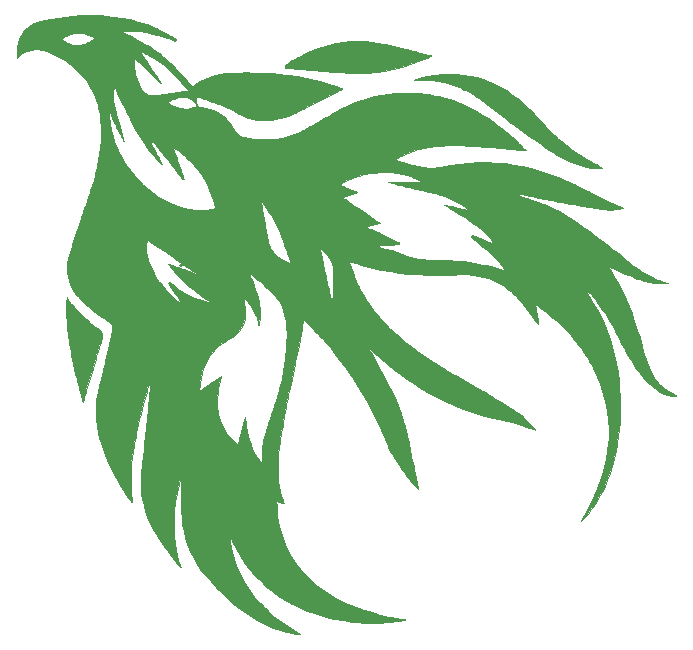
<source format=gbr>
G04 #@! TF.GenerationSoftware,KiCad,Pcbnew,5.1.4*
G04 #@! TF.CreationDate,2019-11-21T14:31:12-05:00*
G04 #@! TF.ProjectId,wheel_speed,77686565-6c5f-4737-9065-65642e6b6963,rev?*
G04 #@! TF.SameCoordinates,Original*
G04 #@! TF.FileFunction,Legend,Bot*
G04 #@! TF.FilePolarity,Positive*
%FSLAX46Y46*%
G04 Gerber Fmt 4.6, Leading zero omitted, Abs format (unit mm)*
G04 Created by KiCad (PCBNEW 5.1.4) date 2019-11-21 14:31:12*
%MOMM*%
%LPD*%
G04 APERTURE LIST*
%ADD10C,0.250000*%
%ADD11C,0.010000*%
G04 APERTURE END LIST*
D10*
X103717380Y-90820952D02*
X103717380Y-90249523D01*
X103717380Y-90535238D02*
X102717380Y-90535238D01*
X102860238Y-90440000D01*
X102955476Y-90344761D01*
X103003095Y-90249523D01*
X102812619Y-91201904D02*
X102765000Y-91249523D01*
X102717380Y-91344761D01*
X102717380Y-91582857D01*
X102765000Y-91678095D01*
X102812619Y-91725714D01*
X102907857Y-91773333D01*
X103003095Y-91773333D01*
X103145952Y-91725714D01*
X103717380Y-91154285D01*
X103717380Y-91773333D01*
X102717380Y-92059047D02*
X103717380Y-92392380D01*
X102717380Y-92725714D01*
X105467380Y-90106666D02*
X104467380Y-90106666D01*
X104467380Y-90487619D01*
X104515000Y-90582857D01*
X104562619Y-90630476D01*
X104657857Y-90678095D01*
X104800714Y-90678095D01*
X104895952Y-90630476D01*
X104943571Y-90582857D01*
X104991190Y-90487619D01*
X104991190Y-90106666D01*
X104467380Y-91011428D02*
X105467380Y-91249523D01*
X104753095Y-91440000D01*
X105467380Y-91630476D01*
X104467380Y-91868571D01*
X105467380Y-92820952D02*
X104991190Y-92487619D01*
X105467380Y-92249523D02*
X104467380Y-92249523D01*
X104467380Y-92630476D01*
X104515000Y-92725714D01*
X104562619Y-92773333D01*
X104657857Y-92820952D01*
X104800714Y-92820952D01*
X104895952Y-92773333D01*
X104943571Y-92725714D01*
X104991190Y-92630476D01*
X104991190Y-92249523D01*
D11*
G36*
X117406797Y-73782221D02*
G01*
X117247503Y-73786652D01*
X117117875Y-73793673D01*
X117103710Y-73794774D01*
X116508543Y-73859945D01*
X115921605Y-73958622D01*
X115339688Y-74091666D01*
X114759586Y-74259939D01*
X114178092Y-74464303D01*
X113591997Y-74705619D01*
X113411928Y-74786662D01*
X113191800Y-74891272D01*
X112952615Y-75011307D01*
X112703428Y-75141832D01*
X112453295Y-75277910D01*
X112211270Y-75414606D01*
X111986410Y-75546985D01*
X111787770Y-75670110D01*
X111769162Y-75682068D01*
X111603692Y-75788814D01*
X111603692Y-75905599D01*
X111603650Y-75954067D01*
X111607306Y-75988726D01*
X111620334Y-76012358D01*
X111648408Y-76027741D01*
X111697203Y-76037657D01*
X111772393Y-76044886D01*
X111879651Y-76052209D01*
X111906538Y-76054003D01*
X111955289Y-76057717D01*
X112039347Y-76064628D01*
X112155098Y-76074421D01*
X112298932Y-76086782D01*
X112467234Y-76101397D01*
X112656395Y-76117950D01*
X112862800Y-76136128D01*
X113082837Y-76155614D01*
X113312895Y-76176096D01*
X113479385Y-76190984D01*
X113881032Y-76226724D01*
X114247169Y-76258771D01*
X114581159Y-76287391D01*
X114886369Y-76312849D01*
X115166163Y-76335411D01*
X115423906Y-76355343D01*
X115662964Y-76372909D01*
X115886700Y-76388375D01*
X116098481Y-76402006D01*
X116301672Y-76414069D01*
X116322231Y-76415232D01*
X116456117Y-76421581D01*
X116617352Y-76427272D01*
X116800258Y-76432255D01*
X116999157Y-76436483D01*
X117208371Y-76439907D01*
X117422223Y-76442480D01*
X117635036Y-76444153D01*
X117841130Y-76444877D01*
X118034829Y-76444605D01*
X118210455Y-76443288D01*
X118362330Y-76440878D01*
X118484776Y-76437327D01*
X118549615Y-76434156D01*
X119295312Y-76368269D01*
X120035282Y-76263820D01*
X120768744Y-76121008D01*
X121494917Y-75940034D01*
X122213022Y-75721099D01*
X122922279Y-75464402D01*
X123621905Y-75170144D01*
X123805461Y-75085956D01*
X123884988Y-75047827D01*
X123932927Y-75021655D01*
X123953705Y-75004231D01*
X123951748Y-74992349D01*
X123942231Y-74986858D01*
X123911484Y-74976939D01*
X123849458Y-74959588D01*
X123762849Y-74936583D01*
X123658351Y-74909704D01*
X123542663Y-74880727D01*
X123541692Y-74880487D01*
X123445753Y-74856530D01*
X123317924Y-74824236D01*
X123164129Y-74785122D01*
X122990291Y-74740703D01*
X122802336Y-74692495D01*
X122606187Y-74642014D01*
X122407769Y-74590775D01*
X122281461Y-74558060D01*
X121843614Y-74445576D01*
X121440045Y-74344210D01*
X121067764Y-74253325D01*
X120723783Y-74172286D01*
X120405111Y-74100455D01*
X120108760Y-74037197D01*
X119831740Y-73981876D01*
X119571062Y-73933856D01*
X119323735Y-73892500D01*
X119086772Y-73857174D01*
X118857182Y-73827240D01*
X118832923Y-73824330D01*
X118711166Y-73812743D01*
X118557992Y-73802703D01*
X118381038Y-73794338D01*
X118187939Y-73787779D01*
X117986330Y-73783158D01*
X117783846Y-73780604D01*
X117588124Y-73780248D01*
X117406797Y-73782221D01*
X117406797Y-73782221D01*
G37*
X117406797Y-73782221D02*
X117247503Y-73786652D01*
X117117875Y-73793673D01*
X117103710Y-73794774D01*
X116508543Y-73859945D01*
X115921605Y-73958622D01*
X115339688Y-74091666D01*
X114759586Y-74259939D01*
X114178092Y-74464303D01*
X113591997Y-74705619D01*
X113411928Y-74786662D01*
X113191800Y-74891272D01*
X112952615Y-75011307D01*
X112703428Y-75141832D01*
X112453295Y-75277910D01*
X112211270Y-75414606D01*
X111986410Y-75546985D01*
X111787770Y-75670110D01*
X111769162Y-75682068D01*
X111603692Y-75788814D01*
X111603692Y-75905599D01*
X111603650Y-75954067D01*
X111607306Y-75988726D01*
X111620334Y-76012358D01*
X111648408Y-76027741D01*
X111697203Y-76037657D01*
X111772393Y-76044886D01*
X111879651Y-76052209D01*
X111906538Y-76054003D01*
X111955289Y-76057717D01*
X112039347Y-76064628D01*
X112155098Y-76074421D01*
X112298932Y-76086782D01*
X112467234Y-76101397D01*
X112656395Y-76117950D01*
X112862800Y-76136128D01*
X113082837Y-76155614D01*
X113312895Y-76176096D01*
X113479385Y-76190984D01*
X113881032Y-76226724D01*
X114247169Y-76258771D01*
X114581159Y-76287391D01*
X114886369Y-76312849D01*
X115166163Y-76335411D01*
X115423906Y-76355343D01*
X115662964Y-76372909D01*
X115886700Y-76388375D01*
X116098481Y-76402006D01*
X116301672Y-76414069D01*
X116322231Y-76415232D01*
X116456117Y-76421581D01*
X116617352Y-76427272D01*
X116800258Y-76432255D01*
X116999157Y-76436483D01*
X117208371Y-76439907D01*
X117422223Y-76442480D01*
X117635036Y-76444153D01*
X117841130Y-76444877D01*
X118034829Y-76444605D01*
X118210455Y-76443288D01*
X118362330Y-76440878D01*
X118484776Y-76437327D01*
X118549615Y-76434156D01*
X119295312Y-76368269D01*
X120035282Y-76263820D01*
X120768744Y-76121008D01*
X121494917Y-75940034D01*
X122213022Y-75721099D01*
X122922279Y-75464402D01*
X123621905Y-75170144D01*
X123805461Y-75085956D01*
X123884988Y-75047827D01*
X123932927Y-75021655D01*
X123953705Y-75004231D01*
X123951748Y-74992349D01*
X123942231Y-74986858D01*
X123911484Y-74976939D01*
X123849458Y-74959588D01*
X123762849Y-74936583D01*
X123658351Y-74909704D01*
X123542663Y-74880727D01*
X123541692Y-74880487D01*
X123445753Y-74856530D01*
X123317924Y-74824236D01*
X123164129Y-74785122D01*
X122990291Y-74740703D01*
X122802336Y-74692495D01*
X122606187Y-74642014D01*
X122407769Y-74590775D01*
X122281461Y-74558060D01*
X121843614Y-74445576D01*
X121440045Y-74344210D01*
X121067764Y-74253325D01*
X120723783Y-74172286D01*
X120405111Y-74100455D01*
X120108760Y-74037197D01*
X119831740Y-73981876D01*
X119571062Y-73933856D01*
X119323735Y-73892500D01*
X119086772Y-73857174D01*
X118857182Y-73827240D01*
X118832923Y-73824330D01*
X118711166Y-73812743D01*
X118557992Y-73802703D01*
X118381038Y-73794338D01*
X118187939Y-73787779D01*
X117986330Y-73783158D01*
X117783846Y-73780604D01*
X117588124Y-73780248D01*
X117406797Y-73782221D01*
G36*
X125140611Y-76552295D02*
G01*
X124808971Y-76572599D01*
X124475459Y-76602690D01*
X124148067Y-76641493D01*
X123834788Y-76687934D01*
X123543616Y-76740938D01*
X123282541Y-76799430D01*
X123259958Y-76805141D01*
X123180861Y-76826953D01*
X123087005Y-76855330D01*
X122984747Y-76888053D01*
X122880446Y-76922903D01*
X122780460Y-76957662D01*
X122691148Y-76990110D01*
X122618868Y-77018028D01*
X122569978Y-77039198D01*
X122550836Y-77051401D01*
X122551086Y-77052521D01*
X122571992Y-77053770D01*
X122625935Y-77052864D01*
X122706946Y-77050019D01*
X122809058Y-77045453D01*
X122926303Y-77039383D01*
X122951458Y-77037984D01*
X123481680Y-77027638D01*
X124011102Y-77056032D01*
X124538116Y-77122839D01*
X125061113Y-77227729D01*
X125578486Y-77370374D01*
X126088626Y-77550446D01*
X126589926Y-77767616D01*
X126638538Y-77790892D01*
X126804314Y-77872156D01*
X126959216Y-77950979D01*
X127106686Y-78029638D01*
X127250165Y-78110410D01*
X127393096Y-78195571D01*
X127538918Y-78287397D01*
X127691075Y-78388164D01*
X127853008Y-78500149D01*
X128028158Y-78625628D01*
X128219967Y-78766878D01*
X128431876Y-78926174D01*
X128667327Y-79105792D01*
X128914769Y-79296418D01*
X129240058Y-79546672D01*
X129575781Y-79802628D01*
X129919635Y-80062631D01*
X130269317Y-80325022D01*
X130622526Y-80588145D01*
X130976958Y-80850343D01*
X131330312Y-81109960D01*
X131680284Y-81365339D01*
X132024574Y-81614823D01*
X132360878Y-81856755D01*
X132686893Y-82089479D01*
X133000318Y-82311337D01*
X133298850Y-82520674D01*
X133580187Y-82715831D01*
X133842026Y-82895153D01*
X134082064Y-83056983D01*
X134298001Y-83199663D01*
X134487532Y-83321538D01*
X134637552Y-83414437D01*
X135124750Y-83688325D01*
X135615654Y-83923598D01*
X136110061Y-84120189D01*
X136607768Y-84278029D01*
X137108572Y-84397049D01*
X137612270Y-84477182D01*
X137871107Y-84503126D01*
X138001769Y-84512340D01*
X138125712Y-84518696D01*
X138237635Y-84522169D01*
X138332234Y-84522733D01*
X138404208Y-84520365D01*
X138448252Y-84515037D01*
X138459066Y-84506726D01*
X138458331Y-84505926D01*
X138437488Y-84492508D01*
X138386625Y-84462246D01*
X138309772Y-84417467D01*
X138210961Y-84360497D01*
X138094223Y-84293661D01*
X137963589Y-84219286D01*
X137848405Y-84154009D01*
X137631491Y-84030962D01*
X137443490Y-83923388D01*
X137279019Y-83828028D01*
X137132696Y-83741619D01*
X136999141Y-83660901D01*
X136872970Y-83582614D01*
X136748804Y-83503497D01*
X136621259Y-83420290D01*
X136484954Y-83329731D01*
X136456615Y-83310750D01*
X135834015Y-82871859D01*
X135225985Y-82400427D01*
X134691762Y-81948100D01*
X134564448Y-81832770D01*
X134416253Y-81693603D01*
X134252395Y-81535848D01*
X134078089Y-81364755D01*
X133898550Y-81185572D01*
X133718994Y-81003549D01*
X133544637Y-80823937D01*
X133380695Y-80651983D01*
X133232382Y-80492938D01*
X133104916Y-80352052D01*
X133096156Y-80342154D01*
X132944130Y-80173626D01*
X132775573Y-79993022D01*
X132596261Y-79806127D01*
X132411969Y-79618725D01*
X132228470Y-79436602D01*
X132051540Y-79265543D01*
X131886954Y-79111332D01*
X131740486Y-78979755D01*
X131708769Y-78952272D01*
X131414701Y-78708377D01*
X131105431Y-78468202D01*
X130789585Y-78237940D01*
X130475788Y-78023789D01*
X130172666Y-77831944D01*
X130038231Y-77752337D01*
X129514131Y-77471582D01*
X128976676Y-77227149D01*
X128427287Y-77019387D01*
X127867385Y-76848644D01*
X127298391Y-76715268D01*
X126721727Y-76619607D01*
X126138813Y-76562010D01*
X125551072Y-76542824D01*
X125140611Y-76552295D01*
X125140611Y-76552295D01*
G37*
X125140611Y-76552295D02*
X124808971Y-76572599D01*
X124475459Y-76602690D01*
X124148067Y-76641493D01*
X123834788Y-76687934D01*
X123543616Y-76740938D01*
X123282541Y-76799430D01*
X123259958Y-76805141D01*
X123180861Y-76826953D01*
X123087005Y-76855330D01*
X122984747Y-76888053D01*
X122880446Y-76922903D01*
X122780460Y-76957662D01*
X122691148Y-76990110D01*
X122618868Y-77018028D01*
X122569978Y-77039198D01*
X122550836Y-77051401D01*
X122551086Y-77052521D01*
X122571992Y-77053770D01*
X122625935Y-77052864D01*
X122706946Y-77050019D01*
X122809058Y-77045453D01*
X122926303Y-77039383D01*
X122951458Y-77037984D01*
X123481680Y-77027638D01*
X124011102Y-77056032D01*
X124538116Y-77122839D01*
X125061113Y-77227729D01*
X125578486Y-77370374D01*
X126088626Y-77550446D01*
X126589926Y-77767616D01*
X126638538Y-77790892D01*
X126804314Y-77872156D01*
X126959216Y-77950979D01*
X127106686Y-78029638D01*
X127250165Y-78110410D01*
X127393096Y-78195571D01*
X127538918Y-78287397D01*
X127691075Y-78388164D01*
X127853008Y-78500149D01*
X128028158Y-78625628D01*
X128219967Y-78766878D01*
X128431876Y-78926174D01*
X128667327Y-79105792D01*
X128914769Y-79296418D01*
X129240058Y-79546672D01*
X129575781Y-79802628D01*
X129919635Y-80062631D01*
X130269317Y-80325022D01*
X130622526Y-80588145D01*
X130976958Y-80850343D01*
X131330312Y-81109960D01*
X131680284Y-81365339D01*
X132024574Y-81614823D01*
X132360878Y-81856755D01*
X132686893Y-82089479D01*
X133000318Y-82311337D01*
X133298850Y-82520674D01*
X133580187Y-82715831D01*
X133842026Y-82895153D01*
X134082064Y-83056983D01*
X134298001Y-83199663D01*
X134487532Y-83321538D01*
X134637552Y-83414437D01*
X135124750Y-83688325D01*
X135615654Y-83923598D01*
X136110061Y-84120189D01*
X136607768Y-84278029D01*
X137108572Y-84397049D01*
X137612270Y-84477182D01*
X137871107Y-84503126D01*
X138001769Y-84512340D01*
X138125712Y-84518696D01*
X138237635Y-84522169D01*
X138332234Y-84522733D01*
X138404208Y-84520365D01*
X138448252Y-84515037D01*
X138459066Y-84506726D01*
X138458331Y-84505926D01*
X138437488Y-84492508D01*
X138386625Y-84462246D01*
X138309772Y-84417467D01*
X138210961Y-84360497D01*
X138094223Y-84293661D01*
X137963589Y-84219286D01*
X137848405Y-84154009D01*
X137631491Y-84030962D01*
X137443490Y-83923388D01*
X137279019Y-83828028D01*
X137132696Y-83741619D01*
X136999141Y-83660901D01*
X136872970Y-83582614D01*
X136748804Y-83503497D01*
X136621259Y-83420290D01*
X136484954Y-83329731D01*
X136456615Y-83310750D01*
X135834015Y-82871859D01*
X135225985Y-82400427D01*
X134691762Y-81948100D01*
X134564448Y-81832770D01*
X134416253Y-81693603D01*
X134252395Y-81535848D01*
X134078089Y-81364755D01*
X133898550Y-81185572D01*
X133718994Y-81003549D01*
X133544637Y-80823937D01*
X133380695Y-80651983D01*
X133232382Y-80492938D01*
X133104916Y-80352052D01*
X133096156Y-80342154D01*
X132944130Y-80173626D01*
X132775573Y-79993022D01*
X132596261Y-79806127D01*
X132411969Y-79618725D01*
X132228470Y-79436602D01*
X132051540Y-79265543D01*
X131886954Y-79111332D01*
X131740486Y-78979755D01*
X131708769Y-78952272D01*
X131414701Y-78708377D01*
X131105431Y-78468202D01*
X130789585Y-78237940D01*
X130475788Y-78023789D01*
X130172666Y-77831944D01*
X130038231Y-77752337D01*
X129514131Y-77471582D01*
X128976676Y-77227149D01*
X128427287Y-77019387D01*
X127867385Y-76848644D01*
X127298391Y-76715268D01*
X126721727Y-76619607D01*
X126138813Y-76562010D01*
X125551072Y-76542824D01*
X125140611Y-76552295D01*
G36*
X93141931Y-95471257D02*
G01*
X93133104Y-95486852D01*
X93127782Y-95519445D01*
X93123239Y-95586591D01*
X93119469Y-95683775D01*
X93116466Y-95806481D01*
X93114224Y-95950194D01*
X93112736Y-96110398D01*
X93111996Y-96282578D01*
X93111998Y-96462218D01*
X93112736Y-96644801D01*
X93114203Y-96825814D01*
X93116393Y-97000740D01*
X93119300Y-97165063D01*
X93122918Y-97314268D01*
X93127240Y-97443840D01*
X93132260Y-97549262D01*
X93136031Y-97604385D01*
X93162820Y-97912464D01*
X93192539Y-98212898D01*
X93225783Y-98508848D01*
X93263145Y-98803473D01*
X93305220Y-99099933D01*
X93352602Y-99401389D01*
X93405884Y-99711001D01*
X93465661Y-100031929D01*
X93532526Y-100367333D01*
X93607073Y-100720373D01*
X93689897Y-101094209D01*
X93781591Y-101492002D01*
X93882749Y-101916911D01*
X93993965Y-102372096D01*
X94115833Y-102860718D01*
X94147721Y-102987231D01*
X94213573Y-103247982D01*
X94270533Y-103473297D01*
X94319294Y-103665623D01*
X94360551Y-103827408D01*
X94394995Y-103961098D01*
X94423322Y-104069141D01*
X94446223Y-104153984D01*
X94464393Y-104218074D01*
X94478524Y-104263858D01*
X94489311Y-104293784D01*
X94497446Y-104310298D01*
X94503624Y-104315848D01*
X94508537Y-104312881D01*
X94512878Y-104303843D01*
X94517259Y-104291423D01*
X94523797Y-104269885D01*
X94540648Y-104213473D01*
X94567043Y-104124785D01*
X94602212Y-104006420D01*
X94645386Y-103860974D01*
X94695795Y-103691047D01*
X94752671Y-103499237D01*
X94815243Y-103288142D01*
X94882741Y-103060361D01*
X94954398Y-102818490D01*
X95029442Y-102565130D01*
X95107106Y-102302877D01*
X95186618Y-102034330D01*
X95267210Y-101762087D01*
X95348113Y-101488747D01*
X95428556Y-101216907D01*
X95507771Y-100949166D01*
X95584987Y-100688122D01*
X95659436Y-100436374D01*
X95730349Y-100196518D01*
X95796954Y-99971155D01*
X95858484Y-99762881D01*
X95895839Y-99636385D01*
X95959533Y-99418920D01*
X96012034Y-99234852D01*
X96054011Y-99080345D01*
X96086134Y-98951563D01*
X96109073Y-98844670D01*
X96123497Y-98755830D01*
X96130077Y-98681207D01*
X96129482Y-98616965D01*
X96122381Y-98559268D01*
X96109444Y-98504281D01*
X96099244Y-98471249D01*
X96052438Y-98378791D01*
X95970097Y-98275213D01*
X95853685Y-98161970D01*
X95704666Y-98040516D01*
X95562615Y-97938182D01*
X95446761Y-97857327D01*
X95337687Y-97778086D01*
X95232298Y-97697642D01*
X95127496Y-97613180D01*
X95020187Y-97521885D01*
X94907272Y-97420941D01*
X94785658Y-97307533D01*
X94652246Y-97178845D01*
X94503941Y-97032062D01*
X94337647Y-96864368D01*
X94150268Y-96672948D01*
X93991671Y-96509682D01*
X93852170Y-96365614D01*
X93736868Y-96246023D01*
X93642742Y-96147350D01*
X93566766Y-96066039D01*
X93505918Y-95998531D01*
X93457171Y-95941270D01*
X93417503Y-95890699D01*
X93383889Y-95843259D01*
X93353304Y-95795394D01*
X93322724Y-95743546D01*
X93289125Y-95684158D01*
X93287739Y-95681687D01*
X93234285Y-95587285D01*
X93196225Y-95523133D01*
X93170312Y-95485140D01*
X93153297Y-95469212D01*
X93141931Y-95471257D01*
X93141931Y-95471257D01*
G37*
X93141931Y-95471257D02*
X93133104Y-95486852D01*
X93127782Y-95519445D01*
X93123239Y-95586591D01*
X93119469Y-95683775D01*
X93116466Y-95806481D01*
X93114224Y-95950194D01*
X93112736Y-96110398D01*
X93111996Y-96282578D01*
X93111998Y-96462218D01*
X93112736Y-96644801D01*
X93114203Y-96825814D01*
X93116393Y-97000740D01*
X93119300Y-97165063D01*
X93122918Y-97314268D01*
X93127240Y-97443840D01*
X93132260Y-97549262D01*
X93136031Y-97604385D01*
X93162820Y-97912464D01*
X93192539Y-98212898D01*
X93225783Y-98508848D01*
X93263145Y-98803473D01*
X93305220Y-99099933D01*
X93352602Y-99401389D01*
X93405884Y-99711001D01*
X93465661Y-100031929D01*
X93532526Y-100367333D01*
X93607073Y-100720373D01*
X93689897Y-101094209D01*
X93781591Y-101492002D01*
X93882749Y-101916911D01*
X93993965Y-102372096D01*
X94115833Y-102860718D01*
X94147721Y-102987231D01*
X94213573Y-103247982D01*
X94270533Y-103473297D01*
X94319294Y-103665623D01*
X94360551Y-103827408D01*
X94394995Y-103961098D01*
X94423322Y-104069141D01*
X94446223Y-104153984D01*
X94464393Y-104218074D01*
X94478524Y-104263858D01*
X94489311Y-104293784D01*
X94497446Y-104310298D01*
X94503624Y-104315848D01*
X94508537Y-104312881D01*
X94512878Y-104303843D01*
X94517259Y-104291423D01*
X94523797Y-104269885D01*
X94540648Y-104213473D01*
X94567043Y-104124785D01*
X94602212Y-104006420D01*
X94645386Y-103860974D01*
X94695795Y-103691047D01*
X94752671Y-103499237D01*
X94815243Y-103288142D01*
X94882741Y-103060361D01*
X94954398Y-102818490D01*
X95029442Y-102565130D01*
X95107106Y-102302877D01*
X95186618Y-102034330D01*
X95267210Y-101762087D01*
X95348113Y-101488747D01*
X95428556Y-101216907D01*
X95507771Y-100949166D01*
X95584987Y-100688122D01*
X95659436Y-100436374D01*
X95730349Y-100196518D01*
X95796954Y-99971155D01*
X95858484Y-99762881D01*
X95895839Y-99636385D01*
X95959533Y-99418920D01*
X96012034Y-99234852D01*
X96054011Y-99080345D01*
X96086134Y-98951563D01*
X96109073Y-98844670D01*
X96123497Y-98755830D01*
X96130077Y-98681207D01*
X96129482Y-98616965D01*
X96122381Y-98559268D01*
X96109444Y-98504281D01*
X96099244Y-98471249D01*
X96052438Y-98378791D01*
X95970097Y-98275213D01*
X95853685Y-98161970D01*
X95704666Y-98040516D01*
X95562615Y-97938182D01*
X95446761Y-97857327D01*
X95337687Y-97778086D01*
X95232298Y-97697642D01*
X95127496Y-97613180D01*
X95020187Y-97521885D01*
X94907272Y-97420941D01*
X94785658Y-97307533D01*
X94652246Y-97178845D01*
X94503941Y-97032062D01*
X94337647Y-96864368D01*
X94150268Y-96672948D01*
X93991671Y-96509682D01*
X93852170Y-96365614D01*
X93736868Y-96246023D01*
X93642742Y-96147350D01*
X93566766Y-96066039D01*
X93505918Y-95998531D01*
X93457171Y-95941270D01*
X93417503Y-95890699D01*
X93383889Y-95843259D01*
X93353304Y-95795394D01*
X93322724Y-95743546D01*
X93289125Y-95684158D01*
X93287739Y-95681687D01*
X93234285Y-95587285D01*
X93196225Y-95523133D01*
X93170312Y-95485140D01*
X93153297Y-95469212D01*
X93141931Y-95471257D01*
G36*
X94765648Y-71573614D02*
G01*
X94558490Y-71577031D01*
X94376001Y-71582728D01*
X94277714Y-71587483D01*
X93659374Y-71633515D01*
X93028255Y-71701071D01*
X92396979Y-71788428D01*
X91778167Y-71893863D01*
X91256076Y-71999766D01*
X90932700Y-72078875D01*
X90644041Y-72167323D01*
X90386491Y-72266824D01*
X90156442Y-72379091D01*
X89950285Y-72505840D01*
X89764413Y-72648783D01*
X89633035Y-72770772D01*
X89461115Y-72964879D01*
X89313785Y-73178142D01*
X89190279Y-73412763D01*
X89089832Y-73670944D01*
X89011679Y-73954890D01*
X88955052Y-74266802D01*
X88919188Y-74608883D01*
X88906211Y-74861615D01*
X88894283Y-75232846D01*
X89058334Y-75076028D01*
X89214667Y-74935268D01*
X89364013Y-74820488D01*
X89518114Y-74723373D01*
X89663090Y-74647789D01*
X89836283Y-74572652D01*
X90001544Y-74520010D01*
X90173017Y-74486415D01*
X90364843Y-74468421D01*
X90407451Y-74466367D01*
X90607163Y-74465351D01*
X90804026Y-74480158D01*
X91002850Y-74512132D01*
X91208448Y-74562615D01*
X91425631Y-74632953D01*
X91659210Y-74724488D01*
X91913999Y-74838563D01*
X92145990Y-74951812D01*
X92624550Y-75210498D01*
X93069620Y-75488130D01*
X93482416Y-75785701D01*
X93864156Y-76104204D01*
X94216058Y-76444632D01*
X94539339Y-76807979D01*
X94746808Y-77073186D01*
X95005016Y-77452842D01*
X95236945Y-77859332D01*
X95441022Y-78289210D01*
X95615673Y-78739033D01*
X95759322Y-79205357D01*
X95807043Y-79392789D01*
X95872257Y-79685884D01*
X95925175Y-79972664D01*
X95966449Y-80260064D01*
X95996734Y-80555020D01*
X96016684Y-80864468D01*
X96026953Y-81195343D01*
X96028196Y-81554581D01*
X96026167Y-81716551D01*
X96006674Y-82266954D01*
X95966115Y-82805756D01*
X95903375Y-83341018D01*
X95817342Y-83880801D01*
X95706903Y-84433167D01*
X95572757Y-84999037D01*
X95551154Y-85083646D01*
X95530109Y-85164828D01*
X95508988Y-85244565D01*
X95487156Y-85324839D01*
X95463978Y-85407630D01*
X95438819Y-85494921D01*
X95411044Y-85588693D01*
X95380018Y-85690928D01*
X95345106Y-85803607D01*
X95305673Y-85928713D01*
X95261084Y-86068225D01*
X95210705Y-86224127D01*
X95153900Y-86398400D01*
X95090034Y-86593025D01*
X95018473Y-86809984D01*
X94938581Y-87051259D01*
X94849723Y-87318831D01*
X94751265Y-87614681D01*
X94642571Y-87940792D01*
X94523007Y-88299145D01*
X94391938Y-88691721D01*
X94332167Y-88870692D01*
X94199303Y-89268511D01*
X94078239Y-89631055D01*
X93968395Y-89960114D01*
X93869191Y-90257478D01*
X93780048Y-90524936D01*
X93700384Y-90764277D01*
X93629622Y-90977291D01*
X93567179Y-91165767D01*
X93512478Y-91331495D01*
X93464937Y-91476265D01*
X93423978Y-91601866D01*
X93389019Y-91710088D01*
X93359481Y-91802720D01*
X93334785Y-91881551D01*
X93314350Y-91948371D01*
X93297597Y-92004970D01*
X93283945Y-92053136D01*
X93272815Y-92094661D01*
X93263627Y-92131332D01*
X93255801Y-92164941D01*
X93248757Y-92197275D01*
X93241915Y-92230125D01*
X93239078Y-92243939D01*
X93192666Y-92528954D01*
X93166924Y-92824116D01*
X93162011Y-93118814D01*
X93178089Y-93402435D01*
X93215320Y-93664367D01*
X93217358Y-93674781D01*
X93306658Y-94025643D01*
X93433905Y-94369641D01*
X93598331Y-94705222D01*
X93799169Y-95030833D01*
X94035651Y-95344923D01*
X94054182Y-95367231D01*
X94242845Y-95578435D01*
X94465392Y-95801923D01*
X94719350Y-96035662D01*
X95002242Y-96277621D01*
X95311596Y-96525767D01*
X95644934Y-96778068D01*
X95999783Y-97032491D01*
X96373668Y-97287005D01*
X96467398Y-97348820D01*
X96627410Y-97459123D01*
X96754194Y-97559955D01*
X96851069Y-97655671D01*
X96921357Y-97750624D01*
X96968378Y-97849171D01*
X96995453Y-97955665D01*
X97005196Y-98054107D01*
X97006429Y-98115332D01*
X97003704Y-98175575D01*
X96995868Y-98242227D01*
X96981770Y-98322680D01*
X96960256Y-98424326D01*
X96930175Y-98554557D01*
X96921427Y-98591415D01*
X96897672Y-98692170D01*
X96866753Y-98824912D01*
X96830079Y-98983507D01*
X96789060Y-99161816D01*
X96745106Y-99353704D01*
X96699626Y-99553034D01*
X96654030Y-99753670D01*
X96627493Y-99870846D01*
X96546022Y-100230184D01*
X96471964Y-100554767D01*
X96404487Y-100848037D01*
X96342756Y-101113436D01*
X96285938Y-101354405D01*
X96233199Y-101574386D01*
X96183706Y-101776820D01*
X96136625Y-101965150D01*
X96091123Y-102142818D01*
X96046365Y-102313264D01*
X96001518Y-102479931D01*
X95955749Y-102646261D01*
X95951863Y-102660227D01*
X95843914Y-103073201D01*
X95757441Y-103462406D01*
X95691364Y-103835980D01*
X95644607Y-104202064D01*
X95616089Y-104568799D01*
X95604734Y-104944324D01*
X95607374Y-105260471D01*
X95616034Y-105519394D01*
X95629647Y-105752941D01*
X95649466Y-105974638D01*
X95676740Y-106198008D01*
X95712723Y-106436579D01*
X95720626Y-106484615D01*
X95803351Y-106908812D01*
X95913290Y-107354896D01*
X96048683Y-107818534D01*
X96207773Y-108295394D01*
X96388798Y-108781141D01*
X96590001Y-109271441D01*
X96809622Y-109761962D01*
X97045902Y-110248369D01*
X97297082Y-110726329D01*
X97561402Y-111191509D01*
X97770919Y-111535308D01*
X97836179Y-111637633D01*
X97913339Y-111756164D01*
X97999261Y-111886298D01*
X98090805Y-112023431D01*
X98184833Y-112162961D01*
X98278206Y-112300283D01*
X98367785Y-112430794D01*
X98450432Y-112549892D01*
X98523007Y-112652973D01*
X98582372Y-112735434D01*
X98625387Y-112792672D01*
X98642448Y-112813449D01*
X98654353Y-112817687D01*
X98659254Y-112793862D01*
X98657115Y-112739070D01*
X98647899Y-112650405D01*
X98639546Y-112584215D01*
X98593473Y-112158932D01*
X98562635Y-111705143D01*
X98547073Y-111230346D01*
X98546828Y-110742036D01*
X98561944Y-110247712D01*
X98592461Y-109754870D01*
X98621955Y-109425154D01*
X98650364Y-109160373D01*
X98682063Y-108897219D01*
X98717593Y-108633160D01*
X98757492Y-108365667D01*
X98802299Y-108092210D01*
X98852554Y-107810257D01*
X98908795Y-107517279D01*
X98971561Y-107210745D01*
X99041392Y-106888124D01*
X99118826Y-106546887D01*
X99204402Y-106184503D01*
X99298660Y-105798442D01*
X99402138Y-105386173D01*
X99515375Y-104945167D01*
X99638911Y-104472891D01*
X99773284Y-103966817D01*
X99828942Y-103759000D01*
X99906115Y-103471475D01*
X99973761Y-103219507D01*
X100032491Y-103000915D01*
X100082918Y-102813517D01*
X100125653Y-102655131D01*
X100161310Y-102523577D01*
X100190500Y-102416673D01*
X100213836Y-102332237D01*
X100231930Y-102268088D01*
X100245394Y-102222045D01*
X100254841Y-102191926D01*
X100260882Y-102175550D01*
X100264130Y-102170735D01*
X100265198Y-102175301D01*
X100264696Y-102187064D01*
X100263239Y-102203845D01*
X100262156Y-102215461D01*
X100256378Y-102283014D01*
X100249341Y-102372032D01*
X100242423Y-102464994D01*
X100241407Y-102479231D01*
X100233157Y-102586145D01*
X100221042Y-102729249D01*
X100205331Y-102905872D01*
X100186292Y-103113347D01*
X100164194Y-103349004D01*
X100139305Y-103610174D01*
X100111895Y-103894188D01*
X100082230Y-104198378D01*
X100050581Y-104520075D01*
X100017216Y-104856610D01*
X99982402Y-105205313D01*
X99946410Y-105563517D01*
X99909507Y-105928551D01*
X99871961Y-106297748D01*
X99834042Y-106668438D01*
X99796018Y-107037953D01*
X99758158Y-107403624D01*
X99720729Y-107762781D01*
X99684002Y-108112756D01*
X99648243Y-108450881D01*
X99613722Y-108774485D01*
X99580708Y-109080900D01*
X99549469Y-109367458D01*
X99535584Y-109493538D01*
X99424381Y-110499769D01*
X99423071Y-111125000D01*
X99423200Y-111324920D01*
X99424661Y-111492110D01*
X99427690Y-111632902D01*
X99432523Y-111753627D01*
X99439398Y-111860617D01*
X99448550Y-111960203D01*
X99457013Y-112033538D01*
X99537537Y-112558445D01*
X99647110Y-113067542D01*
X99787061Y-113564285D01*
X99958718Y-114052126D01*
X100163410Y-114534518D01*
X100402467Y-115014915D01*
X100677216Y-115496769D01*
X100960577Y-115941231D01*
X101288658Y-116420103D01*
X101629346Y-116893655D01*
X101989127Y-117370675D01*
X102374486Y-117859949D01*
X102402774Y-117895117D01*
X102518873Y-118038464D01*
X102612496Y-118152199D01*
X102684919Y-118237740D01*
X102737420Y-118296505D01*
X102771275Y-118329910D01*
X102787761Y-118339374D01*
X102788155Y-118326313D01*
X102786344Y-118320927D01*
X102776593Y-118292089D01*
X102757079Y-118232787D01*
X102730001Y-118149756D01*
X102697556Y-118049733D01*
X102667855Y-117957796D01*
X102505548Y-117399499D01*
X102376115Y-116831829D01*
X102278588Y-116249754D01*
X102211996Y-115648245D01*
X102204238Y-115551060D01*
X102195642Y-115398067D01*
X102190175Y-115213691D01*
X102187692Y-115005485D01*
X102188051Y-114781006D01*
X102191107Y-114547810D01*
X102196715Y-114313450D01*
X102204732Y-114085484D01*
X102215012Y-113871465D01*
X102227413Y-113678950D01*
X102241790Y-113515494D01*
X102243359Y-113500786D01*
X102338845Y-112772176D01*
X102468894Y-112025547D01*
X102633517Y-111260837D01*
X102731459Y-110861231D01*
X102777876Y-110679645D01*
X102815594Y-110533435D01*
X102845389Y-110420067D01*
X102868039Y-110337006D01*
X102884319Y-110281717D01*
X102895007Y-110251666D01*
X102900880Y-110244318D01*
X102902713Y-110257138D01*
X102901284Y-110287593D01*
X102899106Y-110314154D01*
X102868528Y-110692183D01*
X102842793Y-111078800D01*
X102822058Y-111468136D01*
X102806482Y-111854325D01*
X102796222Y-112231498D01*
X102791437Y-112593789D01*
X102792284Y-112935330D01*
X102798922Y-113250254D01*
X102811508Y-113532693D01*
X102812162Y-113543640D01*
X102862291Y-114150112D01*
X102938141Y-114728746D01*
X103040480Y-115281775D01*
X103170073Y-115811433D01*
X103327689Y-116319952D01*
X103514093Y-116809567D01*
X103730053Y-117282510D01*
X103976336Y-117741014D01*
X104253708Y-118187314D01*
X104551355Y-118608231D01*
X104686324Y-118781449D01*
X104846939Y-118976093D01*
X105029280Y-119188035D01*
X105229428Y-119413150D01*
X105443462Y-119647312D01*
X105667463Y-119886394D01*
X105897511Y-120126269D01*
X106129687Y-120362813D01*
X106360070Y-120591899D01*
X106584740Y-120809399D01*
X106799778Y-121011190D01*
X107001265Y-121193143D01*
X107035721Y-121223409D01*
X107546522Y-121652159D01*
X108055259Y-122042980D01*
X108563817Y-122396816D01*
X109074081Y-122714614D01*
X109587936Y-122997321D01*
X110107269Y-123245883D01*
X110633965Y-123461246D01*
X111169910Y-123644357D01*
X111716988Y-123796162D01*
X112277085Y-123917606D01*
X112473427Y-123952590D01*
X112634081Y-123978775D01*
X112758077Y-123996912D01*
X112846965Y-124007144D01*
X112902294Y-124009617D01*
X112925614Y-124004474D01*
X112921561Y-123994341D01*
X112899020Y-123978985D01*
X112849283Y-123947518D01*
X112778694Y-123903881D01*
X112693599Y-123852013D01*
X112649000Y-123825072D01*
X112128577Y-123498482D01*
X111614867Y-123150397D01*
X111116945Y-122787329D01*
X110643886Y-122415791D01*
X110392308Y-122205681D01*
X110299116Y-122123050D01*
X110185837Y-122017839D01*
X110057537Y-121895154D01*
X109919283Y-121760098D01*
X109776139Y-121617775D01*
X109633172Y-121473291D01*
X109495448Y-121331748D01*
X109368033Y-121198251D01*
X109255993Y-121077904D01*
X109164393Y-120975812D01*
X109119770Y-120923538D01*
X108736901Y-120435375D01*
X108391825Y-119939129D01*
X108083774Y-119433037D01*
X107811978Y-118915338D01*
X107575670Y-118384270D01*
X107374080Y-117838070D01*
X107206439Y-117274978D01*
X107071980Y-116693231D01*
X106969932Y-116091067D01*
X106951617Y-115954602D01*
X106938536Y-115848325D01*
X106928088Y-115755395D01*
X106920985Y-115682844D01*
X106917940Y-115637705D01*
X106918378Y-115626635D01*
X106928256Y-115633742D01*
X106948658Y-115669767D01*
X106975533Y-115727370D01*
X106981085Y-115740263D01*
X107006336Y-115796982D01*
X107045470Y-115881577D01*
X107095097Y-115986873D01*
X107151824Y-116105695D01*
X107212261Y-116230869D01*
X107237712Y-116283154D01*
X107554927Y-116891099D01*
X107899566Y-117471227D01*
X108271498Y-118023424D01*
X108670590Y-118547578D01*
X109096710Y-119043577D01*
X109549724Y-119511309D01*
X110029501Y-119950661D01*
X110535908Y-120361520D01*
X111068812Y-120743775D01*
X111628082Y-121097312D01*
X112213584Y-121422020D01*
X112825186Y-121717785D01*
X113462755Y-121984497D01*
X114126160Y-122222041D01*
X114305439Y-122279824D01*
X115052380Y-122496776D01*
X115800612Y-122676977D01*
X116555288Y-122821433D01*
X117321563Y-122931150D01*
X117983000Y-122997614D01*
X118105138Y-123005330D01*
X118259445Y-123011533D01*
X118439045Y-123016223D01*
X118637059Y-123019402D01*
X118846610Y-123021068D01*
X119060819Y-123021223D01*
X119272810Y-123019866D01*
X119475704Y-123016999D01*
X119662624Y-123012621D01*
X119826691Y-123006732D01*
X119961029Y-122999334D01*
X119985692Y-122997520D01*
X120148244Y-122983695D01*
X120323040Y-122966734D01*
X120505511Y-122947258D01*
X120691091Y-122925886D01*
X120875210Y-122903240D01*
X121053302Y-122879939D01*
X121220799Y-122856604D01*
X121373132Y-122833854D01*
X121505734Y-122812310D01*
X121614038Y-122792593D01*
X121693475Y-122775321D01*
X121739477Y-122761116D01*
X121744154Y-122758762D01*
X121758950Y-122744527D01*
X121750131Y-122741209D01*
X121714689Y-122737339D01*
X121646459Y-122727263D01*
X121551062Y-122711969D01*
X121434118Y-122692447D01*
X121301247Y-122669684D01*
X121158071Y-122644669D01*
X121010210Y-122618392D01*
X120863285Y-122591840D01*
X120722916Y-122566003D01*
X120594725Y-122541869D01*
X120484331Y-122520427D01*
X120414617Y-122506294D01*
X119676673Y-122337751D01*
X118964463Y-122145060D01*
X118278528Y-121928611D01*
X117619410Y-121688790D01*
X116987649Y-121425987D01*
X116383786Y-121140592D01*
X115808363Y-120832992D01*
X115261921Y-120503575D01*
X114745000Y-120152732D01*
X114258143Y-119780850D01*
X113801890Y-119388318D01*
X113376783Y-118975525D01*
X112983361Y-118542860D01*
X112622168Y-118090711D01*
X112293743Y-117619466D01*
X111998628Y-117129515D01*
X111737363Y-116621246D01*
X111519152Y-116117077D01*
X111331608Y-115592665D01*
X111178404Y-115055819D01*
X111059018Y-114504126D01*
X110972928Y-113935173D01*
X110919974Y-113352385D01*
X110912889Y-113227027D01*
X110907229Y-113103173D01*
X110903126Y-112986870D01*
X110900714Y-112884170D01*
X110900127Y-112801119D01*
X110901499Y-112743767D01*
X110904964Y-112718163D01*
X110905925Y-112717385D01*
X110925390Y-112723264D01*
X110975476Y-112739495D01*
X111049764Y-112763969D01*
X111141839Y-112794577D01*
X111202483Y-112814852D01*
X111302156Y-112847676D01*
X111388027Y-112874878D01*
X111453656Y-112894503D01*
X111492600Y-112904597D01*
X111500471Y-112905273D01*
X111497125Y-112885269D01*
X111483156Y-112835030D01*
X111460585Y-112761295D01*
X111431432Y-112670804D01*
X111418201Y-112630886D01*
X111308708Y-112269736D01*
X111211685Y-111881720D01*
X111129435Y-111477699D01*
X111064258Y-111068537D01*
X111032931Y-110812385D01*
X111024049Y-110702292D01*
X111017048Y-110559453D01*
X111011897Y-110390153D01*
X111008562Y-110200673D01*
X111007014Y-109997300D01*
X111007219Y-109786316D01*
X111009147Y-109574005D01*
X111012764Y-109366651D01*
X111018041Y-109170539D01*
X111024944Y-108991952D01*
X111033442Y-108837174D01*
X111043503Y-108712488D01*
X111043553Y-108712000D01*
X111063050Y-108525475D01*
X111083618Y-108342935D01*
X111105832Y-108160731D01*
X111130264Y-107975218D01*
X111157490Y-107782748D01*
X111188082Y-107579674D01*
X111222613Y-107362349D01*
X111261659Y-107127126D01*
X111305793Y-106870358D01*
X111355588Y-106588398D01*
X111411617Y-106277599D01*
X111474456Y-105934314D01*
X111515367Y-105712846D01*
X111572763Y-105404399D01*
X111628562Y-105107574D01*
X111683508Y-104818698D01*
X111738347Y-104534096D01*
X111793824Y-104250095D01*
X111850684Y-103963022D01*
X111909671Y-103669202D01*
X111971530Y-103364961D01*
X112037007Y-103046627D01*
X112106845Y-102710524D01*
X112181791Y-102352980D01*
X112262588Y-101970321D01*
X112349982Y-101558872D01*
X112444718Y-101114960D01*
X112499815Y-100857538D01*
X112577653Y-100494092D01*
X112647707Y-100166716D01*
X112710416Y-99873276D01*
X112766217Y-99611641D01*
X112815548Y-99379677D01*
X112858848Y-99175251D01*
X112896554Y-98996232D01*
X112929104Y-98840486D01*
X112956935Y-98705881D01*
X112980487Y-98590283D01*
X113000196Y-98491561D01*
X113010241Y-98439821D01*
X111752202Y-98439821D01*
X111751909Y-98806190D01*
X111742291Y-99187180D01*
X111723399Y-99578138D01*
X111695281Y-99974410D01*
X111657988Y-100371343D01*
X111622152Y-100681692D01*
X111544442Y-101225997D01*
X111445403Y-101792797D01*
X111326781Y-102373052D01*
X111190323Y-102957721D01*
X111155879Y-103094692D01*
X111118789Y-103239617D01*
X111084092Y-103373606D01*
X111050858Y-103499605D01*
X111018160Y-103620563D01*
X110985070Y-103739425D01*
X110950660Y-103859140D01*
X110914002Y-103982654D01*
X110874168Y-104112914D01*
X110830230Y-104252867D01*
X110781260Y-104405460D01*
X110726330Y-104573641D01*
X110664512Y-104760355D01*
X110594878Y-104968551D01*
X110516500Y-105201175D01*
X110428450Y-105461175D01*
X110329799Y-105751497D01*
X110219621Y-106075088D01*
X110189927Y-106162231D01*
X110078566Y-106497837D01*
X109983301Y-106804927D01*
X109902527Y-107089822D01*
X109834639Y-107358844D01*
X109778029Y-107618313D01*
X109731093Y-107874551D01*
X109695974Y-108106308D01*
X109686070Y-108199369D01*
X109677544Y-108320352D01*
X109670509Y-108462066D01*
X109665077Y-108617320D01*
X109661362Y-108778921D01*
X109659475Y-108939679D01*
X109659529Y-109092401D01*
X109661637Y-109229898D01*
X109665911Y-109344976D01*
X109672464Y-109430445D01*
X109674942Y-109449577D01*
X109681849Y-109506558D01*
X109683282Y-109543803D01*
X109680796Y-109552154D01*
X109666536Y-109537312D01*
X109633093Y-109496241D01*
X109584529Y-109434117D01*
X109524911Y-109356120D01*
X109477595Y-109293269D01*
X109240557Y-108955742D01*
X109034898Y-108616917D01*
X108857918Y-108270646D01*
X108706917Y-107910780D01*
X108579194Y-107531168D01*
X108472049Y-107125663D01*
X108420065Y-106885154D01*
X108382380Y-106680581D01*
X108346772Y-106455847D01*
X108315183Y-106225200D01*
X108289554Y-106002889D01*
X108271828Y-105803163D01*
X108270974Y-105791000D01*
X108264293Y-105706562D01*
X108257132Y-105636601D01*
X108250534Y-105590413D01*
X108247088Y-105577625D01*
X108240137Y-105592161D01*
X108224336Y-105640873D01*
X108200714Y-105720128D01*
X108170299Y-105826292D01*
X108134119Y-105955734D01*
X108093201Y-106104821D01*
X108048575Y-106269921D01*
X108006527Y-106427548D01*
X107955831Y-106618719D01*
X107905198Y-106809584D01*
X107856144Y-106994432D01*
X107810187Y-107167553D01*
X107768842Y-107323234D01*
X107733626Y-107455764D01*
X107706055Y-107559432D01*
X107694515Y-107602765D01*
X107612622Y-107910069D01*
X107532196Y-107847657D01*
X107493507Y-107814538D01*
X107433081Y-107759020D01*
X107356625Y-107686523D01*
X107269846Y-107602465D01*
X107178450Y-107512266D01*
X107167433Y-107501276D01*
X106894787Y-107209320D01*
X106658705Y-106913609D01*
X106456672Y-106610222D01*
X106286174Y-106295234D01*
X106144698Y-105964722D01*
X106096612Y-105830077D01*
X106022586Y-105589266D01*
X105965337Y-105350735D01*
X105923850Y-105106780D01*
X105897114Y-104849696D01*
X105884113Y-104571779D01*
X105883836Y-104265324D01*
X105884760Y-104219472D01*
X105895648Y-103933219D01*
X105915876Y-103659895D01*
X105946739Y-103390364D01*
X105989530Y-103115490D01*
X106045543Y-102826136D01*
X106116071Y-102513165D01*
X106140832Y-102410947D01*
X106164343Y-102313503D01*
X106183513Y-102230632D01*
X106196823Y-102169185D01*
X106202751Y-102136016D01*
X106202706Y-102132193D01*
X106186148Y-102142025D01*
X106140412Y-102172219D01*
X106068385Y-102220799D01*
X105972953Y-102285791D01*
X105857001Y-102365219D01*
X105723415Y-102457107D01*
X105575081Y-102559480D01*
X105414886Y-102670363D01*
X105296585Y-102752438D01*
X105129557Y-102868303D01*
X104972202Y-102977209D01*
X104827431Y-103077159D01*
X104698153Y-103166156D01*
X104587278Y-103242205D01*
X104497715Y-103303307D01*
X104432373Y-103347466D01*
X104394162Y-103372685D01*
X104385121Y-103378000D01*
X104378258Y-103359595D01*
X104374804Y-103308578D01*
X104374564Y-103231248D01*
X104377342Y-103133903D01*
X104382942Y-103022843D01*
X104391168Y-102904366D01*
X104401824Y-102784770D01*
X104404346Y-102760160D01*
X104467953Y-102302135D01*
X104559833Y-101870861D01*
X104680131Y-101465968D01*
X104828991Y-101087082D01*
X105006554Y-100733832D01*
X105212965Y-100405847D01*
X105413091Y-100144385D01*
X105672695Y-99861541D01*
X105962305Y-99596989D01*
X106274848Y-99356681D01*
X106587453Y-99155750D01*
X106692302Y-99094513D01*
X106802451Y-99030136D01*
X106905009Y-98970155D01*
X106987084Y-98922109D01*
X106989058Y-98920952D01*
X107265550Y-98739559D01*
X107508497Y-98539308D01*
X107717501Y-98320855D01*
X107892168Y-98084856D01*
X108032101Y-97831968D01*
X108136903Y-97562846D01*
X108206179Y-97278147D01*
X108239532Y-96978526D01*
X108242730Y-96844710D01*
X108242379Y-96772384D01*
X108241249Y-96707021D01*
X108238885Y-96643135D01*
X108234829Y-96575244D01*
X108228626Y-96497862D01*
X108219819Y-96405504D01*
X108207952Y-96292685D01*
X108192570Y-96153922D01*
X108173214Y-95983730D01*
X108165530Y-95916702D01*
X108158970Y-95857067D01*
X105517461Y-95857067D01*
X105333698Y-95845679D01*
X105093917Y-95821460D01*
X104832763Y-95778403D01*
X104561588Y-95719024D01*
X104291747Y-95645838D01*
X104034593Y-95561360D01*
X104010266Y-95552481D01*
X103879894Y-95500450D01*
X103726558Y-95432837D01*
X103560484Y-95354686D01*
X103391896Y-95271040D01*
X103231023Y-95186943D01*
X103088088Y-95107439D01*
X102997000Y-95052720D01*
X102632346Y-94807745D01*
X102282223Y-94539824D01*
X101988968Y-94288867D01*
X101925879Y-94233273D01*
X101873656Y-94189084D01*
X101838981Y-94161850D01*
X101828770Y-94155846D01*
X101810778Y-94169967D01*
X101779469Y-94205506D01*
X101765184Y-94223665D01*
X101713456Y-94291483D01*
X102327522Y-95156626D01*
X102443671Y-95320352D01*
X102553226Y-95474950D01*
X102654058Y-95617404D01*
X102744038Y-95744697D01*
X102821035Y-95853812D01*
X102882920Y-95941734D01*
X102927564Y-96005444D01*
X102952836Y-96041928D01*
X102957659Y-96049211D01*
X102964560Y-96062999D01*
X102960848Y-96066543D01*
X102941581Y-96057210D01*
X102901816Y-96032366D01*
X102836611Y-95989376D01*
X102801615Y-95966054D01*
X102483303Y-95736712D01*
X102164559Y-95474339D01*
X101851067Y-95184501D01*
X101548512Y-94872762D01*
X101262580Y-94544687D01*
X100998954Y-94205841D01*
X100987760Y-94190503D01*
X100738629Y-93825353D01*
X100514173Y-93446948D01*
X100339550Y-93110538D01*
X100243427Y-92909535D01*
X100164237Y-92732959D01*
X100098552Y-92571890D01*
X100042939Y-92417406D01*
X99993967Y-92260585D01*
X99948540Y-92093811D01*
X99903051Y-91902920D01*
X99871549Y-91734274D01*
X99852481Y-91574262D01*
X99844296Y-91409274D01*
X99845441Y-91225701D01*
X99846272Y-91197271D01*
X99851119Y-91073216D01*
X99857622Y-90978033D01*
X99867168Y-90901515D01*
X99881145Y-90833458D01*
X99900941Y-90763657D01*
X99908407Y-90740283D01*
X99933689Y-90668491D01*
X99956434Y-90614422D01*
X99973067Y-90586161D01*
X99977508Y-90583975D01*
X99995932Y-90595880D01*
X100043966Y-90628392D01*
X100119322Y-90679926D01*
X100219712Y-90748892D01*
X100342847Y-90833704D01*
X100486439Y-90932774D01*
X100648199Y-91044515D01*
X100825840Y-91167338D01*
X101017073Y-91299656D01*
X101219610Y-91439882D01*
X101431162Y-91586427D01*
X101649442Y-91737705D01*
X101872160Y-91892128D01*
X102097029Y-92048108D01*
X102321760Y-92204057D01*
X102544065Y-92358388D01*
X102761656Y-92509513D01*
X102972244Y-92655846D01*
X103173542Y-92795797D01*
X103363260Y-92927780D01*
X103539110Y-93050207D01*
X103698805Y-93161490D01*
X103840055Y-93260042D01*
X103960573Y-93344274D01*
X104058071Y-93412601D01*
X104130259Y-93463433D01*
X104174850Y-93495184D01*
X104189567Y-93506259D01*
X104170994Y-93500623D01*
X104118733Y-93482711D01*
X104035818Y-93453607D01*
X103925282Y-93414395D01*
X103790159Y-93366159D01*
X103633483Y-93309984D01*
X103458288Y-93246952D01*
X103267607Y-93178150D01*
X103064474Y-93104661D01*
X102969071Y-93070082D01*
X102761162Y-92994865D01*
X102564197Y-92923961D01*
X102381225Y-92858444D01*
X102215297Y-92799390D01*
X102069459Y-92747873D01*
X101946761Y-92704969D01*
X101850251Y-92671752D01*
X101782979Y-92649296D01*
X101747993Y-92638677D01*
X101743593Y-92638048D01*
X101752268Y-92655627D01*
X101782603Y-92699000D01*
X101831244Y-92763937D01*
X101894837Y-92846210D01*
X101970030Y-92941589D01*
X102053467Y-93045848D01*
X102141796Y-93154755D01*
X102231663Y-93264084D01*
X102319714Y-93369604D01*
X102382424Y-93443563D01*
X102474687Y-93548192D01*
X102588251Y-93671757D01*
X102716991Y-93808019D01*
X102854779Y-93950736D01*
X102995490Y-94093668D01*
X103132996Y-94230575D01*
X103261170Y-94355215D01*
X103373886Y-94461348D01*
X103441553Y-94522382D01*
X103875923Y-94879636D01*
X104326676Y-95202720D01*
X104792319Y-95490656D01*
X105271362Y-95742465D01*
X105380692Y-95793976D01*
X105517461Y-95857067D01*
X108158970Y-95857067D01*
X108152988Y-95802703D01*
X108143010Y-95702595D01*
X108136134Y-95622628D01*
X108132898Y-95569052D01*
X108133790Y-95548158D01*
X108153178Y-95554624D01*
X108193704Y-95584622D01*
X108249910Y-95633057D01*
X108316338Y-95694831D01*
X108387529Y-95764847D01*
X108458024Y-95838010D01*
X108522367Y-95909223D01*
X108530191Y-95918300D01*
X108752796Y-96207035D01*
X108942022Y-96514963D01*
X109099663Y-96845058D01*
X109122420Y-96901000D01*
X109167182Y-97024649D01*
X109213941Y-97172607D01*
X109258932Y-97331279D01*
X109298391Y-97487069D01*
X109328555Y-97626381D01*
X109338085Y-97680019D01*
X109350911Y-97751486D01*
X109362518Y-97792345D01*
X109374355Y-97801104D01*
X109387870Y-97776270D01*
X109404509Y-97716353D01*
X109425722Y-97619861D01*
X109433585Y-97581642D01*
X109480966Y-97280982D01*
X109505344Y-96964693D01*
X109505715Y-96649445D01*
X109497992Y-96515102D01*
X109481787Y-96336501D01*
X109460504Y-96161729D01*
X109433151Y-95987338D01*
X109398735Y-95809880D01*
X109356263Y-95625910D01*
X109304743Y-95431979D01*
X109243181Y-95224642D01*
X109170587Y-95000452D01*
X109085966Y-94755960D01*
X108988326Y-94487722D01*
X108876674Y-94192289D01*
X108750018Y-93866214D01*
X108694760Y-93726000D01*
X108652741Y-93618580D01*
X108616731Y-93524273D01*
X108588849Y-93448815D01*
X108571215Y-93397947D01*
X108565948Y-93377406D01*
X108566012Y-93377308D01*
X108583226Y-93386279D01*
X108626125Y-93417324D01*
X108690664Y-93467153D01*
X108772801Y-93532477D01*
X108868491Y-93610008D01*
X108973690Y-93696456D01*
X109084354Y-93788534D01*
X109196441Y-93882951D01*
X109305905Y-93976420D01*
X109357819Y-94021276D01*
X109553454Y-94193954D01*
X109753568Y-94375984D01*
X109954063Y-94563310D01*
X110150838Y-94751880D01*
X110339793Y-94937639D01*
X110516831Y-95116534D01*
X110677850Y-95284511D01*
X110818752Y-95437516D01*
X110935437Y-95571495D01*
X110978372Y-95623775D01*
X111166918Y-95888887D01*
X111330287Y-96181925D01*
X111467197Y-96499894D01*
X111576365Y-96839800D01*
X111656511Y-97198650D01*
X111659140Y-97213615D01*
X111696640Y-97474970D01*
X111724617Y-97769558D01*
X111743121Y-98092726D01*
X111752202Y-98439821D01*
X113010241Y-98439821D01*
X113016501Y-98407581D01*
X113029840Y-98336211D01*
X113040650Y-98275317D01*
X113049370Y-98222768D01*
X113056436Y-98176431D01*
X113062288Y-98134173D01*
X113067364Y-98093861D01*
X113067486Y-98092846D01*
X113074852Y-98023989D01*
X113083619Y-97930169D01*
X113093103Y-97820160D01*
X113102618Y-97702735D01*
X113111479Y-97586669D01*
X113119002Y-97480737D01*
X113124503Y-97393711D01*
X113127296Y-97334365D01*
X113127499Y-97323902D01*
X113140524Y-97324709D01*
X113177773Y-97351613D01*
X113236798Y-97402155D01*
X113315149Y-97473877D01*
X113410375Y-97564320D01*
X113520027Y-97671024D01*
X113641655Y-97791531D01*
X113772809Y-97923382D01*
X113911040Y-98064119D01*
X114053897Y-98211282D01*
X114198930Y-98362412D01*
X114343690Y-98515051D01*
X114485727Y-98666739D01*
X114622590Y-98815019D01*
X114721476Y-98923736D01*
X115396910Y-99700444D01*
X116046840Y-100506340D01*
X116670683Y-101340514D01*
X117267854Y-102202054D01*
X117837768Y-103090048D01*
X118379842Y-104003585D01*
X118893490Y-104941753D01*
X119378129Y-105903641D01*
X119833175Y-106888337D01*
X119846861Y-106919351D01*
X119909753Y-107062754D01*
X119978293Y-107220188D01*
X120047016Y-107379026D01*
X120110458Y-107526641D01*
X120160346Y-107643765D01*
X120234277Y-107815395D01*
X120307503Y-107978402D01*
X120382030Y-108136277D01*
X120459863Y-108292512D01*
X120543007Y-108450598D01*
X120633468Y-108614027D01*
X120733251Y-108786288D01*
X120844362Y-108970874D01*
X120968805Y-109171276D01*
X121108586Y-109390984D01*
X121265711Y-109633491D01*
X121442184Y-109902287D01*
X121559554Y-110079692D01*
X121704495Y-110296773D01*
X121830586Y-110482345D01*
X121939198Y-110638336D01*
X122031705Y-110766674D01*
X122109481Y-110869287D01*
X122173898Y-110948103D01*
X122196040Y-110973186D01*
X122246909Y-111027620D01*
X122313323Y-111096261D01*
X122390957Y-111174888D01*
X122475486Y-111259279D01*
X122562583Y-111345213D01*
X122647923Y-111428470D01*
X122727182Y-111504828D01*
X122796032Y-111570065D01*
X122850150Y-111619962D01*
X122885209Y-111650296D01*
X122896923Y-111657164D01*
X122892960Y-111637111D01*
X122881506Y-111581924D01*
X122863212Y-111494690D01*
X122838732Y-111378493D01*
X122808718Y-111236420D01*
X122773822Y-111071555D01*
X122734696Y-110886985D01*
X122691993Y-110685794D01*
X122646365Y-110471069D01*
X122612570Y-110312177D01*
X122558380Y-110056710D01*
X122501520Y-109787215D01*
X122443356Y-109510259D01*
X122385256Y-109232409D01*
X122328587Y-108960232D01*
X122274717Y-108700294D01*
X122225013Y-108459163D01*
X122180843Y-108243405D01*
X122145113Y-108067231D01*
X122083833Y-107765250D01*
X122028348Y-107496961D01*
X121977472Y-107257606D01*
X121930019Y-107042427D01*
X121884801Y-106846669D01*
X121840630Y-106665574D01*
X121796320Y-106494386D01*
X121750685Y-106328346D01*
X121702535Y-106162699D01*
X121650686Y-105992688D01*
X121593949Y-105813554D01*
X121545394Y-105664000D01*
X121420974Y-105296502D01*
X121288571Y-104930523D01*
X121146849Y-104563259D01*
X120994470Y-104191906D01*
X120830098Y-103813660D01*
X120652396Y-103425716D01*
X120460028Y-103025270D01*
X120251657Y-102609517D01*
X120025946Y-102175655D01*
X119781559Y-101720878D01*
X119517159Y-101242383D01*
X119231409Y-100737364D01*
X119031161Y-100389355D01*
X118952725Y-100253468D01*
X118881157Y-100128719D01*
X118818668Y-100019027D01*
X118767474Y-99928309D01*
X118729788Y-99860485D01*
X118707823Y-99819470D01*
X118703025Y-99808615D01*
X118723119Y-99810083D01*
X118767212Y-99819919D01*
X118785176Y-99824673D01*
X118839244Y-99848873D01*
X118907253Y-99896906D01*
X118993362Y-99971852D01*
X119028401Y-100004875D01*
X119576024Y-100511116D01*
X120155086Y-101012477D01*
X120757968Y-101502937D01*
X121377050Y-101976471D01*
X122004712Y-102427057D01*
X122594077Y-102823229D01*
X123048138Y-103110330D01*
X123503808Y-103382170D01*
X123971135Y-103644443D01*
X124460167Y-103902842D01*
X124813747Y-104080984D01*
X125530593Y-104420056D01*
X126248750Y-104728007D01*
X126973488Y-105006621D01*
X127710076Y-105257685D01*
X128463783Y-105482982D01*
X129239878Y-105684300D01*
X130043632Y-105863422D01*
X130121456Y-105879317D01*
X130294997Y-105914619D01*
X130446938Y-105946061D01*
X130582047Y-105974995D01*
X130705089Y-106002773D01*
X130820832Y-106030746D01*
X130934043Y-106060266D01*
X131049488Y-106092686D01*
X131171933Y-106129356D01*
X131306146Y-106171628D01*
X131456894Y-106220855D01*
X131628942Y-106278387D01*
X131827058Y-106345577D01*
X132056008Y-106423777D01*
X132126594Y-106447934D01*
X132281602Y-106500653D01*
X132424762Y-106548686D01*
X132551928Y-106590691D01*
X132658956Y-106625329D01*
X132741699Y-106651258D01*
X132796012Y-106667137D01*
X132817751Y-106671626D01*
X132817905Y-106671530D01*
X132807324Y-106655658D01*
X132772645Y-106615689D01*
X132717347Y-106555211D01*
X132644911Y-106477813D01*
X132558817Y-106387082D01*
X132462545Y-106286606D01*
X132359575Y-106179973D01*
X132253388Y-106070770D01*
X132147465Y-105962586D01*
X132045284Y-105859008D01*
X131950327Y-105763624D01*
X131866073Y-105680022D01*
X131796004Y-105611789D01*
X131743598Y-105562514D01*
X131732334Y-105552399D01*
X131621550Y-105458172D01*
X131496108Y-105358599D01*
X131353991Y-105252350D01*
X131193177Y-105138093D01*
X131011649Y-105014498D01*
X130807387Y-104880233D01*
X130578372Y-104733967D01*
X130322585Y-104574369D01*
X130038006Y-104400107D01*
X129722617Y-104209850D01*
X129442308Y-104042585D01*
X129270887Y-103940680D01*
X129085283Y-103830269D01*
X128894196Y-103716535D01*
X128706332Y-103604659D01*
X128530393Y-103499825D01*
X128375083Y-103407214D01*
X128309077Y-103367824D01*
X128204107Y-103305658D01*
X128069602Y-103226799D01*
X127910023Y-103133824D01*
X127729830Y-103029310D01*
X127533485Y-102915832D01*
X127325448Y-102795969D01*
X127110178Y-102672297D01*
X126892138Y-102547393D01*
X126675787Y-102423834D01*
X126619000Y-102391471D01*
X126312175Y-102216527D01*
X126036459Y-102058947D01*
X125788872Y-101916985D01*
X125566435Y-101788898D01*
X125366171Y-101672942D01*
X125185100Y-101567371D01*
X125020244Y-101470441D01*
X124868623Y-101380409D01*
X124727260Y-101295530D01*
X124593175Y-101214059D01*
X124463391Y-101134252D01*
X124334927Y-101054365D01*
X124323231Y-101047051D01*
X123808904Y-100714837D01*
X123296950Y-100363764D01*
X122790695Y-99996694D01*
X122293469Y-99616487D01*
X121808599Y-99226005D01*
X121339412Y-98828110D01*
X120889238Y-98425663D01*
X120461403Y-98021527D01*
X120059235Y-97618561D01*
X119686064Y-97219629D01*
X119345215Y-96827591D01*
X119178768Y-96623533D01*
X118816939Y-96147545D01*
X118489302Y-95670483D01*
X118191415Y-95185424D01*
X117918832Y-94685443D01*
X117858525Y-94566154D01*
X117792249Y-94431377D01*
X117731099Y-94302700D01*
X117672794Y-94174646D01*
X117663699Y-94153709D01*
X115703681Y-94153709D01*
X115702613Y-94439154D01*
X115697000Y-95513769D01*
X115618846Y-95525650D01*
X115545984Y-95535874D01*
X115502642Y-95537779D01*
X115479805Y-95529549D01*
X115468462Y-95509366D01*
X115464352Y-95494502D01*
X115453850Y-95450101D01*
X115436240Y-95372539D01*
X115412169Y-95264808D01*
X115382286Y-95129899D01*
X115347239Y-94970805D01*
X115307676Y-94790515D01*
X115264244Y-94592022D01*
X115217592Y-94378316D01*
X115168366Y-94152390D01*
X115117217Y-93917235D01*
X115064790Y-93675842D01*
X115011734Y-93431202D01*
X114958698Y-93186307D01*
X114906328Y-92944149D01*
X114855273Y-92707718D01*
X114822001Y-92553384D01*
X112108358Y-92553384D01*
X112102012Y-92559991D01*
X112082390Y-92558122D01*
X112044842Y-92546354D01*
X111984721Y-92523268D01*
X111897379Y-92487441D01*
X111795588Y-92444785D01*
X111472489Y-92292323D01*
X111183717Y-92121226D01*
X110929230Y-91931452D01*
X110708986Y-91722960D01*
X110522941Y-91495709D01*
X110371053Y-91249657D01*
X110253281Y-90984763D01*
X110229802Y-90917521D01*
X110203136Y-90827300D01*
X110172568Y-90707605D01*
X110140211Y-90567573D01*
X110108180Y-90416343D01*
X110079440Y-90267692D01*
X110062250Y-90172509D01*
X110040621Y-90050286D01*
X110015139Y-89904495D01*
X109986390Y-89738611D01*
X109954960Y-89556107D01*
X109921433Y-89360457D01*
X109886396Y-89155133D01*
X109850435Y-88943611D01*
X109814136Y-88729363D01*
X109778083Y-88515862D01*
X109742863Y-88306583D01*
X109709061Y-88104999D01*
X109677964Y-87918773D01*
X105688002Y-87918773D01*
X105514809Y-87959393D01*
X105401603Y-87983686D01*
X105269327Y-88008554D01*
X105131487Y-88031753D01*
X105001587Y-88051039D01*
X104893130Y-88064168D01*
X104872692Y-88066077D01*
X104780906Y-88071393D01*
X104660563Y-88074627D01*
X104522123Y-88075859D01*
X104376046Y-88075165D01*
X104232792Y-88072624D01*
X104102821Y-88068314D01*
X103996594Y-88062312D01*
X103961339Y-88059282D01*
X103507851Y-87995207D01*
X103051641Y-87893369D01*
X102594704Y-87754799D01*
X102139035Y-87580526D01*
X101686629Y-87371579D01*
X101239483Y-87128988D01*
X100799591Y-86853781D01*
X100368948Y-86546989D01*
X99949551Y-86209641D01*
X99543393Y-85842765D01*
X99406965Y-85709790D01*
X98987584Y-85267221D01*
X98599359Y-84804354D01*
X98243746Y-84323171D01*
X97922199Y-83825656D01*
X97636174Y-83313794D01*
X97605262Y-83253385D01*
X97375579Y-82766862D01*
X97182358Y-82284272D01*
X97024018Y-81800619D01*
X96898979Y-81310904D01*
X96805659Y-80810131D01*
X96783313Y-80654769D01*
X96775728Y-80585375D01*
X96768157Y-80493001D01*
X96760822Y-80383362D01*
X96753943Y-80262171D01*
X96747742Y-80135141D01*
X96742440Y-80007985D01*
X96738257Y-79886416D01*
X96735415Y-79776148D01*
X96734134Y-79682895D01*
X96734636Y-79612369D01*
X96737142Y-79570283D01*
X96741004Y-79561133D01*
X96750908Y-79581472D01*
X96772804Y-79633207D01*
X96804640Y-79711265D01*
X96844366Y-79810576D01*
X96889931Y-79926068D01*
X96926714Y-80020286D01*
X97015538Y-80247789D01*
X97093562Y-80444823D01*
X97163568Y-80617562D01*
X97228339Y-80772179D01*
X97290658Y-80914847D01*
X97353308Y-81051737D01*
X97419070Y-81189023D01*
X97490727Y-81332878D01*
X97571062Y-81489474D01*
X97662858Y-81664983D01*
X97699053Y-81733621D01*
X97765244Y-81858572D01*
X97825296Y-81971216D01*
X97876869Y-82067224D01*
X97917624Y-82142263D01*
X97945220Y-82192004D01*
X97957318Y-82212115D01*
X97957648Y-82212314D01*
X97953182Y-82193265D01*
X97938995Y-82140419D01*
X97916142Y-82057543D01*
X97885676Y-81948400D01*
X97848653Y-81816757D01*
X97806128Y-81666379D01*
X97759153Y-81501031D01*
X97718756Y-81359368D01*
X97624107Y-81026532D01*
X97540008Y-80727428D01*
X97465526Y-80458436D01*
X97399733Y-80215934D01*
X97341698Y-79996302D01*
X97290490Y-79795919D01*
X97245179Y-79611164D01*
X97204834Y-79438417D01*
X97168525Y-79274057D01*
X97135323Y-79114463D01*
X97113454Y-79003769D01*
X97092185Y-78887152D01*
X97077229Y-78785352D01*
X97067497Y-78686056D01*
X97061898Y-78576953D01*
X97059342Y-78445732D01*
X97058946Y-78388308D01*
X97059762Y-78234727D01*
X97064701Y-78111299D01*
X97075112Y-78009200D01*
X97092343Y-77919605D01*
X97117742Y-77833689D01*
X97152659Y-77742627D01*
X97160456Y-77724072D01*
X97194984Y-77642773D01*
X97436941Y-78166963D01*
X97606132Y-78532494D01*
X97761239Y-78865367D01*
X97903801Y-79168743D01*
X98035357Y-79445783D01*
X98157445Y-79699646D01*
X98271603Y-79933495D01*
X98379371Y-80150489D01*
X98482287Y-80353789D01*
X98581890Y-80546556D01*
X98679718Y-80731950D01*
X98743167Y-80850154D01*
X99047814Y-81394436D01*
X99354093Y-81902157D01*
X99663721Y-82375832D01*
X99978416Y-82817977D01*
X100299896Y-83231108D01*
X100629878Y-83617740D01*
X100642836Y-83632197D01*
X100726070Y-83723595D01*
X100812545Y-83816289D01*
X100898407Y-83906396D01*
X100979801Y-83990037D01*
X101052870Y-84063329D01*
X101113762Y-84122394D01*
X101158621Y-84163348D01*
X101183591Y-84182312D01*
X101187070Y-84180108D01*
X101176831Y-84159255D01*
X101150086Y-84107147D01*
X101108563Y-84027089D01*
X101053988Y-83922387D01*
X100988090Y-83796349D01*
X100912594Y-83652280D01*
X100829229Y-83493486D01*
X100739721Y-83323275D01*
X100706115Y-83259437D01*
X100615071Y-83086360D01*
X100529774Y-82923859D01*
X100451919Y-82775186D01*
X100383201Y-82643594D01*
X100325313Y-82532335D01*
X100279949Y-82444661D01*
X100248804Y-82383823D01*
X100233571Y-82353073D01*
X100232308Y-82349964D01*
X100247495Y-82332440D01*
X100284631Y-82305348D01*
X100331075Y-82276437D01*
X100374189Y-82253456D01*
X100401333Y-82244153D01*
X100403954Y-82244740D01*
X100417646Y-82261031D01*
X100453782Y-82306100D01*
X100510765Y-82377919D01*
X100587002Y-82474456D01*
X100680898Y-82593683D01*
X100790858Y-82733569D01*
X100915287Y-82892083D01*
X101052591Y-83067197D01*
X101201175Y-83256879D01*
X101359444Y-83459100D01*
X101525804Y-83671830D01*
X101678154Y-83866789D01*
X101880468Y-84125697D01*
X102060182Y-84355470D01*
X102218692Y-84557817D01*
X102357393Y-84734444D01*
X102477680Y-84887059D01*
X102580947Y-85017370D01*
X102668591Y-85127086D01*
X102742007Y-85217913D01*
X102802589Y-85291559D01*
X102851733Y-85349732D01*
X102890834Y-85394140D01*
X102921287Y-85426490D01*
X102944488Y-85448490D01*
X102961832Y-85461848D01*
X102974713Y-85468271D01*
X102984527Y-85469467D01*
X102987191Y-85469038D01*
X103025602Y-85459117D01*
X103040783Y-85453268D01*
X103035407Y-85434474D01*
X103018339Y-85381631D01*
X102990562Y-85297652D01*
X102953057Y-85185453D01*
X102906808Y-85047948D01*
X102852797Y-84888052D01*
X102792006Y-84708680D01*
X102725417Y-84512746D01*
X102654014Y-84303164D01*
X102585916Y-84103732D01*
X102510946Y-83883969D01*
X102439925Y-83674944D01*
X102373838Y-83479605D01*
X102313667Y-83300897D01*
X102260395Y-83141766D01*
X102215007Y-83005159D01*
X102178484Y-82894021D01*
X102151810Y-82811298D01*
X102135969Y-82759937D01*
X102131785Y-82742964D01*
X102148424Y-82748379D01*
X102191059Y-82775074D01*
X102255313Y-82819743D01*
X102336806Y-82879082D01*
X102431160Y-82949786D01*
X102533997Y-83028551D01*
X102640938Y-83112072D01*
X102747606Y-83197044D01*
X102849620Y-83280163D01*
X102908102Y-83328887D01*
X103129039Y-83522306D01*
X103357432Y-83736034D01*
X103585454Y-83962059D01*
X103805279Y-84192372D01*
X104009077Y-84418960D01*
X104189024Y-84633813D01*
X104215130Y-84666630D01*
X104499413Y-85053563D01*
X104762880Y-85465930D01*
X105001654Y-85896461D01*
X105211854Y-86337887D01*
X105389600Y-86782939D01*
X105468281Y-87014538D01*
X105504589Y-87133375D01*
X105542287Y-87265277D01*
X105579196Y-87401744D01*
X105613135Y-87534278D01*
X105641922Y-87654379D01*
X105663377Y-87753548D01*
X105674837Y-87819532D01*
X105688002Y-87918773D01*
X109677964Y-87918773D01*
X109677264Y-87914583D01*
X109648056Y-87738810D01*
X109622023Y-87581152D01*
X109599752Y-87445083D01*
X109581828Y-87334077D01*
X109568837Y-87251607D01*
X109561363Y-87201147D01*
X109559809Y-87185986D01*
X109571626Y-87200129D01*
X109602185Y-87243179D01*
X109648937Y-87311273D01*
X109709334Y-87400550D01*
X109780826Y-87507148D01*
X109860866Y-87627206D01*
X109946904Y-87756862D01*
X110036392Y-87892254D01*
X110126782Y-88029521D01*
X110215524Y-88164800D01*
X110300071Y-88294232D01*
X110377873Y-88413953D01*
X110446382Y-88520102D01*
X110503050Y-88608818D01*
X110545327Y-88676238D01*
X110566801Y-88711776D01*
X110681184Y-88916874D01*
X110796124Y-89141363D01*
X110913160Y-89388667D01*
X111033831Y-89662211D01*
X111159677Y-89965421D01*
X111292236Y-90301722D01*
X111353849Y-90463077D01*
X111382036Y-90538354D01*
X111419876Y-90640617D01*
X111465837Y-90765637D01*
X111518389Y-90909188D01*
X111576001Y-91067044D01*
X111637140Y-91234976D01*
X111700276Y-91408757D01*
X111763878Y-91584162D01*
X111826415Y-91756962D01*
X111886355Y-91922930D01*
X111942167Y-92077840D01*
X111992320Y-92217464D01*
X112035283Y-92337575D01*
X112069525Y-92433946D01*
X112093514Y-92502351D01*
X112105719Y-92538561D01*
X112106075Y-92539722D01*
X112108358Y-92553384D01*
X114822001Y-92553384D01*
X114806181Y-92480006D01*
X114759700Y-92264004D01*
X114716477Y-92062705D01*
X114677160Y-91879098D01*
X114642398Y-91716177D01*
X114612839Y-91576931D01*
X114589129Y-91464353D01*
X114571918Y-91381433D01*
X114561852Y-91331164D01*
X114559398Y-91316345D01*
X114574706Y-91321709D01*
X114612327Y-91351642D01*
X114668125Y-91401946D01*
X114737965Y-91468425D01*
X114817711Y-91546881D01*
X114903227Y-91633118D01*
X114990376Y-91722938D01*
X115075025Y-91812144D01*
X115153036Y-91896540D01*
X115220275Y-91971928D01*
X115272605Y-92034110D01*
X115294146Y-92061995D01*
X115391814Y-92208244D01*
X115482705Y-92368938D01*
X115560317Y-92531325D01*
X115618151Y-92682655D01*
X115629477Y-92719769D01*
X115645766Y-92784742D01*
X115659748Y-92859246D01*
X115671550Y-92946242D01*
X115681297Y-93048692D01*
X115689115Y-93169555D01*
X115695130Y-93311794D01*
X115699469Y-93478367D01*
X115702256Y-93672237D01*
X115703618Y-93896364D01*
X115703681Y-94153709D01*
X117663699Y-94153709D01*
X117615053Y-94041738D01*
X117555596Y-93898498D01*
X117492141Y-93739448D01*
X117422408Y-93559110D01*
X117344117Y-93352009D01*
X117268682Y-93149615D01*
X117216099Y-93007940D01*
X117167528Y-92877221D01*
X117124732Y-92762195D01*
X117089476Y-92667599D01*
X117063524Y-92598171D01*
X117048642Y-92558647D01*
X117046109Y-92552085D01*
X117046213Y-92534402D01*
X117067378Y-92520413D01*
X117116217Y-92507163D01*
X117169462Y-92496913D01*
X117305204Y-92472654D01*
X117635041Y-92579911D01*
X118330466Y-92790910D01*
X119039942Y-92975932D01*
X119765617Y-93135284D01*
X120509637Y-93269274D01*
X121274150Y-93378206D01*
X122061302Y-93462388D01*
X122873241Y-93522126D01*
X123712114Y-93557727D01*
X124568327Y-93569495D01*
X124759187Y-93568695D01*
X124969275Y-93566337D01*
X125186945Y-93562652D01*
X125400551Y-93557867D01*
X125598447Y-93552213D01*
X125768986Y-93545917D01*
X125769942Y-93545876D01*
X126026959Y-93536192D01*
X126280090Y-93529188D01*
X126524613Y-93524859D01*
X126755805Y-93523198D01*
X126968944Y-93524202D01*
X127159308Y-93527863D01*
X127322175Y-93534178D01*
X127452822Y-93543140D01*
X127498231Y-93547843D01*
X127969674Y-93619749D01*
X128419813Y-93721894D01*
X128851214Y-93855472D01*
X129266444Y-94021675D01*
X129668069Y-94221697D01*
X130058655Y-94456733D01*
X130440770Y-94727974D01*
X130816979Y-95036616D01*
X130943934Y-95150225D01*
X131191756Y-95390460D01*
X131446240Y-95664531D01*
X131708219Y-95973421D01*
X131978523Y-96318110D01*
X132257984Y-96699579D01*
X132262015Y-96705256D01*
X132381768Y-96871869D01*
X132498792Y-97030737D01*
X132610821Y-97179068D01*
X132715590Y-97314069D01*
X132810833Y-97432948D01*
X132894285Y-97532914D01*
X132963679Y-97611174D01*
X133016750Y-97664937D01*
X133051232Y-97691410D01*
X133063000Y-97692308D01*
X133061931Y-97671571D01*
X133054818Y-97616420D01*
X133042298Y-97530939D01*
X133025010Y-97419216D01*
X133003591Y-97285338D01*
X132978678Y-97133389D01*
X132950911Y-96967457D01*
X132937980Y-96891231D01*
X132908859Y-96719667D01*
X132881893Y-96559658D01*
X132857775Y-96415402D01*
X132837198Y-96291098D01*
X132820856Y-96190944D01*
X132809443Y-96119140D01*
X132803650Y-96079883D01*
X132803061Y-96074106D01*
X132817751Y-96073212D01*
X132859684Y-96094079D01*
X132925447Y-96134233D01*
X133011629Y-96191199D01*
X133114818Y-96262501D01*
X133231602Y-96345666D01*
X133358571Y-96438218D01*
X133492312Y-96537683D01*
X133629414Y-96641586D01*
X133766466Y-96747453D01*
X133900055Y-96852807D01*
X134026771Y-96955176D01*
X134092461Y-97009444D01*
X134665963Y-97511672D01*
X135209328Y-98036857D01*
X135721583Y-98583918D01*
X136201752Y-99151770D01*
X136648861Y-99739331D01*
X136975450Y-100212769D01*
X137117692Y-100431383D01*
X137244146Y-100632893D01*
X137360078Y-100826517D01*
X137470750Y-101021475D01*
X137581427Y-101226984D01*
X137697373Y-101452263D01*
X137795451Y-101648846D01*
X138064804Y-102227546D01*
X138298554Y-102801679D01*
X138498325Y-103376887D01*
X138665741Y-103958818D01*
X138802426Y-104553115D01*
X138910005Y-105165424D01*
X138990037Y-105800769D01*
X139000727Y-105931635D01*
X139009562Y-106094181D01*
X139016506Y-106281298D01*
X139021523Y-106485876D01*
X139024577Y-106700805D01*
X139025631Y-106918978D01*
X139024650Y-107133283D01*
X139021597Y-107336613D01*
X139016436Y-107521857D01*
X139009130Y-107681907D01*
X139000235Y-107803461D01*
X138918572Y-108490277D01*
X138803112Y-109168418D01*
X138653272Y-109839583D01*
X138468469Y-110505475D01*
X138248119Y-111167794D01*
X137991638Y-111828240D01*
X137698445Y-112488515D01*
X137367954Y-113150318D01*
X136999584Y-113815351D01*
X136853434Y-114062798D01*
X136792221Y-114165727D01*
X136739145Y-114256867D01*
X136697088Y-114331105D01*
X136668935Y-114383332D01*
X136657570Y-114408437D01*
X136657619Y-114409824D01*
X136673040Y-114399080D01*
X136711046Y-114364436D01*
X136767176Y-114310195D01*
X136836969Y-114240661D01*
X136907998Y-114168334D01*
X137244496Y-113796726D01*
X137565088Y-113390720D01*
X137869105Y-112951900D01*
X138155879Y-112481852D01*
X138424741Y-111982160D01*
X138675024Y-111454409D01*
X138906059Y-110900185D01*
X139117177Y-110321071D01*
X139307711Y-109718653D01*
X139476993Y-109094516D01*
X139624353Y-108450245D01*
X139749124Y-107787425D01*
X139834675Y-107227077D01*
X139910576Y-106574023D01*
X139963291Y-105897674D01*
X139992734Y-105206252D01*
X139998818Y-104507982D01*
X139981455Y-103811088D01*
X139940558Y-103123793D01*
X139884434Y-102528077D01*
X139786897Y-101789425D01*
X139660788Y-101062914D01*
X139506834Y-100350424D01*
X139325761Y-99653835D01*
X139118292Y-98975025D01*
X138885155Y-98315874D01*
X138627073Y-97678263D01*
X138344772Y-97064070D01*
X138038977Y-96475176D01*
X137710414Y-95913460D01*
X137359807Y-95380801D01*
X136987883Y-94879080D01*
X136882048Y-94746885D01*
X136833543Y-94685829D01*
X136797824Y-94637986D01*
X136779652Y-94609896D01*
X136778966Y-94605231D01*
X136802456Y-94617114D01*
X136850682Y-94650028D01*
X136918461Y-94699869D01*
X137000607Y-94762534D01*
X137091935Y-94833920D01*
X137187262Y-94909923D01*
X137281401Y-94986439D01*
X137369169Y-95059367D01*
X137445381Y-95124601D01*
X137504853Y-95178039D01*
X137515732Y-95188340D01*
X137577308Y-95251398D01*
X137646460Y-95330066D01*
X137724791Y-95426538D01*
X137813904Y-95543004D01*
X137915401Y-95681657D01*
X138030886Y-95844689D01*
X138161962Y-96034291D01*
X138310231Y-96252656D01*
X138477296Y-96501977D01*
X138487536Y-96517343D01*
X138674505Y-96800492D01*
X138844562Y-97063838D01*
X139001741Y-97314284D01*
X139150076Y-97558734D01*
X139293600Y-97804090D01*
X139436346Y-98057255D01*
X139582348Y-98325133D01*
X139735639Y-98614625D01*
X139900253Y-98932635D01*
X139910458Y-98952538D01*
X139998442Y-99123890D01*
X140087191Y-99296113D01*
X140173741Y-99463498D01*
X140255127Y-99620335D01*
X140328385Y-99760912D01*
X140390550Y-99879520D01*
X140438657Y-99970448D01*
X140448081Y-99988077D01*
X140682489Y-100414185D01*
X140910629Y-100805704D01*
X141134962Y-101166136D01*
X141357953Y-101498978D01*
X141582064Y-101807733D01*
X141809758Y-102095900D01*
X142043498Y-102366980D01*
X142285748Y-102624472D01*
X142346005Y-102685213D01*
X142574916Y-102905387D01*
X142790128Y-103094635D01*
X142996340Y-103256510D01*
X143198248Y-103394563D01*
X143400550Y-103512347D01*
X143519769Y-103572702D01*
X143732375Y-103666260D01*
X143930106Y-103733807D01*
X144124561Y-103778075D01*
X144327337Y-103801796D01*
X144517949Y-103807846D01*
X144618880Y-103807489D01*
X144687107Y-103805732D01*
X144729003Y-103801543D01*
X144750938Y-103793892D01*
X144759285Y-103781748D01*
X144760461Y-103768611D01*
X144746466Y-103735914D01*
X144700829Y-103706544D01*
X144677423Y-103696586D01*
X144435851Y-103588716D01*
X144188848Y-103455375D01*
X143945154Y-103302463D01*
X143713512Y-103135882D01*
X143502663Y-102961532D01*
X143321350Y-102785316D01*
X143311120Y-102774290D01*
X143133954Y-102570385D01*
X142969910Y-102356330D01*
X142817371Y-102128793D01*
X142674722Y-101884441D01*
X142540345Y-101619940D01*
X142412625Y-101331958D01*
X142289944Y-101017162D01*
X142170687Y-100672217D01*
X142053236Y-100293793D01*
X141974062Y-100017385D01*
X141860382Y-99611542D01*
X141754242Y-99239127D01*
X141654197Y-98895539D01*
X141558802Y-98576175D01*
X141466614Y-98276434D01*
X141376187Y-97991714D01*
X141286078Y-97717413D01*
X141194841Y-97448929D01*
X141101032Y-97181660D01*
X141003207Y-96911004D01*
X140974394Y-96832615D01*
X140731691Y-96205782D01*
X140467709Y-95582199D01*
X140185730Y-94968670D01*
X139889039Y-94372002D01*
X139580919Y-93798998D01*
X139264654Y-93256462D01*
X139211461Y-93169859D01*
X130201624Y-93169859D01*
X130195094Y-93177628D01*
X130179885Y-93173743D01*
X130154667Y-93165110D01*
X130098170Y-93146342D01*
X130016281Y-93119375D01*
X129914886Y-93086146D01*
X129799873Y-93048592D01*
X129764692Y-93037130D01*
X129668987Y-93005987D01*
X129585905Y-92979256D01*
X129511179Y-92955928D01*
X129440542Y-92934996D01*
X129369727Y-92915451D01*
X129294466Y-92896286D01*
X129210494Y-92876492D01*
X129113543Y-92855062D01*
X128999345Y-92830988D01*
X128863634Y-92803261D01*
X128702143Y-92770874D01*
X128510605Y-92732818D01*
X128299308Y-92690969D01*
X127990455Y-92630167D01*
X127714925Y-92576963D01*
X127467821Y-92530809D01*
X127244248Y-92491158D01*
X127039308Y-92457462D01*
X126848105Y-92429174D01*
X126665744Y-92405747D01*
X126487328Y-92386633D01*
X126307962Y-92371284D01*
X126122748Y-92359154D01*
X125926790Y-92349694D01*
X125715193Y-92342358D01*
X125483061Y-92336597D01*
X125225496Y-92331865D01*
X125065692Y-92329422D01*
X124738852Y-92323781D01*
X124447296Y-92316795D01*
X124187250Y-92308291D01*
X123954940Y-92298097D01*
X123746589Y-92286039D01*
X123558424Y-92271944D01*
X123386670Y-92255639D01*
X123336538Y-92250150D01*
X122934180Y-92196071D01*
X122561367Y-92127366D01*
X122210666Y-92042043D01*
X121874644Y-91938112D01*
X121545868Y-91813582D01*
X121294769Y-91703239D01*
X121161242Y-91642661D01*
X121045430Y-91594293D01*
X120937352Y-91555017D01*
X120827026Y-91521712D01*
X120704467Y-91491262D01*
X120559695Y-91460546D01*
X120448679Y-91438910D01*
X120288225Y-91407860D01*
X120158651Y-91381490D01*
X120052315Y-91357917D01*
X119961575Y-91335257D01*
X119878788Y-91311629D01*
X119796313Y-91285148D01*
X119725857Y-91260797D01*
X119553944Y-91200061D01*
X119566947Y-91139300D01*
X119578252Y-91094527D01*
X119587609Y-91070262D01*
X119587836Y-91069997D01*
X119608390Y-91067278D01*
X119663948Y-91062979D01*
X119750478Y-91057333D01*
X119863950Y-91050575D01*
X120000334Y-91042942D01*
X120155597Y-91034667D01*
X120325710Y-91025987D01*
X120436581Y-91020518D01*
X120645200Y-91010334D01*
X120818096Y-91001581D01*
X120958574Y-90993718D01*
X121069936Y-90986202D01*
X121155487Y-90978493D01*
X121218532Y-90970049D01*
X121262373Y-90960327D01*
X121290316Y-90948787D01*
X121305664Y-90934886D01*
X121311721Y-90918083D01*
X121311792Y-90897837D01*
X121309600Y-90877402D01*
X121305239Y-90867566D01*
X121292669Y-90854867D01*
X121269688Y-90838202D01*
X121234094Y-90816471D01*
X121183683Y-90788574D01*
X121116256Y-90753411D01*
X121029608Y-90709880D01*
X120921538Y-90656881D01*
X120789845Y-90593313D01*
X120632324Y-90518076D01*
X120446776Y-90430069D01*
X120230997Y-90328191D01*
X119982785Y-90211343D01*
X119884063Y-90164929D01*
X119663449Y-90061163D01*
X119453430Y-89962233D01*
X119256637Y-89869388D01*
X119075703Y-89783878D01*
X118913259Y-89706951D01*
X118771939Y-89639855D01*
X118654375Y-89583841D01*
X118563199Y-89540155D01*
X118501044Y-89510047D01*
X118470541Y-89494766D01*
X118467798Y-89493073D01*
X118486955Y-89487036D01*
X118539187Y-89471953D01*
X118619883Y-89449118D01*
X118724435Y-89419828D01*
X118848232Y-89385375D01*
X118986666Y-89347055D01*
X119047387Y-89330305D01*
X119190723Y-89290645D01*
X119321480Y-89254159D01*
X119435018Y-89222165D01*
X119526696Y-89195982D01*
X119591872Y-89176930D01*
X119625907Y-89166329D01*
X119629784Y-89164729D01*
X119628646Y-89161720D01*
X119621308Y-89154758D01*
X119606115Y-89142711D01*
X119581408Y-89124446D01*
X119545532Y-89098831D01*
X119496829Y-89064735D01*
X119433643Y-89021024D01*
X119354317Y-88966568D01*
X119257193Y-88900234D01*
X119140615Y-88820890D01*
X119002927Y-88727404D01*
X118842471Y-88618644D01*
X118657590Y-88493478D01*
X118446628Y-88350774D01*
X118207927Y-88189399D01*
X117939831Y-88008222D01*
X117699692Y-87845975D01*
X117503465Y-87713343D01*
X117316545Y-87586878D01*
X117141476Y-87468309D01*
X116980802Y-87359365D01*
X116837069Y-87261775D01*
X116712821Y-87177269D01*
X116610602Y-87107575D01*
X116532958Y-87054424D01*
X116482432Y-87019543D01*
X116461570Y-87004663D01*
X116461278Y-87004407D01*
X116475027Y-86994685D01*
X116522078Y-86974567D01*
X116598485Y-86945476D01*
X116700303Y-86908839D01*
X116823589Y-86866080D01*
X116964398Y-86818624D01*
X117091394Y-86776805D01*
X117242379Y-86727267D01*
X117380879Y-86681208D01*
X117502673Y-86640080D01*
X117603540Y-86605335D01*
X117679259Y-86578422D01*
X117725612Y-86560795D01*
X117738769Y-86554181D01*
X117721212Y-86544743D01*
X117671066Y-86522585D01*
X117592116Y-86489266D01*
X117488150Y-86446343D01*
X117362953Y-86395373D01*
X117220312Y-86337913D01*
X117064013Y-86275522D01*
X116986538Y-86244789D01*
X116825100Y-86180566D01*
X116675541Y-86120466D01*
X116541647Y-86066056D01*
X116427205Y-86018901D01*
X116336000Y-85980569D01*
X116271820Y-85952624D01*
X116238449Y-85936634D01*
X116234485Y-85933688D01*
X116250588Y-85915763D01*
X116294525Y-85882589D01*
X116360097Y-85838122D01*
X116441106Y-85786316D01*
X116531353Y-85731126D01*
X116624640Y-85676508D01*
X116714768Y-85626417D01*
X116722769Y-85622129D01*
X117088532Y-85446280D01*
X117481608Y-85293406D01*
X117897441Y-85163867D01*
X118331476Y-85058024D01*
X118779158Y-84976235D01*
X119235932Y-84918863D01*
X119697242Y-84886265D01*
X120158533Y-84878802D01*
X120615251Y-84896834D01*
X121062839Y-84940722D01*
X121496744Y-85010824D01*
X121912409Y-85107501D01*
X122187508Y-85190324D01*
X122287917Y-85226726D01*
X122405322Y-85274231D01*
X122532704Y-85329497D01*
X122663048Y-85389180D01*
X122789336Y-85449939D01*
X122904551Y-85508430D01*
X123001677Y-85561311D01*
X123073696Y-85605237D01*
X123102077Y-85626021D01*
X123160692Y-85674748D01*
X121765320Y-85675451D01*
X121536041Y-85675715D01*
X121318798Y-85676254D01*
X121116656Y-85677043D01*
X120932676Y-85678055D01*
X120769923Y-85679265D01*
X120631460Y-85680648D01*
X120520349Y-85682177D01*
X120439654Y-85683827D01*
X120392439Y-85685572D01*
X120380865Y-85687070D01*
X120408882Y-85700704D01*
X120472112Y-85722227D01*
X120567654Y-85750901D01*
X120692607Y-85785988D01*
X120844070Y-85826750D01*
X121019144Y-85872450D01*
X121214927Y-85922350D01*
X121428518Y-85975712D01*
X121657018Y-86031799D01*
X121897526Y-86089873D01*
X122147140Y-86149196D01*
X122402961Y-86209031D01*
X122662088Y-86268641D01*
X122715376Y-86280771D01*
X122905123Y-86323962D01*
X123093653Y-86367024D01*
X123275288Y-86408649D01*
X123444347Y-86447530D01*
X123595152Y-86482358D01*
X123722023Y-86511828D01*
X123819281Y-86534631D01*
X123854830Y-86543076D01*
X124326639Y-86663783D01*
X124762787Y-86791886D01*
X125166181Y-86928485D01*
X125539728Y-87074684D01*
X125886333Y-87231585D01*
X126208903Y-87400290D01*
X126382958Y-87502054D01*
X126496969Y-87574753D01*
X126626084Y-87662540D01*
X126760731Y-87758440D01*
X126891336Y-87855481D01*
X127008325Y-87946689D01*
X127102127Y-88025091D01*
X127107461Y-88029816D01*
X127150054Y-88069036D01*
X127165017Y-88088087D01*
X127154761Y-88091793D01*
X127136769Y-88088495D01*
X127108645Y-88082172D01*
X127046191Y-88068091D01*
X126953191Y-88047104D01*
X126833430Y-88020069D01*
X126690695Y-87987838D01*
X126528770Y-87951267D01*
X126351439Y-87911210D01*
X126162490Y-87868522D01*
X126101849Y-87854821D01*
X125911801Y-87812014D01*
X125733578Y-87772131D01*
X125570755Y-87735954D01*
X125426903Y-87704262D01*
X125305598Y-87677840D01*
X125210411Y-87657467D01*
X125144917Y-87643925D01*
X125112689Y-87637997D01*
X125109925Y-87637869D01*
X125124376Y-87649018D01*
X125168095Y-87677409D01*
X125236738Y-87720352D01*
X125325963Y-87775156D01*
X125431427Y-87839130D01*
X125539153Y-87903826D01*
X125873176Y-88104345D01*
X126175795Y-88287869D01*
X126449824Y-88456273D01*
X126698077Y-88611432D01*
X126923368Y-88755222D01*
X127128513Y-88889516D01*
X127316325Y-89016191D01*
X127489619Y-89137120D01*
X127651210Y-89254180D01*
X127803911Y-89369244D01*
X127950538Y-89484188D01*
X128093904Y-89600886D01*
X128123461Y-89625459D01*
X128301180Y-89780934D01*
X128486770Y-89956363D01*
X128673350Y-90144427D01*
X128854037Y-90337808D01*
X129021952Y-90529186D01*
X129170212Y-90711242D01*
X129269209Y-90844077D01*
X129320394Y-90917417D01*
X129350221Y-90963184D01*
X129360812Y-90985041D01*
X129354291Y-90986650D01*
X129350687Y-90984599D01*
X129329518Y-90974630D01*
X129275970Y-90950480D01*
X129193452Y-90913661D01*
X129085376Y-90865681D01*
X128955149Y-90808052D01*
X128806182Y-90742283D01*
X128641884Y-90669885D01*
X128465666Y-90592367D01*
X128397545Y-90562435D01*
X127463908Y-90152326D01*
X127428480Y-90195355D01*
X127391754Y-90245640D01*
X127368501Y-90283410D01*
X127355411Y-90317369D01*
X127366105Y-90344194D01*
X127395121Y-90371333D01*
X127426240Y-90397471D01*
X127481432Y-90443881D01*
X127554879Y-90505666D01*
X127640761Y-90577932D01*
X127726261Y-90649892D01*
X127823668Y-90731725D01*
X127942603Y-90831392D01*
X128074537Y-90941761D01*
X128210939Y-91055698D01*
X128343277Y-91166070D01*
X128406769Y-91218949D01*
X128727527Y-91492307D01*
X129015697Y-91751678D01*
X129273967Y-91999890D01*
X129505023Y-92239772D01*
X129711550Y-92474153D01*
X129896235Y-92705862D01*
X130061765Y-92937729D01*
X130114041Y-93016919D01*
X130162987Y-93094006D01*
X130191551Y-93143485D01*
X130201624Y-93169859D01*
X139211461Y-93169859D01*
X139190025Y-93134961D01*
X139130272Y-93038109D01*
X139078900Y-92953764D01*
X139038989Y-92887073D01*
X139013616Y-92843180D01*
X139005861Y-92827232D01*
X139005878Y-92827231D01*
X139029004Y-92835136D01*
X139084463Y-92857911D01*
X139169062Y-92894145D01*
X139279610Y-92942428D01*
X139412915Y-93001349D01*
X139565784Y-93069499D01*
X139735027Y-93145466D01*
X139917451Y-93227840D01*
X140100538Y-93310964D01*
X140421338Y-93455768D01*
X140711105Y-93583778D01*
X140973441Y-93696301D01*
X141211948Y-93794643D01*
X141430225Y-93880109D01*
X141631873Y-93954004D01*
X141820494Y-94017635D01*
X141999689Y-94072307D01*
X142173058Y-94119327D01*
X142344202Y-94159999D01*
X142516723Y-94195630D01*
X142565648Y-94204859D01*
X142752659Y-94234826D01*
X142950960Y-94258340D01*
X143153202Y-94275132D01*
X143352032Y-94284932D01*
X143540099Y-94287471D01*
X143710052Y-94282479D01*
X143854540Y-94269687D01*
X143939846Y-94255239D01*
X144008231Y-94240181D01*
X143920308Y-94217371D01*
X143685605Y-94154278D01*
X143480503Y-94093951D01*
X143295970Y-94033283D01*
X143122973Y-93969172D01*
X142952479Y-93898512D01*
X142821961Y-93839882D01*
X142655266Y-93760657D01*
X142493466Y-93678895D01*
X142333717Y-93592639D01*
X142173174Y-93499935D01*
X142008993Y-93398828D01*
X141838332Y-93287362D01*
X141658344Y-93163581D01*
X141466188Y-93025532D01*
X141259018Y-92871257D01*
X141033990Y-92698803D01*
X140788261Y-92506214D01*
X140518986Y-92291534D01*
X140227538Y-92056230D01*
X140104613Y-91957439D01*
X139956535Y-91840000D01*
X139789436Y-91708686D01*
X139609445Y-91568270D01*
X139422691Y-91423525D01*
X139235304Y-91279222D01*
X139053414Y-91140135D01*
X138951108Y-91062413D01*
X138775342Y-90929256D01*
X138590161Y-90788975D01*
X138401714Y-90646227D01*
X138216149Y-90505669D01*
X138039613Y-90371958D01*
X137878256Y-90249749D01*
X137738225Y-90143701D01*
X137667291Y-90089987D01*
X137268295Y-89790930D01*
X136893921Y-89516896D01*
X136540762Y-89265677D01*
X136205415Y-89035065D01*
X135884474Y-88822853D01*
X135574533Y-88626832D01*
X135272188Y-88444794D01*
X134974034Y-88274531D01*
X134676665Y-88113835D01*
X134405077Y-87974658D01*
X134228946Y-87887712D01*
X134062830Y-87808288D01*
X133901811Y-87734434D01*
X133740969Y-87664201D01*
X133575384Y-87595637D01*
X133400138Y-87526794D01*
X133210310Y-87455719D01*
X133000981Y-87380462D01*
X132767232Y-87299074D01*
X132504143Y-87209604D01*
X132317794Y-87147099D01*
X132143776Y-87088950D01*
X131981517Y-87034681D01*
X131834695Y-86985526D01*
X131706989Y-86942719D01*
X131602079Y-86907493D01*
X131523643Y-86881084D01*
X131475359Y-86864723D01*
X131460733Y-86859620D01*
X131461619Y-86840828D01*
X131469797Y-86799963D01*
X131481532Y-86752441D01*
X131493092Y-86713680D01*
X131499513Y-86699513D01*
X131519980Y-86701523D01*
X131574361Y-86711181D01*
X131658435Y-86727623D01*
X131767975Y-86749984D01*
X131898760Y-86777401D01*
X132046564Y-86809009D01*
X132207165Y-86843945D01*
X132229029Y-86848745D01*
X132504473Y-86908993D01*
X132763359Y-86964968D01*
X133009943Y-87017492D01*
X133248484Y-87067392D01*
X133483240Y-87115491D01*
X133718467Y-87162615D01*
X133958425Y-87209587D01*
X134207370Y-87257232D01*
X134469560Y-87306374D01*
X134749253Y-87357839D01*
X135050707Y-87412450D01*
X135378179Y-87471032D01*
X135735928Y-87534410D01*
X136104923Y-87599324D01*
X136391037Y-87649035D01*
X136679829Y-87698287D01*
X136967628Y-87746507D01*
X137250761Y-87793119D01*
X137525558Y-87837548D01*
X137788345Y-87879219D01*
X138035452Y-87917558D01*
X138263206Y-87951989D01*
X138467935Y-87981938D01*
X138645968Y-88006830D01*
X138793633Y-88026089D01*
X138907257Y-88039142D01*
X138925970Y-88040995D01*
X139043941Y-88048354D01*
X139173226Y-88048393D01*
X139319081Y-88040712D01*
X139486763Y-88024910D01*
X139681531Y-88000585D01*
X139908640Y-87967338D01*
X139924692Y-87964852D01*
X140048641Y-87945454D01*
X140138294Y-87930711D01*
X140197980Y-87919363D01*
X140232030Y-87910148D01*
X140244775Y-87901806D01*
X140240543Y-87893078D01*
X140223666Y-87882701D01*
X140217704Y-87879559D01*
X140185930Y-87864767D01*
X140122823Y-87836927D01*
X140033100Y-87798066D01*
X139921480Y-87750209D01*
X139792683Y-87695382D01*
X139651426Y-87635611D01*
X139553396Y-87594327D01*
X139296517Y-87485952D01*
X139070579Y-87389582D01*
X138870260Y-87302664D01*
X138690238Y-87222643D01*
X138525192Y-87146965D01*
X138369799Y-87073075D01*
X138218738Y-86998420D01*
X138066685Y-86920444D01*
X137908321Y-86836595D01*
X137738321Y-86744318D01*
X137551366Y-86641058D01*
X137453077Y-86586304D01*
X137253143Y-86476704D01*
X137029868Y-86357813D01*
X136790580Y-86233303D01*
X136542606Y-86106847D01*
X136293273Y-85982116D01*
X136049909Y-85862783D01*
X135819842Y-85752520D01*
X135610399Y-85654999D01*
X135460154Y-85587541D01*
X134703129Y-85271429D01*
X133953172Y-84991798D01*
X133208231Y-84748430D01*
X132466251Y-84541104D01*
X131725180Y-84369601D01*
X130982963Y-84233701D01*
X130237547Y-84133186D01*
X129486878Y-84067834D01*
X128728902Y-84037426D01*
X127961567Y-84041744D01*
X127182818Y-84080567D01*
X126390601Y-84153676D01*
X125582864Y-84260851D01*
X124757553Y-84401872D01*
X124619662Y-84428356D01*
X124483608Y-84454662D01*
X124376993Y-84474191D01*
X124290926Y-84487789D01*
X124216521Y-84496302D01*
X124144887Y-84500575D01*
X124067138Y-84501456D01*
X123974383Y-84499790D01*
X123893385Y-84497490D01*
X123774105Y-84492547D01*
X123656208Y-84484482D01*
X123536304Y-84472600D01*
X123411003Y-84456206D01*
X123276915Y-84434605D01*
X123130650Y-84407101D01*
X122968818Y-84373000D01*
X122788028Y-84331607D01*
X122584890Y-84282226D01*
X122356016Y-84224162D01*
X122098013Y-84156720D01*
X121807493Y-84079206D01*
X121661670Y-84039886D01*
X121461590Y-83985473D01*
X121296844Y-83939913D01*
X121164898Y-83902420D01*
X121063217Y-83872212D01*
X120989266Y-83848502D01*
X120940509Y-83830508D01*
X120914411Y-83817444D01*
X120908438Y-83808527D01*
X120909439Y-83807167D01*
X120939271Y-83785909D01*
X120997363Y-83750451D01*
X121077179Y-83704375D01*
X121172181Y-83651260D01*
X121275832Y-83594686D01*
X121381596Y-83538234D01*
X121482934Y-83485483D01*
X121573309Y-83440012D01*
X121626923Y-83414258D01*
X122047850Y-83231051D01*
X122475490Y-83071819D01*
X122912962Y-82936018D01*
X123363386Y-82823107D01*
X123829883Y-82732543D01*
X124315573Y-82663782D01*
X124823577Y-82616283D01*
X125357015Y-82589503D01*
X125919006Y-82582900D01*
X126362211Y-82590894D01*
X126566453Y-82597449D01*
X126767131Y-82604942D01*
X126967431Y-82613599D01*
X127170540Y-82623646D01*
X127379644Y-82635308D01*
X127597930Y-82648812D01*
X127828584Y-82664384D01*
X128074794Y-82682249D01*
X128339745Y-82702634D01*
X128626624Y-82725765D01*
X128938618Y-82751867D01*
X129278914Y-82781167D01*
X129650698Y-82813890D01*
X130057156Y-82850263D01*
X130194538Y-82862662D01*
X130437095Y-82884588D01*
X130671286Y-82905749D01*
X130893759Y-82925841D01*
X131101157Y-82944562D01*
X131290125Y-82961610D01*
X131457309Y-82976682D01*
X131599353Y-82989475D01*
X131712901Y-82999688D01*
X131794599Y-83007016D01*
X131841092Y-83011159D01*
X131843831Y-83011400D01*
X131988662Y-83024109D01*
X131948105Y-82967153D01*
X131918360Y-82931879D01*
X131863771Y-82873628D01*
X131788094Y-82796049D01*
X131695087Y-82702791D01*
X131588507Y-82597501D01*
X131472111Y-82483830D01*
X131349656Y-82365427D01*
X131224898Y-82245939D01*
X131101596Y-82129017D01*
X130983506Y-82018308D01*
X130874385Y-81917463D01*
X130777990Y-81830129D01*
X130770446Y-81823395D01*
X130174705Y-81314207D01*
X129571119Y-80841793D01*
X128960123Y-80406392D01*
X128342149Y-80008244D01*
X127717630Y-79647589D01*
X127086999Y-79324666D01*
X126450688Y-79039714D01*
X125809131Y-78792974D01*
X125162761Y-78584686D01*
X124690529Y-78457647D01*
X124360840Y-78380062D01*
X124048064Y-78314823D01*
X123740109Y-78259889D01*
X123424878Y-78213218D01*
X123090278Y-78172768D01*
X122867615Y-78149900D01*
X122744897Y-78140866D01*
X122590146Y-78133937D01*
X122410348Y-78129076D01*
X122212489Y-78126245D01*
X122003555Y-78125407D01*
X121790530Y-78126522D01*
X121580401Y-78129554D01*
X121380153Y-78134464D01*
X121196772Y-78141215D01*
X121037244Y-78149768D01*
X120908553Y-78160086D01*
X120904000Y-78160550D01*
X120329335Y-78231808D01*
X119768803Y-78326410D01*
X119218290Y-78445673D01*
X118673682Y-78590917D01*
X118130866Y-78763459D01*
X117585728Y-78964619D01*
X117034155Y-79195716D01*
X116472032Y-79458067D01*
X115895247Y-79752993D01*
X115833769Y-79785848D01*
X115668380Y-79875375D01*
X115496005Y-79970312D01*
X115312744Y-80072883D01*
X115114700Y-80185313D01*
X114897973Y-80309824D01*
X114658665Y-80448642D01*
X114392877Y-80603989D01*
X114173000Y-80733164D01*
X113956779Y-80859918D01*
X113769129Y-80968687D01*
X113605358Y-81061995D01*
X113460774Y-81142364D01*
X113330686Y-81212320D01*
X113210402Y-81274386D01*
X113095231Y-81331086D01*
X112980480Y-81384944D01*
X112863923Y-81437395D01*
X112361703Y-81641212D01*
X111860210Y-81807746D01*
X111354567Y-81938384D01*
X110839900Y-82034517D01*
X110695154Y-82055220D01*
X110562505Y-82068971D01*
X110399114Y-82079553D01*
X110213021Y-82086966D01*
X110012265Y-82091210D01*
X109804886Y-82092284D01*
X109598922Y-82090187D01*
X109402413Y-82084920D01*
X109223399Y-82076481D01*
X109069918Y-82064870D01*
X108985538Y-82055338D01*
X108836320Y-82033649D01*
X108679017Y-82007972D01*
X108521122Y-81979774D01*
X108370129Y-81950521D01*
X108233529Y-81921680D01*
X108118816Y-81894718D01*
X108033484Y-81871100D01*
X108017724Y-81865926D01*
X107825203Y-81784816D01*
X107662451Y-81682480D01*
X107523924Y-81554428D01*
X107404079Y-81396173D01*
X107370940Y-81342136D01*
X107163927Y-81010845D01*
X106951720Y-80715971D01*
X106731768Y-80454944D01*
X106501519Y-80225195D01*
X106258420Y-80024153D01*
X105999922Y-79849249D01*
X105753038Y-79712580D01*
X105484014Y-79593825D01*
X105194967Y-79498217D01*
X104880989Y-79424347D01*
X104584849Y-79376809D01*
X104481019Y-79361575D01*
X104404725Y-79345324D01*
X104344494Y-79324746D01*
X104288852Y-79296532D01*
X104272234Y-79286631D01*
X104217723Y-79253205D01*
X104184599Y-79232662D01*
X104127634Y-79232662D01*
X104127591Y-79232733D01*
X104100382Y-79254507D01*
X104044535Y-79284827D01*
X103968532Y-79320036D01*
X103880856Y-79356472D01*
X103789991Y-79390478D01*
X103704419Y-79418393D01*
X103683139Y-79424462D01*
X103528653Y-79460606D01*
X103376730Y-79482038D01*
X103216675Y-79489390D01*
X103037792Y-79483299D01*
X102894423Y-79471254D01*
X102678511Y-79434259D01*
X102452110Y-79367172D01*
X102224333Y-79273709D01*
X102004291Y-79157585D01*
X101810038Y-79029160D01*
X101749961Y-78984079D01*
X101704217Y-78948459D01*
X101680120Y-78928050D01*
X101678154Y-78925539D01*
X101694749Y-78911934D01*
X101740041Y-78885292D01*
X101807286Y-78849039D01*
X101889742Y-78806602D01*
X101980667Y-78761407D01*
X102073316Y-78716882D01*
X102160949Y-78676454D01*
X102214534Y-78652923D01*
X102385975Y-78584099D01*
X102536679Y-78534337D01*
X102678254Y-78500772D01*
X102822309Y-78480543D01*
X102948154Y-78471993D01*
X103147136Y-78474400D01*
X103321700Y-78501774D01*
X103479667Y-78556994D01*
X103628855Y-78642941D01*
X103777086Y-78762496D01*
X103803514Y-78787091D01*
X103869696Y-78854601D01*
X103936904Y-78931348D01*
X104000548Y-79011019D01*
X104056034Y-79087300D01*
X104098771Y-79153877D01*
X104124169Y-79204435D01*
X104127634Y-79232662D01*
X104184599Y-79232662D01*
X104178800Y-79229066D01*
X104165010Y-79220199D01*
X104160561Y-79200496D01*
X104151768Y-79149263D01*
X104139659Y-79073464D01*
X104125260Y-78980066D01*
X104109599Y-78876034D01*
X104093704Y-78768334D01*
X104078601Y-78663930D01*
X104065318Y-78569789D01*
X104054883Y-78492875D01*
X104048323Y-78440155D01*
X104046664Y-78418593D01*
X104046758Y-78418431D01*
X104067206Y-78423063D01*
X104120750Y-78439387D01*
X104203630Y-78466106D01*
X104312090Y-78501923D01*
X104442369Y-78545541D01*
X104590709Y-78595664D01*
X104753350Y-78650994D01*
X104926535Y-78710234D01*
X105106503Y-78772088D01*
X105289497Y-78835259D01*
X105471758Y-78898449D01*
X105649526Y-78960362D01*
X105819042Y-79019701D01*
X105976548Y-79075169D01*
X106118286Y-79125469D01*
X106240495Y-79169305D01*
X106339417Y-79205378D01*
X106411294Y-79232393D01*
X106445538Y-79246076D01*
X106828067Y-79421587D01*
X107180473Y-79611759D01*
X107325820Y-79699761D01*
X107555402Y-79839473D01*
X107764696Y-79957428D01*
X107962534Y-80057928D01*
X108157748Y-80145278D01*
X108359169Y-80223779D01*
X108506846Y-80275189D01*
X108875381Y-80380815D01*
X109247767Y-80452600D01*
X109625687Y-80490408D01*
X110010825Y-80494101D01*
X110404865Y-80463543D01*
X110809489Y-80398595D01*
X111226383Y-80299122D01*
X111657228Y-80164984D01*
X112103710Y-79996046D01*
X112146276Y-79978482D01*
X112216299Y-79948669D01*
X112297162Y-79912821D01*
X112390544Y-79870108D01*
X112498124Y-79819699D01*
X112621582Y-79760764D01*
X112762598Y-79692473D01*
X112922850Y-79613995D01*
X113104019Y-79524499D01*
X113307783Y-79423156D01*
X113535823Y-79309135D01*
X113789817Y-79181606D01*
X114071445Y-79039737D01*
X114382387Y-78882700D01*
X114724322Y-78709663D01*
X115098929Y-78519796D01*
X115194242Y-78471449D01*
X115402920Y-78365289D01*
X115600787Y-78264056D01*
X115785173Y-78169150D01*
X115953407Y-78081974D01*
X116102818Y-78003930D01*
X116207481Y-77948692D01*
X103398526Y-77948692D01*
X103344302Y-77963278D01*
X103313359Y-77969137D01*
X103247821Y-77979719D01*
X103151806Y-77994442D01*
X103029431Y-78012718D01*
X102884815Y-78033964D01*
X102722077Y-78057593D01*
X102545336Y-78083021D01*
X102358709Y-78109662D01*
X102166315Y-78136932D01*
X101972272Y-78164245D01*
X101780700Y-78191015D01*
X101595716Y-78216658D01*
X101421439Y-78240589D01*
X101261987Y-78262222D01*
X101121479Y-78280972D01*
X101004033Y-78296254D01*
X100974769Y-78299967D01*
X100743714Y-78324515D01*
X100531700Y-78337912D01*
X100343057Y-78340137D01*
X100182120Y-78331169D01*
X100053221Y-78310990D01*
X100027154Y-78304371D01*
X99903536Y-78262186D01*
X99798520Y-78206978D01*
X99703232Y-78132246D01*
X99608796Y-78031487D01*
X99545694Y-77951653D01*
X99450300Y-77810122D01*
X99352289Y-77637311D01*
X99254877Y-77440576D01*
X99161279Y-77227277D01*
X99074712Y-77004772D01*
X98998392Y-76780418D01*
X98935535Y-76561573D01*
X98931894Y-76547328D01*
X98879564Y-76325467D01*
X98841977Y-76127239D01*
X98817526Y-75940785D01*
X98804604Y-75754246D01*
X98801489Y-75584538D01*
X98800482Y-75501356D01*
X98798447Y-75427651D01*
X98797188Y-75364469D01*
X98798509Y-75312860D01*
X98804217Y-75273870D01*
X98816114Y-75248549D01*
X98836007Y-75237945D01*
X98865700Y-75243104D01*
X98906997Y-75265076D01*
X98961704Y-75304908D01*
X99031625Y-75363649D01*
X99118565Y-75442346D01*
X99224328Y-75542048D01*
X99350720Y-75663802D01*
X99499544Y-75808656D01*
X99672607Y-75977659D01*
X99871712Y-76171859D01*
X99958834Y-76256618D01*
X100133614Y-76426355D01*
X100300215Y-76587872D01*
X100456530Y-76739142D01*
X100600452Y-76878141D01*
X100729874Y-77002842D01*
X100842691Y-77111220D01*
X100936795Y-77201250D01*
X101010080Y-77270904D01*
X101060440Y-77318159D01*
X101085767Y-77340988D01*
X101088421Y-77342823D01*
X101078976Y-77325972D01*
X101049744Y-77278810D01*
X101002286Y-77203762D01*
X100938158Y-77103250D01*
X100858920Y-76979698D01*
X100766129Y-76835527D01*
X100661344Y-76673162D01*
X100546124Y-76495024D01*
X100422026Y-76303538D01*
X100290610Y-76101126D01*
X100214220Y-75983626D01*
X100079396Y-75776093D01*
X99951072Y-75578063D01*
X99830800Y-75391964D01*
X99720136Y-75220225D01*
X99620634Y-75065275D01*
X99533849Y-74929543D01*
X99461335Y-74815457D01*
X99404647Y-74725446D01*
X99365339Y-74661938D01*
X99344965Y-74627363D01*
X99342406Y-74621542D01*
X99362829Y-74626324D01*
X99412591Y-74647098D01*
X99486643Y-74681305D01*
X99579933Y-74726385D01*
X99687409Y-74779779D01*
X99804020Y-74838926D01*
X99924715Y-74901266D01*
X100044441Y-74964241D01*
X100158148Y-75025290D01*
X100260784Y-75081852D01*
X100339769Y-75126956D01*
X100846984Y-75446055D01*
X101335067Y-75799130D01*
X101803737Y-76185928D01*
X102252715Y-76606195D01*
X102681719Y-77059678D01*
X103090467Y-77546123D01*
X103250829Y-77753308D01*
X103398526Y-77948692D01*
X116207481Y-77948692D01*
X116230736Y-77936419D01*
X116334489Y-77880844D01*
X116411407Y-77838606D01*
X116458819Y-77811107D01*
X116474055Y-77799749D01*
X116474011Y-77799694D01*
X116448269Y-77785443D01*
X116390929Y-77760273D01*
X116307273Y-77726199D01*
X116202579Y-77685233D01*
X116082126Y-77639385D01*
X115951194Y-77590670D01*
X115815062Y-77541099D01*
X115679009Y-77492684D01*
X115562891Y-77452411D01*
X114872671Y-77233897D01*
X114154247Y-77040481D01*
X113409695Y-76872563D01*
X112641092Y-76730541D01*
X111850515Y-76614814D01*
X111040038Y-76525780D01*
X110512829Y-76483059D01*
X110317259Y-76471110D01*
X110096361Y-76460685D01*
X109854296Y-76451784D01*
X109595223Y-76444411D01*
X109323304Y-76438565D01*
X109042699Y-76434251D01*
X108757568Y-76431468D01*
X108472072Y-76430219D01*
X108190372Y-76430506D01*
X107916629Y-76432330D01*
X107655002Y-76435693D01*
X107409653Y-76440596D01*
X107184742Y-76447043D01*
X106984429Y-76455033D01*
X106812876Y-76464570D01*
X106674242Y-76475654D01*
X106621385Y-76481430D01*
X106148314Y-76557217D01*
X105689799Y-76666545D01*
X105247978Y-76808598D01*
X104824989Y-76982564D01*
X104422972Y-77187627D01*
X104044064Y-77422972D01*
X103919777Y-77510544D01*
X103857460Y-77554654D01*
X103806999Y-77588121D01*
X103776732Y-77605496D01*
X103772563Y-77606769D01*
X103755355Y-77592515D01*
X103713795Y-77550979D01*
X103649590Y-77484004D01*
X103564445Y-77393430D01*
X103460063Y-77281100D01*
X103338149Y-77148855D01*
X103200409Y-76998536D01*
X103048547Y-76831984D01*
X102884267Y-76651043D01*
X102732532Y-76483308D01*
X102410582Y-76133982D01*
X102099755Y-75811112D01*
X101801582Y-75516161D01*
X101517589Y-75250590D01*
X101249305Y-75015863D01*
X100998258Y-74813441D01*
X100945461Y-74773366D01*
X100814153Y-74676411D01*
X100683539Y-74583373D01*
X100550122Y-74492145D01*
X100410405Y-74400620D01*
X100260892Y-74306688D01*
X100098087Y-74208245D01*
X99918491Y-74103180D01*
X99718608Y-73989388D01*
X99494942Y-73864760D01*
X99243996Y-73727190D01*
X98962272Y-73574568D01*
X98906878Y-73544719D01*
X98828550Y-73502507D01*
X95491092Y-73502507D01*
X95485144Y-73521614D01*
X95449996Y-73555870D01*
X95390789Y-73601777D01*
X95312663Y-73655838D01*
X95220759Y-73714555D01*
X95120217Y-73774431D01*
X95016179Y-73831967D01*
X94976461Y-73852661D01*
X94805293Y-73935333D01*
X94651603Y-73998114D01*
X94502530Y-74045742D01*
X94358549Y-74080217D01*
X94258891Y-74093917D01*
X94132811Y-74100991D01*
X93992348Y-74101734D01*
X93849540Y-74096438D01*
X93716423Y-74085397D01*
X93605036Y-74068906D01*
X93569692Y-74060960D01*
X93455791Y-74023586D01*
X93323013Y-73967094D01*
X93182577Y-73897292D01*
X93045705Y-73819987D01*
X92923615Y-73740984D01*
X92860584Y-73693954D01*
X92708322Y-73572077D01*
X92759373Y-73531177D01*
X92830105Y-73480601D01*
X92925457Y-73420769D01*
X93034240Y-73358073D01*
X93145265Y-73298903D01*
X93247343Y-73249650D01*
X93268656Y-73240278D01*
X93411102Y-73183112D01*
X93541087Y-73141113D01*
X93670234Y-73111882D01*
X93810166Y-73093022D01*
X93972507Y-73082133D01*
X94048385Y-73079412D01*
X94262817Y-73079263D01*
X94452794Y-73093676D01*
X94630890Y-73124728D01*
X94809679Y-73174497D01*
X94966692Y-73231150D01*
X95053386Y-73267556D01*
X95150061Y-73312149D01*
X95248524Y-73360689D01*
X95340583Y-73408938D01*
X95418047Y-73452656D01*
X95472724Y-73487604D01*
X95491092Y-73502507D01*
X98828550Y-73502507D01*
X98742263Y-73456006D01*
X98582816Y-73369945D01*
X98433024Y-73288964D01*
X98297370Y-73215493D01*
X98180340Y-73151965D01*
X98086419Y-73100808D01*
X98020091Y-73064453D01*
X97997926Y-73052166D01*
X97844390Y-72966385D01*
X97968618Y-72949307D01*
X98041243Y-72942597D01*
X98145916Y-72937377D01*
X98275636Y-72933627D01*
X98423405Y-72931331D01*
X98582221Y-72930469D01*
X98745085Y-72931025D01*
X98904996Y-72932979D01*
X99054956Y-72936314D01*
X99187963Y-72941012D01*
X99297018Y-72947055D01*
X99362846Y-72952906D01*
X99866204Y-73025928D01*
X100373850Y-73129790D01*
X100888786Y-73265331D01*
X101414016Y-73433391D01*
X101952543Y-73634809D01*
X102266817Y-73764957D01*
X102337710Y-73795308D01*
X102374278Y-73703323D01*
X102396318Y-73648263D01*
X102412148Y-73609419D01*
X102416430Y-73599379D01*
X102403008Y-73585553D01*
X102362395Y-73559197D01*
X102302372Y-73525214D01*
X102279661Y-73513177D01*
X102225236Y-73484358D01*
X102142467Y-73439964D01*
X102037280Y-73383201D01*
X101915600Y-73317273D01*
X101783350Y-73245387D01*
X101646457Y-73170746D01*
X101627774Y-73160541D01*
X101373015Y-73022392D01*
X101146517Y-72902050D01*
X100943094Y-72797110D01*
X100757565Y-72705164D01*
X100584747Y-72623806D01*
X100419457Y-72550630D01*
X100256512Y-72483228D01*
X100090728Y-72419195D01*
X99916924Y-72356124D01*
X99829975Y-72325777D01*
X99175731Y-72118657D01*
X98506367Y-71944011D01*
X97819501Y-71801338D01*
X97112749Y-71690136D01*
X96461385Y-71616887D01*
X96311757Y-71605503D01*
X96130158Y-71595635D01*
X95923667Y-71587379D01*
X95699366Y-71580830D01*
X95464333Y-71576084D01*
X95225650Y-71573235D01*
X94990395Y-71572380D01*
X94765648Y-71573614D01*
X94765648Y-71573614D01*
G37*
X94765648Y-71573614D02*
X94558490Y-71577031D01*
X94376001Y-71582728D01*
X94277714Y-71587483D01*
X93659374Y-71633515D01*
X93028255Y-71701071D01*
X92396979Y-71788428D01*
X91778167Y-71893863D01*
X91256076Y-71999766D01*
X90932700Y-72078875D01*
X90644041Y-72167323D01*
X90386491Y-72266824D01*
X90156442Y-72379091D01*
X89950285Y-72505840D01*
X89764413Y-72648783D01*
X89633035Y-72770772D01*
X89461115Y-72964879D01*
X89313785Y-73178142D01*
X89190279Y-73412763D01*
X89089832Y-73670944D01*
X89011679Y-73954890D01*
X88955052Y-74266802D01*
X88919188Y-74608883D01*
X88906211Y-74861615D01*
X88894283Y-75232846D01*
X89058334Y-75076028D01*
X89214667Y-74935268D01*
X89364013Y-74820488D01*
X89518114Y-74723373D01*
X89663090Y-74647789D01*
X89836283Y-74572652D01*
X90001544Y-74520010D01*
X90173017Y-74486415D01*
X90364843Y-74468421D01*
X90407451Y-74466367D01*
X90607163Y-74465351D01*
X90804026Y-74480158D01*
X91002850Y-74512132D01*
X91208448Y-74562615D01*
X91425631Y-74632953D01*
X91659210Y-74724488D01*
X91913999Y-74838563D01*
X92145990Y-74951812D01*
X92624550Y-75210498D01*
X93069620Y-75488130D01*
X93482416Y-75785701D01*
X93864156Y-76104204D01*
X94216058Y-76444632D01*
X94539339Y-76807979D01*
X94746808Y-77073186D01*
X95005016Y-77452842D01*
X95236945Y-77859332D01*
X95441022Y-78289210D01*
X95615673Y-78739033D01*
X95759322Y-79205357D01*
X95807043Y-79392789D01*
X95872257Y-79685884D01*
X95925175Y-79972664D01*
X95966449Y-80260064D01*
X95996734Y-80555020D01*
X96016684Y-80864468D01*
X96026953Y-81195343D01*
X96028196Y-81554581D01*
X96026167Y-81716551D01*
X96006674Y-82266954D01*
X95966115Y-82805756D01*
X95903375Y-83341018D01*
X95817342Y-83880801D01*
X95706903Y-84433167D01*
X95572757Y-84999037D01*
X95551154Y-85083646D01*
X95530109Y-85164828D01*
X95508988Y-85244565D01*
X95487156Y-85324839D01*
X95463978Y-85407630D01*
X95438819Y-85494921D01*
X95411044Y-85588693D01*
X95380018Y-85690928D01*
X95345106Y-85803607D01*
X95305673Y-85928713D01*
X95261084Y-86068225D01*
X95210705Y-86224127D01*
X95153900Y-86398400D01*
X95090034Y-86593025D01*
X95018473Y-86809984D01*
X94938581Y-87051259D01*
X94849723Y-87318831D01*
X94751265Y-87614681D01*
X94642571Y-87940792D01*
X94523007Y-88299145D01*
X94391938Y-88691721D01*
X94332167Y-88870692D01*
X94199303Y-89268511D01*
X94078239Y-89631055D01*
X93968395Y-89960114D01*
X93869191Y-90257478D01*
X93780048Y-90524936D01*
X93700384Y-90764277D01*
X93629622Y-90977291D01*
X93567179Y-91165767D01*
X93512478Y-91331495D01*
X93464937Y-91476265D01*
X93423978Y-91601866D01*
X93389019Y-91710088D01*
X93359481Y-91802720D01*
X93334785Y-91881551D01*
X93314350Y-91948371D01*
X93297597Y-92004970D01*
X93283945Y-92053136D01*
X93272815Y-92094661D01*
X93263627Y-92131332D01*
X93255801Y-92164941D01*
X93248757Y-92197275D01*
X93241915Y-92230125D01*
X93239078Y-92243939D01*
X93192666Y-92528954D01*
X93166924Y-92824116D01*
X93162011Y-93118814D01*
X93178089Y-93402435D01*
X93215320Y-93664367D01*
X93217358Y-93674781D01*
X93306658Y-94025643D01*
X93433905Y-94369641D01*
X93598331Y-94705222D01*
X93799169Y-95030833D01*
X94035651Y-95344923D01*
X94054182Y-95367231D01*
X94242845Y-95578435D01*
X94465392Y-95801923D01*
X94719350Y-96035662D01*
X95002242Y-96277621D01*
X95311596Y-96525767D01*
X95644934Y-96778068D01*
X95999783Y-97032491D01*
X96373668Y-97287005D01*
X96467398Y-97348820D01*
X96627410Y-97459123D01*
X96754194Y-97559955D01*
X96851069Y-97655671D01*
X96921357Y-97750624D01*
X96968378Y-97849171D01*
X96995453Y-97955665D01*
X97005196Y-98054107D01*
X97006429Y-98115332D01*
X97003704Y-98175575D01*
X96995868Y-98242227D01*
X96981770Y-98322680D01*
X96960256Y-98424326D01*
X96930175Y-98554557D01*
X96921427Y-98591415D01*
X96897672Y-98692170D01*
X96866753Y-98824912D01*
X96830079Y-98983507D01*
X96789060Y-99161816D01*
X96745106Y-99353704D01*
X96699626Y-99553034D01*
X96654030Y-99753670D01*
X96627493Y-99870846D01*
X96546022Y-100230184D01*
X96471964Y-100554767D01*
X96404487Y-100848037D01*
X96342756Y-101113436D01*
X96285938Y-101354405D01*
X96233199Y-101574386D01*
X96183706Y-101776820D01*
X96136625Y-101965150D01*
X96091123Y-102142818D01*
X96046365Y-102313264D01*
X96001518Y-102479931D01*
X95955749Y-102646261D01*
X95951863Y-102660227D01*
X95843914Y-103073201D01*
X95757441Y-103462406D01*
X95691364Y-103835980D01*
X95644607Y-104202064D01*
X95616089Y-104568799D01*
X95604734Y-104944324D01*
X95607374Y-105260471D01*
X95616034Y-105519394D01*
X95629647Y-105752941D01*
X95649466Y-105974638D01*
X95676740Y-106198008D01*
X95712723Y-106436579D01*
X95720626Y-106484615D01*
X95803351Y-106908812D01*
X95913290Y-107354896D01*
X96048683Y-107818534D01*
X96207773Y-108295394D01*
X96388798Y-108781141D01*
X96590001Y-109271441D01*
X96809622Y-109761962D01*
X97045902Y-110248369D01*
X97297082Y-110726329D01*
X97561402Y-111191509D01*
X97770919Y-111535308D01*
X97836179Y-111637633D01*
X97913339Y-111756164D01*
X97999261Y-111886298D01*
X98090805Y-112023431D01*
X98184833Y-112162961D01*
X98278206Y-112300283D01*
X98367785Y-112430794D01*
X98450432Y-112549892D01*
X98523007Y-112652973D01*
X98582372Y-112735434D01*
X98625387Y-112792672D01*
X98642448Y-112813449D01*
X98654353Y-112817687D01*
X98659254Y-112793862D01*
X98657115Y-112739070D01*
X98647899Y-112650405D01*
X98639546Y-112584215D01*
X98593473Y-112158932D01*
X98562635Y-111705143D01*
X98547073Y-111230346D01*
X98546828Y-110742036D01*
X98561944Y-110247712D01*
X98592461Y-109754870D01*
X98621955Y-109425154D01*
X98650364Y-109160373D01*
X98682063Y-108897219D01*
X98717593Y-108633160D01*
X98757492Y-108365667D01*
X98802299Y-108092210D01*
X98852554Y-107810257D01*
X98908795Y-107517279D01*
X98971561Y-107210745D01*
X99041392Y-106888124D01*
X99118826Y-106546887D01*
X99204402Y-106184503D01*
X99298660Y-105798442D01*
X99402138Y-105386173D01*
X99515375Y-104945167D01*
X99638911Y-104472891D01*
X99773284Y-103966817D01*
X99828942Y-103759000D01*
X99906115Y-103471475D01*
X99973761Y-103219507D01*
X100032491Y-103000915D01*
X100082918Y-102813517D01*
X100125653Y-102655131D01*
X100161310Y-102523577D01*
X100190500Y-102416673D01*
X100213836Y-102332237D01*
X100231930Y-102268088D01*
X100245394Y-102222045D01*
X100254841Y-102191926D01*
X100260882Y-102175550D01*
X100264130Y-102170735D01*
X100265198Y-102175301D01*
X100264696Y-102187064D01*
X100263239Y-102203845D01*
X100262156Y-102215461D01*
X100256378Y-102283014D01*
X100249341Y-102372032D01*
X100242423Y-102464994D01*
X100241407Y-102479231D01*
X100233157Y-102586145D01*
X100221042Y-102729249D01*
X100205331Y-102905872D01*
X100186292Y-103113347D01*
X100164194Y-103349004D01*
X100139305Y-103610174D01*
X100111895Y-103894188D01*
X100082230Y-104198378D01*
X100050581Y-104520075D01*
X100017216Y-104856610D01*
X99982402Y-105205313D01*
X99946410Y-105563517D01*
X99909507Y-105928551D01*
X99871961Y-106297748D01*
X99834042Y-106668438D01*
X99796018Y-107037953D01*
X99758158Y-107403624D01*
X99720729Y-107762781D01*
X99684002Y-108112756D01*
X99648243Y-108450881D01*
X99613722Y-108774485D01*
X99580708Y-109080900D01*
X99549469Y-109367458D01*
X99535584Y-109493538D01*
X99424381Y-110499769D01*
X99423071Y-111125000D01*
X99423200Y-111324920D01*
X99424661Y-111492110D01*
X99427690Y-111632902D01*
X99432523Y-111753627D01*
X99439398Y-111860617D01*
X99448550Y-111960203D01*
X99457013Y-112033538D01*
X99537537Y-112558445D01*
X99647110Y-113067542D01*
X99787061Y-113564285D01*
X99958718Y-114052126D01*
X100163410Y-114534518D01*
X100402467Y-115014915D01*
X100677216Y-115496769D01*
X100960577Y-115941231D01*
X101288658Y-116420103D01*
X101629346Y-116893655D01*
X101989127Y-117370675D01*
X102374486Y-117859949D01*
X102402774Y-117895117D01*
X102518873Y-118038464D01*
X102612496Y-118152199D01*
X102684919Y-118237740D01*
X102737420Y-118296505D01*
X102771275Y-118329910D01*
X102787761Y-118339374D01*
X102788155Y-118326313D01*
X102786344Y-118320927D01*
X102776593Y-118292089D01*
X102757079Y-118232787D01*
X102730001Y-118149756D01*
X102697556Y-118049733D01*
X102667855Y-117957796D01*
X102505548Y-117399499D01*
X102376115Y-116831829D01*
X102278588Y-116249754D01*
X102211996Y-115648245D01*
X102204238Y-115551060D01*
X102195642Y-115398067D01*
X102190175Y-115213691D01*
X102187692Y-115005485D01*
X102188051Y-114781006D01*
X102191107Y-114547810D01*
X102196715Y-114313450D01*
X102204732Y-114085484D01*
X102215012Y-113871465D01*
X102227413Y-113678950D01*
X102241790Y-113515494D01*
X102243359Y-113500786D01*
X102338845Y-112772176D01*
X102468894Y-112025547D01*
X102633517Y-111260837D01*
X102731459Y-110861231D01*
X102777876Y-110679645D01*
X102815594Y-110533435D01*
X102845389Y-110420067D01*
X102868039Y-110337006D01*
X102884319Y-110281717D01*
X102895007Y-110251666D01*
X102900880Y-110244318D01*
X102902713Y-110257138D01*
X102901284Y-110287593D01*
X102899106Y-110314154D01*
X102868528Y-110692183D01*
X102842793Y-111078800D01*
X102822058Y-111468136D01*
X102806482Y-111854325D01*
X102796222Y-112231498D01*
X102791437Y-112593789D01*
X102792284Y-112935330D01*
X102798922Y-113250254D01*
X102811508Y-113532693D01*
X102812162Y-113543640D01*
X102862291Y-114150112D01*
X102938141Y-114728746D01*
X103040480Y-115281775D01*
X103170073Y-115811433D01*
X103327689Y-116319952D01*
X103514093Y-116809567D01*
X103730053Y-117282510D01*
X103976336Y-117741014D01*
X104253708Y-118187314D01*
X104551355Y-118608231D01*
X104686324Y-118781449D01*
X104846939Y-118976093D01*
X105029280Y-119188035D01*
X105229428Y-119413150D01*
X105443462Y-119647312D01*
X105667463Y-119886394D01*
X105897511Y-120126269D01*
X106129687Y-120362813D01*
X106360070Y-120591899D01*
X106584740Y-120809399D01*
X106799778Y-121011190D01*
X107001265Y-121193143D01*
X107035721Y-121223409D01*
X107546522Y-121652159D01*
X108055259Y-122042980D01*
X108563817Y-122396816D01*
X109074081Y-122714614D01*
X109587936Y-122997321D01*
X110107269Y-123245883D01*
X110633965Y-123461246D01*
X111169910Y-123644357D01*
X111716988Y-123796162D01*
X112277085Y-123917606D01*
X112473427Y-123952590D01*
X112634081Y-123978775D01*
X112758077Y-123996912D01*
X112846965Y-124007144D01*
X112902294Y-124009617D01*
X112925614Y-124004474D01*
X112921561Y-123994341D01*
X112899020Y-123978985D01*
X112849283Y-123947518D01*
X112778694Y-123903881D01*
X112693599Y-123852013D01*
X112649000Y-123825072D01*
X112128577Y-123498482D01*
X111614867Y-123150397D01*
X111116945Y-122787329D01*
X110643886Y-122415791D01*
X110392308Y-122205681D01*
X110299116Y-122123050D01*
X110185837Y-122017839D01*
X110057537Y-121895154D01*
X109919283Y-121760098D01*
X109776139Y-121617775D01*
X109633172Y-121473291D01*
X109495448Y-121331748D01*
X109368033Y-121198251D01*
X109255993Y-121077904D01*
X109164393Y-120975812D01*
X109119770Y-120923538D01*
X108736901Y-120435375D01*
X108391825Y-119939129D01*
X108083774Y-119433037D01*
X107811978Y-118915338D01*
X107575670Y-118384270D01*
X107374080Y-117838070D01*
X107206439Y-117274978D01*
X107071980Y-116693231D01*
X106969932Y-116091067D01*
X106951617Y-115954602D01*
X106938536Y-115848325D01*
X106928088Y-115755395D01*
X106920985Y-115682844D01*
X106917940Y-115637705D01*
X106918378Y-115626635D01*
X106928256Y-115633742D01*
X106948658Y-115669767D01*
X106975533Y-115727370D01*
X106981085Y-115740263D01*
X107006336Y-115796982D01*
X107045470Y-115881577D01*
X107095097Y-115986873D01*
X107151824Y-116105695D01*
X107212261Y-116230869D01*
X107237712Y-116283154D01*
X107554927Y-116891099D01*
X107899566Y-117471227D01*
X108271498Y-118023424D01*
X108670590Y-118547578D01*
X109096710Y-119043577D01*
X109549724Y-119511309D01*
X110029501Y-119950661D01*
X110535908Y-120361520D01*
X111068812Y-120743775D01*
X111628082Y-121097312D01*
X112213584Y-121422020D01*
X112825186Y-121717785D01*
X113462755Y-121984497D01*
X114126160Y-122222041D01*
X114305439Y-122279824D01*
X115052380Y-122496776D01*
X115800612Y-122676977D01*
X116555288Y-122821433D01*
X117321563Y-122931150D01*
X117983000Y-122997614D01*
X118105138Y-123005330D01*
X118259445Y-123011533D01*
X118439045Y-123016223D01*
X118637059Y-123019402D01*
X118846610Y-123021068D01*
X119060819Y-123021223D01*
X119272810Y-123019866D01*
X119475704Y-123016999D01*
X119662624Y-123012621D01*
X119826691Y-123006732D01*
X119961029Y-122999334D01*
X119985692Y-122997520D01*
X120148244Y-122983695D01*
X120323040Y-122966734D01*
X120505511Y-122947258D01*
X120691091Y-122925886D01*
X120875210Y-122903240D01*
X121053302Y-122879939D01*
X121220799Y-122856604D01*
X121373132Y-122833854D01*
X121505734Y-122812310D01*
X121614038Y-122792593D01*
X121693475Y-122775321D01*
X121739477Y-122761116D01*
X121744154Y-122758762D01*
X121758950Y-122744527D01*
X121750131Y-122741209D01*
X121714689Y-122737339D01*
X121646459Y-122727263D01*
X121551062Y-122711969D01*
X121434118Y-122692447D01*
X121301247Y-122669684D01*
X121158071Y-122644669D01*
X121010210Y-122618392D01*
X120863285Y-122591840D01*
X120722916Y-122566003D01*
X120594725Y-122541869D01*
X120484331Y-122520427D01*
X120414617Y-122506294D01*
X119676673Y-122337751D01*
X118964463Y-122145060D01*
X118278528Y-121928611D01*
X117619410Y-121688790D01*
X116987649Y-121425987D01*
X116383786Y-121140592D01*
X115808363Y-120832992D01*
X115261921Y-120503575D01*
X114745000Y-120152732D01*
X114258143Y-119780850D01*
X113801890Y-119388318D01*
X113376783Y-118975525D01*
X112983361Y-118542860D01*
X112622168Y-118090711D01*
X112293743Y-117619466D01*
X111998628Y-117129515D01*
X111737363Y-116621246D01*
X111519152Y-116117077D01*
X111331608Y-115592665D01*
X111178404Y-115055819D01*
X111059018Y-114504126D01*
X110972928Y-113935173D01*
X110919974Y-113352385D01*
X110912889Y-113227027D01*
X110907229Y-113103173D01*
X110903126Y-112986870D01*
X110900714Y-112884170D01*
X110900127Y-112801119D01*
X110901499Y-112743767D01*
X110904964Y-112718163D01*
X110905925Y-112717385D01*
X110925390Y-112723264D01*
X110975476Y-112739495D01*
X111049764Y-112763969D01*
X111141839Y-112794577D01*
X111202483Y-112814852D01*
X111302156Y-112847676D01*
X111388027Y-112874878D01*
X111453656Y-112894503D01*
X111492600Y-112904597D01*
X111500471Y-112905273D01*
X111497125Y-112885269D01*
X111483156Y-112835030D01*
X111460585Y-112761295D01*
X111431432Y-112670804D01*
X111418201Y-112630886D01*
X111308708Y-112269736D01*
X111211685Y-111881720D01*
X111129435Y-111477699D01*
X111064258Y-111068537D01*
X111032931Y-110812385D01*
X111024049Y-110702292D01*
X111017048Y-110559453D01*
X111011897Y-110390153D01*
X111008562Y-110200673D01*
X111007014Y-109997300D01*
X111007219Y-109786316D01*
X111009147Y-109574005D01*
X111012764Y-109366651D01*
X111018041Y-109170539D01*
X111024944Y-108991952D01*
X111033442Y-108837174D01*
X111043503Y-108712488D01*
X111043553Y-108712000D01*
X111063050Y-108525475D01*
X111083618Y-108342935D01*
X111105832Y-108160731D01*
X111130264Y-107975218D01*
X111157490Y-107782748D01*
X111188082Y-107579674D01*
X111222613Y-107362349D01*
X111261659Y-107127126D01*
X111305793Y-106870358D01*
X111355588Y-106588398D01*
X111411617Y-106277599D01*
X111474456Y-105934314D01*
X111515367Y-105712846D01*
X111572763Y-105404399D01*
X111628562Y-105107574D01*
X111683508Y-104818698D01*
X111738347Y-104534096D01*
X111793824Y-104250095D01*
X111850684Y-103963022D01*
X111909671Y-103669202D01*
X111971530Y-103364961D01*
X112037007Y-103046627D01*
X112106845Y-102710524D01*
X112181791Y-102352980D01*
X112262588Y-101970321D01*
X112349982Y-101558872D01*
X112444718Y-101114960D01*
X112499815Y-100857538D01*
X112577653Y-100494092D01*
X112647707Y-100166716D01*
X112710416Y-99873276D01*
X112766217Y-99611641D01*
X112815548Y-99379677D01*
X112858848Y-99175251D01*
X112896554Y-98996232D01*
X112929104Y-98840486D01*
X112956935Y-98705881D01*
X112980487Y-98590283D01*
X113000196Y-98491561D01*
X113010241Y-98439821D01*
X111752202Y-98439821D01*
X111751909Y-98806190D01*
X111742291Y-99187180D01*
X111723399Y-99578138D01*
X111695281Y-99974410D01*
X111657988Y-100371343D01*
X111622152Y-100681692D01*
X111544442Y-101225997D01*
X111445403Y-101792797D01*
X111326781Y-102373052D01*
X111190323Y-102957721D01*
X111155879Y-103094692D01*
X111118789Y-103239617D01*
X111084092Y-103373606D01*
X111050858Y-103499605D01*
X111018160Y-103620563D01*
X110985070Y-103739425D01*
X110950660Y-103859140D01*
X110914002Y-103982654D01*
X110874168Y-104112914D01*
X110830230Y-104252867D01*
X110781260Y-104405460D01*
X110726330Y-104573641D01*
X110664512Y-104760355D01*
X110594878Y-104968551D01*
X110516500Y-105201175D01*
X110428450Y-105461175D01*
X110329799Y-105751497D01*
X110219621Y-106075088D01*
X110189927Y-106162231D01*
X110078566Y-106497837D01*
X109983301Y-106804927D01*
X109902527Y-107089822D01*
X109834639Y-107358844D01*
X109778029Y-107618313D01*
X109731093Y-107874551D01*
X109695974Y-108106308D01*
X109686070Y-108199369D01*
X109677544Y-108320352D01*
X109670509Y-108462066D01*
X109665077Y-108617320D01*
X109661362Y-108778921D01*
X109659475Y-108939679D01*
X109659529Y-109092401D01*
X109661637Y-109229898D01*
X109665911Y-109344976D01*
X109672464Y-109430445D01*
X109674942Y-109449577D01*
X109681849Y-109506558D01*
X109683282Y-109543803D01*
X109680796Y-109552154D01*
X109666536Y-109537312D01*
X109633093Y-109496241D01*
X109584529Y-109434117D01*
X109524911Y-109356120D01*
X109477595Y-109293269D01*
X109240557Y-108955742D01*
X109034898Y-108616917D01*
X108857918Y-108270646D01*
X108706917Y-107910780D01*
X108579194Y-107531168D01*
X108472049Y-107125663D01*
X108420065Y-106885154D01*
X108382380Y-106680581D01*
X108346772Y-106455847D01*
X108315183Y-106225200D01*
X108289554Y-106002889D01*
X108271828Y-105803163D01*
X108270974Y-105791000D01*
X108264293Y-105706562D01*
X108257132Y-105636601D01*
X108250534Y-105590413D01*
X108247088Y-105577625D01*
X108240137Y-105592161D01*
X108224336Y-105640873D01*
X108200714Y-105720128D01*
X108170299Y-105826292D01*
X108134119Y-105955734D01*
X108093201Y-106104821D01*
X108048575Y-106269921D01*
X108006527Y-106427548D01*
X107955831Y-106618719D01*
X107905198Y-106809584D01*
X107856144Y-106994432D01*
X107810187Y-107167553D01*
X107768842Y-107323234D01*
X107733626Y-107455764D01*
X107706055Y-107559432D01*
X107694515Y-107602765D01*
X107612622Y-107910069D01*
X107532196Y-107847657D01*
X107493507Y-107814538D01*
X107433081Y-107759020D01*
X107356625Y-107686523D01*
X107269846Y-107602465D01*
X107178450Y-107512266D01*
X107167433Y-107501276D01*
X106894787Y-107209320D01*
X106658705Y-106913609D01*
X106456672Y-106610222D01*
X106286174Y-106295234D01*
X106144698Y-105964722D01*
X106096612Y-105830077D01*
X106022586Y-105589266D01*
X105965337Y-105350735D01*
X105923850Y-105106780D01*
X105897114Y-104849696D01*
X105884113Y-104571779D01*
X105883836Y-104265324D01*
X105884760Y-104219472D01*
X105895648Y-103933219D01*
X105915876Y-103659895D01*
X105946739Y-103390364D01*
X105989530Y-103115490D01*
X106045543Y-102826136D01*
X106116071Y-102513165D01*
X106140832Y-102410947D01*
X106164343Y-102313503D01*
X106183513Y-102230632D01*
X106196823Y-102169185D01*
X106202751Y-102136016D01*
X106202706Y-102132193D01*
X106186148Y-102142025D01*
X106140412Y-102172219D01*
X106068385Y-102220799D01*
X105972953Y-102285791D01*
X105857001Y-102365219D01*
X105723415Y-102457107D01*
X105575081Y-102559480D01*
X105414886Y-102670363D01*
X105296585Y-102752438D01*
X105129557Y-102868303D01*
X104972202Y-102977209D01*
X104827431Y-103077159D01*
X104698153Y-103166156D01*
X104587278Y-103242205D01*
X104497715Y-103303307D01*
X104432373Y-103347466D01*
X104394162Y-103372685D01*
X104385121Y-103378000D01*
X104378258Y-103359595D01*
X104374804Y-103308578D01*
X104374564Y-103231248D01*
X104377342Y-103133903D01*
X104382942Y-103022843D01*
X104391168Y-102904366D01*
X104401824Y-102784770D01*
X104404346Y-102760160D01*
X104467953Y-102302135D01*
X104559833Y-101870861D01*
X104680131Y-101465968D01*
X104828991Y-101087082D01*
X105006554Y-100733832D01*
X105212965Y-100405847D01*
X105413091Y-100144385D01*
X105672695Y-99861541D01*
X105962305Y-99596989D01*
X106274848Y-99356681D01*
X106587453Y-99155750D01*
X106692302Y-99094513D01*
X106802451Y-99030136D01*
X106905009Y-98970155D01*
X106987084Y-98922109D01*
X106989058Y-98920952D01*
X107265550Y-98739559D01*
X107508497Y-98539308D01*
X107717501Y-98320855D01*
X107892168Y-98084856D01*
X108032101Y-97831968D01*
X108136903Y-97562846D01*
X108206179Y-97278147D01*
X108239532Y-96978526D01*
X108242730Y-96844710D01*
X108242379Y-96772384D01*
X108241249Y-96707021D01*
X108238885Y-96643135D01*
X108234829Y-96575244D01*
X108228626Y-96497862D01*
X108219819Y-96405504D01*
X108207952Y-96292685D01*
X108192570Y-96153922D01*
X108173214Y-95983730D01*
X108165530Y-95916702D01*
X108158970Y-95857067D01*
X105517461Y-95857067D01*
X105333698Y-95845679D01*
X105093917Y-95821460D01*
X104832763Y-95778403D01*
X104561588Y-95719024D01*
X104291747Y-95645838D01*
X104034593Y-95561360D01*
X104010266Y-95552481D01*
X103879894Y-95500450D01*
X103726558Y-95432837D01*
X103560484Y-95354686D01*
X103391896Y-95271040D01*
X103231023Y-95186943D01*
X103088088Y-95107439D01*
X102997000Y-95052720D01*
X102632346Y-94807745D01*
X102282223Y-94539824D01*
X101988968Y-94288867D01*
X101925879Y-94233273D01*
X101873656Y-94189084D01*
X101838981Y-94161850D01*
X101828770Y-94155846D01*
X101810778Y-94169967D01*
X101779469Y-94205506D01*
X101765184Y-94223665D01*
X101713456Y-94291483D01*
X102327522Y-95156626D01*
X102443671Y-95320352D01*
X102553226Y-95474950D01*
X102654058Y-95617404D01*
X102744038Y-95744697D01*
X102821035Y-95853812D01*
X102882920Y-95941734D01*
X102927564Y-96005444D01*
X102952836Y-96041928D01*
X102957659Y-96049211D01*
X102964560Y-96062999D01*
X102960848Y-96066543D01*
X102941581Y-96057210D01*
X102901816Y-96032366D01*
X102836611Y-95989376D01*
X102801615Y-95966054D01*
X102483303Y-95736712D01*
X102164559Y-95474339D01*
X101851067Y-95184501D01*
X101548512Y-94872762D01*
X101262580Y-94544687D01*
X100998954Y-94205841D01*
X100987760Y-94190503D01*
X100738629Y-93825353D01*
X100514173Y-93446948D01*
X100339550Y-93110538D01*
X100243427Y-92909535D01*
X100164237Y-92732959D01*
X100098552Y-92571890D01*
X100042939Y-92417406D01*
X99993967Y-92260585D01*
X99948540Y-92093811D01*
X99903051Y-91902920D01*
X99871549Y-91734274D01*
X99852481Y-91574262D01*
X99844296Y-91409274D01*
X99845441Y-91225701D01*
X99846272Y-91197271D01*
X99851119Y-91073216D01*
X99857622Y-90978033D01*
X99867168Y-90901515D01*
X99881145Y-90833458D01*
X99900941Y-90763657D01*
X99908407Y-90740283D01*
X99933689Y-90668491D01*
X99956434Y-90614422D01*
X99973067Y-90586161D01*
X99977508Y-90583975D01*
X99995932Y-90595880D01*
X100043966Y-90628392D01*
X100119322Y-90679926D01*
X100219712Y-90748892D01*
X100342847Y-90833704D01*
X100486439Y-90932774D01*
X100648199Y-91044515D01*
X100825840Y-91167338D01*
X101017073Y-91299656D01*
X101219610Y-91439882D01*
X101431162Y-91586427D01*
X101649442Y-91737705D01*
X101872160Y-91892128D01*
X102097029Y-92048108D01*
X102321760Y-92204057D01*
X102544065Y-92358388D01*
X102761656Y-92509513D01*
X102972244Y-92655846D01*
X103173542Y-92795797D01*
X103363260Y-92927780D01*
X103539110Y-93050207D01*
X103698805Y-93161490D01*
X103840055Y-93260042D01*
X103960573Y-93344274D01*
X104058071Y-93412601D01*
X104130259Y-93463433D01*
X104174850Y-93495184D01*
X104189567Y-93506259D01*
X104170994Y-93500623D01*
X104118733Y-93482711D01*
X104035818Y-93453607D01*
X103925282Y-93414395D01*
X103790159Y-93366159D01*
X103633483Y-93309984D01*
X103458288Y-93246952D01*
X103267607Y-93178150D01*
X103064474Y-93104661D01*
X102969071Y-93070082D01*
X102761162Y-92994865D01*
X102564197Y-92923961D01*
X102381225Y-92858444D01*
X102215297Y-92799390D01*
X102069459Y-92747873D01*
X101946761Y-92704969D01*
X101850251Y-92671752D01*
X101782979Y-92649296D01*
X101747993Y-92638677D01*
X101743593Y-92638048D01*
X101752268Y-92655627D01*
X101782603Y-92699000D01*
X101831244Y-92763937D01*
X101894837Y-92846210D01*
X101970030Y-92941589D01*
X102053467Y-93045848D01*
X102141796Y-93154755D01*
X102231663Y-93264084D01*
X102319714Y-93369604D01*
X102382424Y-93443563D01*
X102474687Y-93548192D01*
X102588251Y-93671757D01*
X102716991Y-93808019D01*
X102854779Y-93950736D01*
X102995490Y-94093668D01*
X103132996Y-94230575D01*
X103261170Y-94355215D01*
X103373886Y-94461348D01*
X103441553Y-94522382D01*
X103875923Y-94879636D01*
X104326676Y-95202720D01*
X104792319Y-95490656D01*
X105271362Y-95742465D01*
X105380692Y-95793976D01*
X105517461Y-95857067D01*
X108158970Y-95857067D01*
X108152988Y-95802703D01*
X108143010Y-95702595D01*
X108136134Y-95622628D01*
X108132898Y-95569052D01*
X108133790Y-95548158D01*
X108153178Y-95554624D01*
X108193704Y-95584622D01*
X108249910Y-95633057D01*
X108316338Y-95694831D01*
X108387529Y-95764847D01*
X108458024Y-95838010D01*
X108522367Y-95909223D01*
X108530191Y-95918300D01*
X108752796Y-96207035D01*
X108942022Y-96514963D01*
X109099663Y-96845058D01*
X109122420Y-96901000D01*
X109167182Y-97024649D01*
X109213941Y-97172607D01*
X109258932Y-97331279D01*
X109298391Y-97487069D01*
X109328555Y-97626381D01*
X109338085Y-97680019D01*
X109350911Y-97751486D01*
X109362518Y-97792345D01*
X109374355Y-97801104D01*
X109387870Y-97776270D01*
X109404509Y-97716353D01*
X109425722Y-97619861D01*
X109433585Y-97581642D01*
X109480966Y-97280982D01*
X109505344Y-96964693D01*
X109505715Y-96649445D01*
X109497992Y-96515102D01*
X109481787Y-96336501D01*
X109460504Y-96161729D01*
X109433151Y-95987338D01*
X109398735Y-95809880D01*
X109356263Y-95625910D01*
X109304743Y-95431979D01*
X109243181Y-95224642D01*
X109170587Y-95000452D01*
X109085966Y-94755960D01*
X108988326Y-94487722D01*
X108876674Y-94192289D01*
X108750018Y-93866214D01*
X108694760Y-93726000D01*
X108652741Y-93618580D01*
X108616731Y-93524273D01*
X108588849Y-93448815D01*
X108571215Y-93397947D01*
X108565948Y-93377406D01*
X108566012Y-93377308D01*
X108583226Y-93386279D01*
X108626125Y-93417324D01*
X108690664Y-93467153D01*
X108772801Y-93532477D01*
X108868491Y-93610008D01*
X108973690Y-93696456D01*
X109084354Y-93788534D01*
X109196441Y-93882951D01*
X109305905Y-93976420D01*
X109357819Y-94021276D01*
X109553454Y-94193954D01*
X109753568Y-94375984D01*
X109954063Y-94563310D01*
X110150838Y-94751880D01*
X110339793Y-94937639D01*
X110516831Y-95116534D01*
X110677850Y-95284511D01*
X110818752Y-95437516D01*
X110935437Y-95571495D01*
X110978372Y-95623775D01*
X111166918Y-95888887D01*
X111330287Y-96181925D01*
X111467197Y-96499894D01*
X111576365Y-96839800D01*
X111656511Y-97198650D01*
X111659140Y-97213615D01*
X111696640Y-97474970D01*
X111724617Y-97769558D01*
X111743121Y-98092726D01*
X111752202Y-98439821D01*
X113010241Y-98439821D01*
X113016501Y-98407581D01*
X113029840Y-98336211D01*
X113040650Y-98275317D01*
X113049370Y-98222768D01*
X113056436Y-98176431D01*
X113062288Y-98134173D01*
X113067364Y-98093861D01*
X113067486Y-98092846D01*
X113074852Y-98023989D01*
X113083619Y-97930169D01*
X113093103Y-97820160D01*
X113102618Y-97702735D01*
X113111479Y-97586669D01*
X113119002Y-97480737D01*
X113124503Y-97393711D01*
X113127296Y-97334365D01*
X113127499Y-97323902D01*
X113140524Y-97324709D01*
X113177773Y-97351613D01*
X113236798Y-97402155D01*
X113315149Y-97473877D01*
X113410375Y-97564320D01*
X113520027Y-97671024D01*
X113641655Y-97791531D01*
X113772809Y-97923382D01*
X113911040Y-98064119D01*
X114053897Y-98211282D01*
X114198930Y-98362412D01*
X114343690Y-98515051D01*
X114485727Y-98666739D01*
X114622590Y-98815019D01*
X114721476Y-98923736D01*
X115396910Y-99700444D01*
X116046840Y-100506340D01*
X116670683Y-101340514D01*
X117267854Y-102202054D01*
X117837768Y-103090048D01*
X118379842Y-104003585D01*
X118893490Y-104941753D01*
X119378129Y-105903641D01*
X119833175Y-106888337D01*
X119846861Y-106919351D01*
X119909753Y-107062754D01*
X119978293Y-107220188D01*
X120047016Y-107379026D01*
X120110458Y-107526641D01*
X120160346Y-107643765D01*
X120234277Y-107815395D01*
X120307503Y-107978402D01*
X120382030Y-108136277D01*
X120459863Y-108292512D01*
X120543007Y-108450598D01*
X120633468Y-108614027D01*
X120733251Y-108786288D01*
X120844362Y-108970874D01*
X120968805Y-109171276D01*
X121108586Y-109390984D01*
X121265711Y-109633491D01*
X121442184Y-109902287D01*
X121559554Y-110079692D01*
X121704495Y-110296773D01*
X121830586Y-110482345D01*
X121939198Y-110638336D01*
X122031705Y-110766674D01*
X122109481Y-110869287D01*
X122173898Y-110948103D01*
X122196040Y-110973186D01*
X122246909Y-111027620D01*
X122313323Y-111096261D01*
X122390957Y-111174888D01*
X122475486Y-111259279D01*
X122562583Y-111345213D01*
X122647923Y-111428470D01*
X122727182Y-111504828D01*
X122796032Y-111570065D01*
X122850150Y-111619962D01*
X122885209Y-111650296D01*
X122896923Y-111657164D01*
X122892960Y-111637111D01*
X122881506Y-111581924D01*
X122863212Y-111494690D01*
X122838732Y-111378493D01*
X122808718Y-111236420D01*
X122773822Y-111071555D01*
X122734696Y-110886985D01*
X122691993Y-110685794D01*
X122646365Y-110471069D01*
X122612570Y-110312177D01*
X122558380Y-110056710D01*
X122501520Y-109787215D01*
X122443356Y-109510259D01*
X122385256Y-109232409D01*
X122328587Y-108960232D01*
X122274717Y-108700294D01*
X122225013Y-108459163D01*
X122180843Y-108243405D01*
X122145113Y-108067231D01*
X122083833Y-107765250D01*
X122028348Y-107496961D01*
X121977472Y-107257606D01*
X121930019Y-107042427D01*
X121884801Y-106846669D01*
X121840630Y-106665574D01*
X121796320Y-106494386D01*
X121750685Y-106328346D01*
X121702535Y-106162699D01*
X121650686Y-105992688D01*
X121593949Y-105813554D01*
X121545394Y-105664000D01*
X121420974Y-105296502D01*
X121288571Y-104930523D01*
X121146849Y-104563259D01*
X120994470Y-104191906D01*
X120830098Y-103813660D01*
X120652396Y-103425716D01*
X120460028Y-103025270D01*
X120251657Y-102609517D01*
X120025946Y-102175655D01*
X119781559Y-101720878D01*
X119517159Y-101242383D01*
X119231409Y-100737364D01*
X119031161Y-100389355D01*
X118952725Y-100253468D01*
X118881157Y-100128719D01*
X118818668Y-100019027D01*
X118767474Y-99928309D01*
X118729788Y-99860485D01*
X118707823Y-99819470D01*
X118703025Y-99808615D01*
X118723119Y-99810083D01*
X118767212Y-99819919D01*
X118785176Y-99824673D01*
X118839244Y-99848873D01*
X118907253Y-99896906D01*
X118993362Y-99971852D01*
X119028401Y-100004875D01*
X119576024Y-100511116D01*
X120155086Y-101012477D01*
X120757968Y-101502937D01*
X121377050Y-101976471D01*
X122004712Y-102427057D01*
X122594077Y-102823229D01*
X123048138Y-103110330D01*
X123503808Y-103382170D01*
X123971135Y-103644443D01*
X124460167Y-103902842D01*
X124813747Y-104080984D01*
X125530593Y-104420056D01*
X126248750Y-104728007D01*
X126973488Y-105006621D01*
X127710076Y-105257685D01*
X128463783Y-105482982D01*
X129239878Y-105684300D01*
X130043632Y-105863422D01*
X130121456Y-105879317D01*
X130294997Y-105914619D01*
X130446938Y-105946061D01*
X130582047Y-105974995D01*
X130705089Y-106002773D01*
X130820832Y-106030746D01*
X130934043Y-106060266D01*
X131049488Y-106092686D01*
X131171933Y-106129356D01*
X131306146Y-106171628D01*
X131456894Y-106220855D01*
X131628942Y-106278387D01*
X131827058Y-106345577D01*
X132056008Y-106423777D01*
X132126594Y-106447934D01*
X132281602Y-106500653D01*
X132424762Y-106548686D01*
X132551928Y-106590691D01*
X132658956Y-106625329D01*
X132741699Y-106651258D01*
X132796012Y-106667137D01*
X132817751Y-106671626D01*
X132817905Y-106671530D01*
X132807324Y-106655658D01*
X132772645Y-106615689D01*
X132717347Y-106555211D01*
X132644911Y-106477813D01*
X132558817Y-106387082D01*
X132462545Y-106286606D01*
X132359575Y-106179973D01*
X132253388Y-106070770D01*
X132147465Y-105962586D01*
X132045284Y-105859008D01*
X131950327Y-105763624D01*
X131866073Y-105680022D01*
X131796004Y-105611789D01*
X131743598Y-105562514D01*
X131732334Y-105552399D01*
X131621550Y-105458172D01*
X131496108Y-105358599D01*
X131353991Y-105252350D01*
X131193177Y-105138093D01*
X131011649Y-105014498D01*
X130807387Y-104880233D01*
X130578372Y-104733967D01*
X130322585Y-104574369D01*
X130038006Y-104400107D01*
X129722617Y-104209850D01*
X129442308Y-104042585D01*
X129270887Y-103940680D01*
X129085283Y-103830269D01*
X128894196Y-103716535D01*
X128706332Y-103604659D01*
X128530393Y-103499825D01*
X128375083Y-103407214D01*
X128309077Y-103367824D01*
X128204107Y-103305658D01*
X128069602Y-103226799D01*
X127910023Y-103133824D01*
X127729830Y-103029310D01*
X127533485Y-102915832D01*
X127325448Y-102795969D01*
X127110178Y-102672297D01*
X126892138Y-102547393D01*
X126675787Y-102423834D01*
X126619000Y-102391471D01*
X126312175Y-102216527D01*
X126036459Y-102058947D01*
X125788872Y-101916985D01*
X125566435Y-101788898D01*
X125366171Y-101672942D01*
X125185100Y-101567371D01*
X125020244Y-101470441D01*
X124868623Y-101380409D01*
X124727260Y-101295530D01*
X124593175Y-101214059D01*
X124463391Y-101134252D01*
X124334927Y-101054365D01*
X124323231Y-101047051D01*
X123808904Y-100714837D01*
X123296950Y-100363764D01*
X122790695Y-99996694D01*
X122293469Y-99616487D01*
X121808599Y-99226005D01*
X121339412Y-98828110D01*
X120889238Y-98425663D01*
X120461403Y-98021527D01*
X120059235Y-97618561D01*
X119686064Y-97219629D01*
X119345215Y-96827591D01*
X119178768Y-96623533D01*
X118816939Y-96147545D01*
X118489302Y-95670483D01*
X118191415Y-95185424D01*
X117918832Y-94685443D01*
X117858525Y-94566154D01*
X117792249Y-94431377D01*
X117731099Y-94302700D01*
X117672794Y-94174646D01*
X117663699Y-94153709D01*
X115703681Y-94153709D01*
X115702613Y-94439154D01*
X115697000Y-95513769D01*
X115618846Y-95525650D01*
X115545984Y-95535874D01*
X115502642Y-95537779D01*
X115479805Y-95529549D01*
X115468462Y-95509366D01*
X115464352Y-95494502D01*
X115453850Y-95450101D01*
X115436240Y-95372539D01*
X115412169Y-95264808D01*
X115382286Y-95129899D01*
X115347239Y-94970805D01*
X115307676Y-94790515D01*
X115264244Y-94592022D01*
X115217592Y-94378316D01*
X115168366Y-94152390D01*
X115117217Y-93917235D01*
X115064790Y-93675842D01*
X115011734Y-93431202D01*
X114958698Y-93186307D01*
X114906328Y-92944149D01*
X114855273Y-92707718D01*
X114822001Y-92553384D01*
X112108358Y-92553384D01*
X112102012Y-92559991D01*
X112082390Y-92558122D01*
X112044842Y-92546354D01*
X111984721Y-92523268D01*
X111897379Y-92487441D01*
X111795588Y-92444785D01*
X111472489Y-92292323D01*
X111183717Y-92121226D01*
X110929230Y-91931452D01*
X110708986Y-91722960D01*
X110522941Y-91495709D01*
X110371053Y-91249657D01*
X110253281Y-90984763D01*
X110229802Y-90917521D01*
X110203136Y-90827300D01*
X110172568Y-90707605D01*
X110140211Y-90567573D01*
X110108180Y-90416343D01*
X110079440Y-90267692D01*
X110062250Y-90172509D01*
X110040621Y-90050286D01*
X110015139Y-89904495D01*
X109986390Y-89738611D01*
X109954960Y-89556107D01*
X109921433Y-89360457D01*
X109886396Y-89155133D01*
X109850435Y-88943611D01*
X109814136Y-88729363D01*
X109778083Y-88515862D01*
X109742863Y-88306583D01*
X109709061Y-88104999D01*
X109677964Y-87918773D01*
X105688002Y-87918773D01*
X105514809Y-87959393D01*
X105401603Y-87983686D01*
X105269327Y-88008554D01*
X105131487Y-88031753D01*
X105001587Y-88051039D01*
X104893130Y-88064168D01*
X104872692Y-88066077D01*
X104780906Y-88071393D01*
X104660563Y-88074627D01*
X104522123Y-88075859D01*
X104376046Y-88075165D01*
X104232792Y-88072624D01*
X104102821Y-88068314D01*
X103996594Y-88062312D01*
X103961339Y-88059282D01*
X103507851Y-87995207D01*
X103051641Y-87893369D01*
X102594704Y-87754799D01*
X102139035Y-87580526D01*
X101686629Y-87371579D01*
X101239483Y-87128988D01*
X100799591Y-86853781D01*
X100368948Y-86546989D01*
X99949551Y-86209641D01*
X99543393Y-85842765D01*
X99406965Y-85709790D01*
X98987584Y-85267221D01*
X98599359Y-84804354D01*
X98243746Y-84323171D01*
X97922199Y-83825656D01*
X97636174Y-83313794D01*
X97605262Y-83253385D01*
X97375579Y-82766862D01*
X97182358Y-82284272D01*
X97024018Y-81800619D01*
X96898979Y-81310904D01*
X96805659Y-80810131D01*
X96783313Y-80654769D01*
X96775728Y-80585375D01*
X96768157Y-80493001D01*
X96760822Y-80383362D01*
X96753943Y-80262171D01*
X96747742Y-80135141D01*
X96742440Y-80007985D01*
X96738257Y-79886416D01*
X96735415Y-79776148D01*
X96734134Y-79682895D01*
X96734636Y-79612369D01*
X96737142Y-79570283D01*
X96741004Y-79561133D01*
X96750908Y-79581472D01*
X96772804Y-79633207D01*
X96804640Y-79711265D01*
X96844366Y-79810576D01*
X96889931Y-79926068D01*
X96926714Y-80020286D01*
X97015538Y-80247789D01*
X97093562Y-80444823D01*
X97163568Y-80617562D01*
X97228339Y-80772179D01*
X97290658Y-80914847D01*
X97353308Y-81051737D01*
X97419070Y-81189023D01*
X97490727Y-81332878D01*
X97571062Y-81489474D01*
X97662858Y-81664983D01*
X97699053Y-81733621D01*
X97765244Y-81858572D01*
X97825296Y-81971216D01*
X97876869Y-82067224D01*
X97917624Y-82142263D01*
X97945220Y-82192004D01*
X97957318Y-82212115D01*
X97957648Y-82212314D01*
X97953182Y-82193265D01*
X97938995Y-82140419D01*
X97916142Y-82057543D01*
X97885676Y-81948400D01*
X97848653Y-81816757D01*
X97806128Y-81666379D01*
X97759153Y-81501031D01*
X97718756Y-81359368D01*
X97624107Y-81026532D01*
X97540008Y-80727428D01*
X97465526Y-80458436D01*
X97399733Y-80215934D01*
X97341698Y-79996302D01*
X97290490Y-79795919D01*
X97245179Y-79611164D01*
X97204834Y-79438417D01*
X97168525Y-79274057D01*
X97135323Y-79114463D01*
X97113454Y-79003769D01*
X97092185Y-78887152D01*
X97077229Y-78785352D01*
X97067497Y-78686056D01*
X97061898Y-78576953D01*
X97059342Y-78445732D01*
X97058946Y-78388308D01*
X97059762Y-78234727D01*
X97064701Y-78111299D01*
X97075112Y-78009200D01*
X97092343Y-77919605D01*
X97117742Y-77833689D01*
X97152659Y-77742627D01*
X97160456Y-77724072D01*
X97194984Y-77642773D01*
X97436941Y-78166963D01*
X97606132Y-78532494D01*
X97761239Y-78865367D01*
X97903801Y-79168743D01*
X98035357Y-79445783D01*
X98157445Y-79699646D01*
X98271603Y-79933495D01*
X98379371Y-80150489D01*
X98482287Y-80353789D01*
X98581890Y-80546556D01*
X98679718Y-80731950D01*
X98743167Y-80850154D01*
X99047814Y-81394436D01*
X99354093Y-81902157D01*
X99663721Y-82375832D01*
X99978416Y-82817977D01*
X100299896Y-83231108D01*
X100629878Y-83617740D01*
X100642836Y-83632197D01*
X100726070Y-83723595D01*
X100812545Y-83816289D01*
X100898407Y-83906396D01*
X100979801Y-83990037D01*
X101052870Y-84063329D01*
X101113762Y-84122394D01*
X101158621Y-84163348D01*
X101183591Y-84182312D01*
X101187070Y-84180108D01*
X101176831Y-84159255D01*
X101150086Y-84107147D01*
X101108563Y-84027089D01*
X101053988Y-83922387D01*
X100988090Y-83796349D01*
X100912594Y-83652280D01*
X100829229Y-83493486D01*
X100739721Y-83323275D01*
X100706115Y-83259437D01*
X100615071Y-83086360D01*
X100529774Y-82923859D01*
X100451919Y-82775186D01*
X100383201Y-82643594D01*
X100325313Y-82532335D01*
X100279949Y-82444661D01*
X100248804Y-82383823D01*
X100233571Y-82353073D01*
X100232308Y-82349964D01*
X100247495Y-82332440D01*
X100284631Y-82305348D01*
X100331075Y-82276437D01*
X100374189Y-82253456D01*
X100401333Y-82244153D01*
X100403954Y-82244740D01*
X100417646Y-82261031D01*
X100453782Y-82306100D01*
X100510765Y-82377919D01*
X100587002Y-82474456D01*
X100680898Y-82593683D01*
X100790858Y-82733569D01*
X100915287Y-82892083D01*
X101052591Y-83067197D01*
X101201175Y-83256879D01*
X101359444Y-83459100D01*
X101525804Y-83671830D01*
X101678154Y-83866789D01*
X101880468Y-84125697D01*
X102060182Y-84355470D01*
X102218692Y-84557817D01*
X102357393Y-84734444D01*
X102477680Y-84887059D01*
X102580947Y-85017370D01*
X102668591Y-85127086D01*
X102742007Y-85217913D01*
X102802589Y-85291559D01*
X102851733Y-85349732D01*
X102890834Y-85394140D01*
X102921287Y-85426490D01*
X102944488Y-85448490D01*
X102961832Y-85461848D01*
X102974713Y-85468271D01*
X102984527Y-85469467D01*
X102987191Y-85469038D01*
X103025602Y-85459117D01*
X103040783Y-85453268D01*
X103035407Y-85434474D01*
X103018339Y-85381631D01*
X102990562Y-85297652D01*
X102953057Y-85185453D01*
X102906808Y-85047948D01*
X102852797Y-84888052D01*
X102792006Y-84708680D01*
X102725417Y-84512746D01*
X102654014Y-84303164D01*
X102585916Y-84103732D01*
X102510946Y-83883969D01*
X102439925Y-83674944D01*
X102373838Y-83479605D01*
X102313667Y-83300897D01*
X102260395Y-83141766D01*
X102215007Y-83005159D01*
X102178484Y-82894021D01*
X102151810Y-82811298D01*
X102135969Y-82759937D01*
X102131785Y-82742964D01*
X102148424Y-82748379D01*
X102191059Y-82775074D01*
X102255313Y-82819743D01*
X102336806Y-82879082D01*
X102431160Y-82949786D01*
X102533997Y-83028551D01*
X102640938Y-83112072D01*
X102747606Y-83197044D01*
X102849620Y-83280163D01*
X102908102Y-83328887D01*
X103129039Y-83522306D01*
X103357432Y-83736034D01*
X103585454Y-83962059D01*
X103805279Y-84192372D01*
X104009077Y-84418960D01*
X104189024Y-84633813D01*
X104215130Y-84666630D01*
X104499413Y-85053563D01*
X104762880Y-85465930D01*
X105001654Y-85896461D01*
X105211854Y-86337887D01*
X105389600Y-86782939D01*
X105468281Y-87014538D01*
X105504589Y-87133375D01*
X105542287Y-87265277D01*
X105579196Y-87401744D01*
X105613135Y-87534278D01*
X105641922Y-87654379D01*
X105663377Y-87753548D01*
X105674837Y-87819532D01*
X105688002Y-87918773D01*
X109677964Y-87918773D01*
X109677264Y-87914583D01*
X109648056Y-87738810D01*
X109622023Y-87581152D01*
X109599752Y-87445083D01*
X109581828Y-87334077D01*
X109568837Y-87251607D01*
X109561363Y-87201147D01*
X109559809Y-87185986D01*
X109571626Y-87200129D01*
X109602185Y-87243179D01*
X109648937Y-87311273D01*
X109709334Y-87400550D01*
X109780826Y-87507148D01*
X109860866Y-87627206D01*
X109946904Y-87756862D01*
X110036392Y-87892254D01*
X110126782Y-88029521D01*
X110215524Y-88164800D01*
X110300071Y-88294232D01*
X110377873Y-88413953D01*
X110446382Y-88520102D01*
X110503050Y-88608818D01*
X110545327Y-88676238D01*
X110566801Y-88711776D01*
X110681184Y-88916874D01*
X110796124Y-89141363D01*
X110913160Y-89388667D01*
X111033831Y-89662211D01*
X111159677Y-89965421D01*
X111292236Y-90301722D01*
X111353849Y-90463077D01*
X111382036Y-90538354D01*
X111419876Y-90640617D01*
X111465837Y-90765637D01*
X111518389Y-90909188D01*
X111576001Y-91067044D01*
X111637140Y-91234976D01*
X111700276Y-91408757D01*
X111763878Y-91584162D01*
X111826415Y-91756962D01*
X111886355Y-91922930D01*
X111942167Y-92077840D01*
X111992320Y-92217464D01*
X112035283Y-92337575D01*
X112069525Y-92433946D01*
X112093514Y-92502351D01*
X112105719Y-92538561D01*
X112106075Y-92539722D01*
X112108358Y-92553384D01*
X114822001Y-92553384D01*
X114806181Y-92480006D01*
X114759700Y-92264004D01*
X114716477Y-92062705D01*
X114677160Y-91879098D01*
X114642398Y-91716177D01*
X114612839Y-91576931D01*
X114589129Y-91464353D01*
X114571918Y-91381433D01*
X114561852Y-91331164D01*
X114559398Y-91316345D01*
X114574706Y-91321709D01*
X114612327Y-91351642D01*
X114668125Y-91401946D01*
X114737965Y-91468425D01*
X114817711Y-91546881D01*
X114903227Y-91633118D01*
X114990376Y-91722938D01*
X115075025Y-91812144D01*
X115153036Y-91896540D01*
X115220275Y-91971928D01*
X115272605Y-92034110D01*
X115294146Y-92061995D01*
X115391814Y-92208244D01*
X115482705Y-92368938D01*
X115560317Y-92531325D01*
X115618151Y-92682655D01*
X115629477Y-92719769D01*
X115645766Y-92784742D01*
X115659748Y-92859246D01*
X115671550Y-92946242D01*
X115681297Y-93048692D01*
X115689115Y-93169555D01*
X115695130Y-93311794D01*
X115699469Y-93478367D01*
X115702256Y-93672237D01*
X115703618Y-93896364D01*
X115703681Y-94153709D01*
X117663699Y-94153709D01*
X117615053Y-94041738D01*
X117555596Y-93898498D01*
X117492141Y-93739448D01*
X117422408Y-93559110D01*
X117344117Y-93352009D01*
X117268682Y-93149615D01*
X117216099Y-93007940D01*
X117167528Y-92877221D01*
X117124732Y-92762195D01*
X117089476Y-92667599D01*
X117063524Y-92598171D01*
X117048642Y-92558647D01*
X117046109Y-92552085D01*
X117046213Y-92534402D01*
X117067378Y-92520413D01*
X117116217Y-92507163D01*
X117169462Y-92496913D01*
X117305204Y-92472654D01*
X117635041Y-92579911D01*
X118330466Y-92790910D01*
X119039942Y-92975932D01*
X119765617Y-93135284D01*
X120509637Y-93269274D01*
X121274150Y-93378206D01*
X122061302Y-93462388D01*
X122873241Y-93522126D01*
X123712114Y-93557727D01*
X124568327Y-93569495D01*
X124759187Y-93568695D01*
X124969275Y-93566337D01*
X125186945Y-93562652D01*
X125400551Y-93557867D01*
X125598447Y-93552213D01*
X125768986Y-93545917D01*
X125769942Y-93545876D01*
X126026959Y-93536192D01*
X126280090Y-93529188D01*
X126524613Y-93524859D01*
X126755805Y-93523198D01*
X126968944Y-93524202D01*
X127159308Y-93527863D01*
X127322175Y-93534178D01*
X127452822Y-93543140D01*
X127498231Y-93547843D01*
X127969674Y-93619749D01*
X128419813Y-93721894D01*
X128851214Y-93855472D01*
X129266444Y-94021675D01*
X129668069Y-94221697D01*
X130058655Y-94456733D01*
X130440770Y-94727974D01*
X130816979Y-95036616D01*
X130943934Y-95150225D01*
X131191756Y-95390460D01*
X131446240Y-95664531D01*
X131708219Y-95973421D01*
X131978523Y-96318110D01*
X132257984Y-96699579D01*
X132262015Y-96705256D01*
X132381768Y-96871869D01*
X132498792Y-97030737D01*
X132610821Y-97179068D01*
X132715590Y-97314069D01*
X132810833Y-97432948D01*
X132894285Y-97532914D01*
X132963679Y-97611174D01*
X133016750Y-97664937D01*
X133051232Y-97691410D01*
X133063000Y-97692308D01*
X133061931Y-97671571D01*
X133054818Y-97616420D01*
X133042298Y-97530939D01*
X133025010Y-97419216D01*
X133003591Y-97285338D01*
X132978678Y-97133389D01*
X132950911Y-96967457D01*
X132937980Y-96891231D01*
X132908859Y-96719667D01*
X132881893Y-96559658D01*
X132857775Y-96415402D01*
X132837198Y-96291098D01*
X132820856Y-96190944D01*
X132809443Y-96119140D01*
X132803650Y-96079883D01*
X132803061Y-96074106D01*
X132817751Y-96073212D01*
X132859684Y-96094079D01*
X132925447Y-96134233D01*
X133011629Y-96191199D01*
X133114818Y-96262501D01*
X133231602Y-96345666D01*
X133358571Y-96438218D01*
X133492312Y-96537683D01*
X133629414Y-96641586D01*
X133766466Y-96747453D01*
X133900055Y-96852807D01*
X134026771Y-96955176D01*
X134092461Y-97009444D01*
X134665963Y-97511672D01*
X135209328Y-98036857D01*
X135721583Y-98583918D01*
X136201752Y-99151770D01*
X136648861Y-99739331D01*
X136975450Y-100212769D01*
X137117692Y-100431383D01*
X137244146Y-100632893D01*
X137360078Y-100826517D01*
X137470750Y-101021475D01*
X137581427Y-101226984D01*
X137697373Y-101452263D01*
X137795451Y-101648846D01*
X138064804Y-102227546D01*
X138298554Y-102801679D01*
X138498325Y-103376887D01*
X138665741Y-103958818D01*
X138802426Y-104553115D01*
X138910005Y-105165424D01*
X138990037Y-105800769D01*
X139000727Y-105931635D01*
X139009562Y-106094181D01*
X139016506Y-106281298D01*
X139021523Y-106485876D01*
X139024577Y-106700805D01*
X139025631Y-106918978D01*
X139024650Y-107133283D01*
X139021597Y-107336613D01*
X139016436Y-107521857D01*
X139009130Y-107681907D01*
X139000235Y-107803461D01*
X138918572Y-108490277D01*
X138803112Y-109168418D01*
X138653272Y-109839583D01*
X138468469Y-110505475D01*
X138248119Y-111167794D01*
X137991638Y-111828240D01*
X137698445Y-112488515D01*
X137367954Y-113150318D01*
X136999584Y-113815351D01*
X136853434Y-114062798D01*
X136792221Y-114165727D01*
X136739145Y-114256867D01*
X136697088Y-114331105D01*
X136668935Y-114383332D01*
X136657570Y-114408437D01*
X136657619Y-114409824D01*
X136673040Y-114399080D01*
X136711046Y-114364436D01*
X136767176Y-114310195D01*
X136836969Y-114240661D01*
X136907998Y-114168334D01*
X137244496Y-113796726D01*
X137565088Y-113390720D01*
X137869105Y-112951900D01*
X138155879Y-112481852D01*
X138424741Y-111982160D01*
X138675024Y-111454409D01*
X138906059Y-110900185D01*
X139117177Y-110321071D01*
X139307711Y-109718653D01*
X139476993Y-109094516D01*
X139624353Y-108450245D01*
X139749124Y-107787425D01*
X139834675Y-107227077D01*
X139910576Y-106574023D01*
X139963291Y-105897674D01*
X139992734Y-105206252D01*
X139998818Y-104507982D01*
X139981455Y-103811088D01*
X139940558Y-103123793D01*
X139884434Y-102528077D01*
X139786897Y-101789425D01*
X139660788Y-101062914D01*
X139506834Y-100350424D01*
X139325761Y-99653835D01*
X139118292Y-98975025D01*
X138885155Y-98315874D01*
X138627073Y-97678263D01*
X138344772Y-97064070D01*
X138038977Y-96475176D01*
X137710414Y-95913460D01*
X137359807Y-95380801D01*
X136987883Y-94879080D01*
X136882048Y-94746885D01*
X136833543Y-94685829D01*
X136797824Y-94637986D01*
X136779652Y-94609896D01*
X136778966Y-94605231D01*
X136802456Y-94617114D01*
X136850682Y-94650028D01*
X136918461Y-94699869D01*
X137000607Y-94762534D01*
X137091935Y-94833920D01*
X137187262Y-94909923D01*
X137281401Y-94986439D01*
X137369169Y-95059367D01*
X137445381Y-95124601D01*
X137504853Y-95178039D01*
X137515732Y-95188340D01*
X137577308Y-95251398D01*
X137646460Y-95330066D01*
X137724791Y-95426538D01*
X137813904Y-95543004D01*
X137915401Y-95681657D01*
X138030886Y-95844689D01*
X138161962Y-96034291D01*
X138310231Y-96252656D01*
X138477296Y-96501977D01*
X138487536Y-96517343D01*
X138674505Y-96800492D01*
X138844562Y-97063838D01*
X139001741Y-97314284D01*
X139150076Y-97558734D01*
X139293600Y-97804090D01*
X139436346Y-98057255D01*
X139582348Y-98325133D01*
X139735639Y-98614625D01*
X139900253Y-98932635D01*
X139910458Y-98952538D01*
X139998442Y-99123890D01*
X140087191Y-99296113D01*
X140173741Y-99463498D01*
X140255127Y-99620335D01*
X140328385Y-99760912D01*
X140390550Y-99879520D01*
X140438657Y-99970448D01*
X140448081Y-99988077D01*
X140682489Y-100414185D01*
X140910629Y-100805704D01*
X141134962Y-101166136D01*
X141357953Y-101498978D01*
X141582064Y-101807733D01*
X141809758Y-102095900D01*
X142043498Y-102366980D01*
X142285748Y-102624472D01*
X142346005Y-102685213D01*
X142574916Y-102905387D01*
X142790128Y-103094635D01*
X142996340Y-103256510D01*
X143198248Y-103394563D01*
X143400550Y-103512347D01*
X143519769Y-103572702D01*
X143732375Y-103666260D01*
X143930106Y-103733807D01*
X144124561Y-103778075D01*
X144327337Y-103801796D01*
X144517949Y-103807846D01*
X144618880Y-103807489D01*
X144687107Y-103805732D01*
X144729003Y-103801543D01*
X144750938Y-103793892D01*
X144759285Y-103781748D01*
X144760461Y-103768611D01*
X144746466Y-103735914D01*
X144700829Y-103706544D01*
X144677423Y-103696586D01*
X144435851Y-103588716D01*
X144188848Y-103455375D01*
X143945154Y-103302463D01*
X143713512Y-103135882D01*
X143502663Y-102961532D01*
X143321350Y-102785316D01*
X143311120Y-102774290D01*
X143133954Y-102570385D01*
X142969910Y-102356330D01*
X142817371Y-102128793D01*
X142674722Y-101884441D01*
X142540345Y-101619940D01*
X142412625Y-101331958D01*
X142289944Y-101017162D01*
X142170687Y-100672217D01*
X142053236Y-100293793D01*
X141974062Y-100017385D01*
X141860382Y-99611542D01*
X141754242Y-99239127D01*
X141654197Y-98895539D01*
X141558802Y-98576175D01*
X141466614Y-98276434D01*
X141376187Y-97991714D01*
X141286078Y-97717413D01*
X141194841Y-97448929D01*
X141101032Y-97181660D01*
X141003207Y-96911004D01*
X140974394Y-96832615D01*
X140731691Y-96205782D01*
X140467709Y-95582199D01*
X140185730Y-94968670D01*
X139889039Y-94372002D01*
X139580919Y-93798998D01*
X139264654Y-93256462D01*
X139211461Y-93169859D01*
X130201624Y-93169859D01*
X130195094Y-93177628D01*
X130179885Y-93173743D01*
X130154667Y-93165110D01*
X130098170Y-93146342D01*
X130016281Y-93119375D01*
X129914886Y-93086146D01*
X129799873Y-93048592D01*
X129764692Y-93037130D01*
X129668987Y-93005987D01*
X129585905Y-92979256D01*
X129511179Y-92955928D01*
X129440542Y-92934996D01*
X129369727Y-92915451D01*
X129294466Y-92896286D01*
X129210494Y-92876492D01*
X129113543Y-92855062D01*
X128999345Y-92830988D01*
X128863634Y-92803261D01*
X128702143Y-92770874D01*
X128510605Y-92732818D01*
X128299308Y-92690969D01*
X127990455Y-92630167D01*
X127714925Y-92576963D01*
X127467821Y-92530809D01*
X127244248Y-92491158D01*
X127039308Y-92457462D01*
X126848105Y-92429174D01*
X126665744Y-92405747D01*
X126487328Y-92386633D01*
X126307962Y-92371284D01*
X126122748Y-92359154D01*
X125926790Y-92349694D01*
X125715193Y-92342358D01*
X125483061Y-92336597D01*
X125225496Y-92331865D01*
X125065692Y-92329422D01*
X124738852Y-92323781D01*
X124447296Y-92316795D01*
X124187250Y-92308291D01*
X123954940Y-92298097D01*
X123746589Y-92286039D01*
X123558424Y-92271944D01*
X123386670Y-92255639D01*
X123336538Y-92250150D01*
X122934180Y-92196071D01*
X122561367Y-92127366D01*
X122210666Y-92042043D01*
X121874644Y-91938112D01*
X121545868Y-91813582D01*
X121294769Y-91703239D01*
X121161242Y-91642661D01*
X121045430Y-91594293D01*
X120937352Y-91555017D01*
X120827026Y-91521712D01*
X120704467Y-91491262D01*
X120559695Y-91460546D01*
X120448679Y-91438910D01*
X120288225Y-91407860D01*
X120158651Y-91381490D01*
X120052315Y-91357917D01*
X119961575Y-91335257D01*
X119878788Y-91311629D01*
X119796313Y-91285148D01*
X119725857Y-91260797D01*
X119553944Y-91200061D01*
X119566947Y-91139300D01*
X119578252Y-91094527D01*
X119587609Y-91070262D01*
X119587836Y-91069997D01*
X119608390Y-91067278D01*
X119663948Y-91062979D01*
X119750478Y-91057333D01*
X119863950Y-91050575D01*
X120000334Y-91042942D01*
X120155597Y-91034667D01*
X120325710Y-91025987D01*
X120436581Y-91020518D01*
X120645200Y-91010334D01*
X120818096Y-91001581D01*
X120958574Y-90993718D01*
X121069936Y-90986202D01*
X121155487Y-90978493D01*
X121218532Y-90970049D01*
X121262373Y-90960327D01*
X121290316Y-90948787D01*
X121305664Y-90934886D01*
X121311721Y-90918083D01*
X121311792Y-90897837D01*
X121309600Y-90877402D01*
X121305239Y-90867566D01*
X121292669Y-90854867D01*
X121269688Y-90838202D01*
X121234094Y-90816471D01*
X121183683Y-90788574D01*
X121116256Y-90753411D01*
X121029608Y-90709880D01*
X120921538Y-90656881D01*
X120789845Y-90593313D01*
X120632324Y-90518076D01*
X120446776Y-90430069D01*
X120230997Y-90328191D01*
X119982785Y-90211343D01*
X119884063Y-90164929D01*
X119663449Y-90061163D01*
X119453430Y-89962233D01*
X119256637Y-89869388D01*
X119075703Y-89783878D01*
X118913259Y-89706951D01*
X118771939Y-89639855D01*
X118654375Y-89583841D01*
X118563199Y-89540155D01*
X118501044Y-89510047D01*
X118470541Y-89494766D01*
X118467798Y-89493073D01*
X118486955Y-89487036D01*
X118539187Y-89471953D01*
X118619883Y-89449118D01*
X118724435Y-89419828D01*
X118848232Y-89385375D01*
X118986666Y-89347055D01*
X119047387Y-89330305D01*
X119190723Y-89290645D01*
X119321480Y-89254159D01*
X119435018Y-89222165D01*
X119526696Y-89195982D01*
X119591872Y-89176930D01*
X119625907Y-89166329D01*
X119629784Y-89164729D01*
X119628646Y-89161720D01*
X119621308Y-89154758D01*
X119606115Y-89142711D01*
X119581408Y-89124446D01*
X119545532Y-89098831D01*
X119496829Y-89064735D01*
X119433643Y-89021024D01*
X119354317Y-88966568D01*
X119257193Y-88900234D01*
X119140615Y-88820890D01*
X119002927Y-88727404D01*
X118842471Y-88618644D01*
X118657590Y-88493478D01*
X118446628Y-88350774D01*
X118207927Y-88189399D01*
X117939831Y-88008222D01*
X117699692Y-87845975D01*
X117503465Y-87713343D01*
X117316545Y-87586878D01*
X117141476Y-87468309D01*
X116980802Y-87359365D01*
X116837069Y-87261775D01*
X116712821Y-87177269D01*
X116610602Y-87107575D01*
X116532958Y-87054424D01*
X116482432Y-87019543D01*
X116461570Y-87004663D01*
X116461278Y-87004407D01*
X116475027Y-86994685D01*
X116522078Y-86974567D01*
X116598485Y-86945476D01*
X116700303Y-86908839D01*
X116823589Y-86866080D01*
X116964398Y-86818624D01*
X117091394Y-86776805D01*
X117242379Y-86727267D01*
X117380879Y-86681208D01*
X117502673Y-86640080D01*
X117603540Y-86605335D01*
X117679259Y-86578422D01*
X117725612Y-86560795D01*
X117738769Y-86554181D01*
X117721212Y-86544743D01*
X117671066Y-86522585D01*
X117592116Y-86489266D01*
X117488150Y-86446343D01*
X117362953Y-86395373D01*
X117220312Y-86337913D01*
X117064013Y-86275522D01*
X116986538Y-86244789D01*
X116825100Y-86180566D01*
X116675541Y-86120466D01*
X116541647Y-86066056D01*
X116427205Y-86018901D01*
X116336000Y-85980569D01*
X116271820Y-85952624D01*
X116238449Y-85936634D01*
X116234485Y-85933688D01*
X116250588Y-85915763D01*
X116294525Y-85882589D01*
X116360097Y-85838122D01*
X116441106Y-85786316D01*
X116531353Y-85731126D01*
X116624640Y-85676508D01*
X116714768Y-85626417D01*
X116722769Y-85622129D01*
X117088532Y-85446280D01*
X117481608Y-85293406D01*
X117897441Y-85163867D01*
X118331476Y-85058024D01*
X118779158Y-84976235D01*
X119235932Y-84918863D01*
X119697242Y-84886265D01*
X120158533Y-84878802D01*
X120615251Y-84896834D01*
X121062839Y-84940722D01*
X121496744Y-85010824D01*
X121912409Y-85107501D01*
X122187508Y-85190324D01*
X122287917Y-85226726D01*
X122405322Y-85274231D01*
X122532704Y-85329497D01*
X122663048Y-85389180D01*
X122789336Y-85449939D01*
X122904551Y-85508430D01*
X123001677Y-85561311D01*
X123073696Y-85605237D01*
X123102077Y-85626021D01*
X123160692Y-85674748D01*
X121765320Y-85675451D01*
X121536041Y-85675715D01*
X121318798Y-85676254D01*
X121116656Y-85677043D01*
X120932676Y-85678055D01*
X120769923Y-85679265D01*
X120631460Y-85680648D01*
X120520349Y-85682177D01*
X120439654Y-85683827D01*
X120392439Y-85685572D01*
X120380865Y-85687070D01*
X120408882Y-85700704D01*
X120472112Y-85722227D01*
X120567654Y-85750901D01*
X120692607Y-85785988D01*
X120844070Y-85826750D01*
X121019144Y-85872450D01*
X121214927Y-85922350D01*
X121428518Y-85975712D01*
X121657018Y-86031799D01*
X121897526Y-86089873D01*
X122147140Y-86149196D01*
X122402961Y-86209031D01*
X122662088Y-86268641D01*
X122715376Y-86280771D01*
X122905123Y-86323962D01*
X123093653Y-86367024D01*
X123275288Y-86408649D01*
X123444347Y-86447530D01*
X123595152Y-86482358D01*
X123722023Y-86511828D01*
X123819281Y-86534631D01*
X123854830Y-86543076D01*
X124326639Y-86663783D01*
X124762787Y-86791886D01*
X125166181Y-86928485D01*
X125539728Y-87074684D01*
X125886333Y-87231585D01*
X126208903Y-87400290D01*
X126382958Y-87502054D01*
X126496969Y-87574753D01*
X126626084Y-87662540D01*
X126760731Y-87758440D01*
X126891336Y-87855481D01*
X127008325Y-87946689D01*
X127102127Y-88025091D01*
X127107461Y-88029816D01*
X127150054Y-88069036D01*
X127165017Y-88088087D01*
X127154761Y-88091793D01*
X127136769Y-88088495D01*
X127108645Y-88082172D01*
X127046191Y-88068091D01*
X126953191Y-88047104D01*
X126833430Y-88020069D01*
X126690695Y-87987838D01*
X126528770Y-87951267D01*
X126351439Y-87911210D01*
X126162490Y-87868522D01*
X126101849Y-87854821D01*
X125911801Y-87812014D01*
X125733578Y-87772131D01*
X125570755Y-87735954D01*
X125426903Y-87704262D01*
X125305598Y-87677840D01*
X125210411Y-87657467D01*
X125144917Y-87643925D01*
X125112689Y-87637997D01*
X125109925Y-87637869D01*
X125124376Y-87649018D01*
X125168095Y-87677409D01*
X125236738Y-87720352D01*
X125325963Y-87775156D01*
X125431427Y-87839130D01*
X125539153Y-87903826D01*
X125873176Y-88104345D01*
X126175795Y-88287869D01*
X126449824Y-88456273D01*
X126698077Y-88611432D01*
X126923368Y-88755222D01*
X127128513Y-88889516D01*
X127316325Y-89016191D01*
X127489619Y-89137120D01*
X127651210Y-89254180D01*
X127803911Y-89369244D01*
X127950538Y-89484188D01*
X128093904Y-89600886D01*
X128123461Y-89625459D01*
X128301180Y-89780934D01*
X128486770Y-89956363D01*
X128673350Y-90144427D01*
X128854037Y-90337808D01*
X129021952Y-90529186D01*
X129170212Y-90711242D01*
X129269209Y-90844077D01*
X129320394Y-90917417D01*
X129350221Y-90963184D01*
X129360812Y-90985041D01*
X129354291Y-90986650D01*
X129350687Y-90984599D01*
X129329518Y-90974630D01*
X129275970Y-90950480D01*
X129193452Y-90913661D01*
X129085376Y-90865681D01*
X128955149Y-90808052D01*
X128806182Y-90742283D01*
X128641884Y-90669885D01*
X128465666Y-90592367D01*
X128397545Y-90562435D01*
X127463908Y-90152326D01*
X127428480Y-90195355D01*
X127391754Y-90245640D01*
X127368501Y-90283410D01*
X127355411Y-90317369D01*
X127366105Y-90344194D01*
X127395121Y-90371333D01*
X127426240Y-90397471D01*
X127481432Y-90443881D01*
X127554879Y-90505666D01*
X127640761Y-90577932D01*
X127726261Y-90649892D01*
X127823668Y-90731725D01*
X127942603Y-90831392D01*
X128074537Y-90941761D01*
X128210939Y-91055698D01*
X128343277Y-91166070D01*
X128406769Y-91218949D01*
X128727527Y-91492307D01*
X129015697Y-91751678D01*
X129273967Y-91999890D01*
X129505023Y-92239772D01*
X129711550Y-92474153D01*
X129896235Y-92705862D01*
X130061765Y-92937729D01*
X130114041Y-93016919D01*
X130162987Y-93094006D01*
X130191551Y-93143485D01*
X130201624Y-93169859D01*
X139211461Y-93169859D01*
X139190025Y-93134961D01*
X139130272Y-93038109D01*
X139078900Y-92953764D01*
X139038989Y-92887073D01*
X139013616Y-92843180D01*
X139005861Y-92827232D01*
X139005878Y-92827231D01*
X139029004Y-92835136D01*
X139084463Y-92857911D01*
X139169062Y-92894145D01*
X139279610Y-92942428D01*
X139412915Y-93001349D01*
X139565784Y-93069499D01*
X139735027Y-93145466D01*
X139917451Y-93227840D01*
X140100538Y-93310964D01*
X140421338Y-93455768D01*
X140711105Y-93583778D01*
X140973441Y-93696301D01*
X141211948Y-93794643D01*
X141430225Y-93880109D01*
X141631873Y-93954004D01*
X141820494Y-94017635D01*
X141999689Y-94072307D01*
X142173058Y-94119327D01*
X142344202Y-94159999D01*
X142516723Y-94195630D01*
X142565648Y-94204859D01*
X142752659Y-94234826D01*
X142950960Y-94258340D01*
X143153202Y-94275132D01*
X143352032Y-94284932D01*
X143540099Y-94287471D01*
X143710052Y-94282479D01*
X143854540Y-94269687D01*
X143939846Y-94255239D01*
X144008231Y-94240181D01*
X143920308Y-94217371D01*
X143685605Y-94154278D01*
X143480503Y-94093951D01*
X143295970Y-94033283D01*
X143122973Y-93969172D01*
X142952479Y-93898512D01*
X142821961Y-93839882D01*
X142655266Y-93760657D01*
X142493466Y-93678895D01*
X142333717Y-93592639D01*
X142173174Y-93499935D01*
X142008993Y-93398828D01*
X141838332Y-93287362D01*
X141658344Y-93163581D01*
X141466188Y-93025532D01*
X141259018Y-92871257D01*
X141033990Y-92698803D01*
X140788261Y-92506214D01*
X140518986Y-92291534D01*
X140227538Y-92056230D01*
X140104613Y-91957439D01*
X139956535Y-91840000D01*
X139789436Y-91708686D01*
X139609445Y-91568270D01*
X139422691Y-91423525D01*
X139235304Y-91279222D01*
X139053414Y-91140135D01*
X138951108Y-91062413D01*
X138775342Y-90929256D01*
X138590161Y-90788975D01*
X138401714Y-90646227D01*
X138216149Y-90505669D01*
X138039613Y-90371958D01*
X137878256Y-90249749D01*
X137738225Y-90143701D01*
X137667291Y-90089987D01*
X137268295Y-89790930D01*
X136893921Y-89516896D01*
X136540762Y-89265677D01*
X136205415Y-89035065D01*
X135884474Y-88822853D01*
X135574533Y-88626832D01*
X135272188Y-88444794D01*
X134974034Y-88274531D01*
X134676665Y-88113835D01*
X134405077Y-87974658D01*
X134228946Y-87887712D01*
X134062830Y-87808288D01*
X133901811Y-87734434D01*
X133740969Y-87664201D01*
X133575384Y-87595637D01*
X133400138Y-87526794D01*
X133210310Y-87455719D01*
X133000981Y-87380462D01*
X132767232Y-87299074D01*
X132504143Y-87209604D01*
X132317794Y-87147099D01*
X132143776Y-87088950D01*
X131981517Y-87034681D01*
X131834695Y-86985526D01*
X131706989Y-86942719D01*
X131602079Y-86907493D01*
X131523643Y-86881084D01*
X131475359Y-86864723D01*
X131460733Y-86859620D01*
X131461619Y-86840828D01*
X131469797Y-86799963D01*
X131481532Y-86752441D01*
X131493092Y-86713680D01*
X131499513Y-86699513D01*
X131519980Y-86701523D01*
X131574361Y-86711181D01*
X131658435Y-86727623D01*
X131767975Y-86749984D01*
X131898760Y-86777401D01*
X132046564Y-86809009D01*
X132207165Y-86843945D01*
X132229029Y-86848745D01*
X132504473Y-86908993D01*
X132763359Y-86964968D01*
X133009943Y-87017492D01*
X133248484Y-87067392D01*
X133483240Y-87115491D01*
X133718467Y-87162615D01*
X133958425Y-87209587D01*
X134207370Y-87257232D01*
X134469560Y-87306374D01*
X134749253Y-87357839D01*
X135050707Y-87412450D01*
X135378179Y-87471032D01*
X135735928Y-87534410D01*
X136104923Y-87599324D01*
X136391037Y-87649035D01*
X136679829Y-87698287D01*
X136967628Y-87746507D01*
X137250761Y-87793119D01*
X137525558Y-87837548D01*
X137788345Y-87879219D01*
X138035452Y-87917558D01*
X138263206Y-87951989D01*
X138467935Y-87981938D01*
X138645968Y-88006830D01*
X138793633Y-88026089D01*
X138907257Y-88039142D01*
X138925970Y-88040995D01*
X139043941Y-88048354D01*
X139173226Y-88048393D01*
X139319081Y-88040712D01*
X139486763Y-88024910D01*
X139681531Y-88000585D01*
X139908640Y-87967338D01*
X139924692Y-87964852D01*
X140048641Y-87945454D01*
X140138294Y-87930711D01*
X140197980Y-87919363D01*
X140232030Y-87910148D01*
X140244775Y-87901806D01*
X140240543Y-87893078D01*
X140223666Y-87882701D01*
X140217704Y-87879559D01*
X140185930Y-87864767D01*
X140122823Y-87836927D01*
X140033100Y-87798066D01*
X139921480Y-87750209D01*
X139792683Y-87695382D01*
X139651426Y-87635611D01*
X139553396Y-87594327D01*
X139296517Y-87485952D01*
X139070579Y-87389582D01*
X138870260Y-87302664D01*
X138690238Y-87222643D01*
X138525192Y-87146965D01*
X138369799Y-87073075D01*
X138218738Y-86998420D01*
X138066685Y-86920444D01*
X137908321Y-86836595D01*
X137738321Y-86744318D01*
X137551366Y-86641058D01*
X137453077Y-86586304D01*
X137253143Y-86476704D01*
X137029868Y-86357813D01*
X136790580Y-86233303D01*
X136542606Y-86106847D01*
X136293273Y-85982116D01*
X136049909Y-85862783D01*
X135819842Y-85752520D01*
X135610399Y-85654999D01*
X135460154Y-85587541D01*
X134703129Y-85271429D01*
X133953172Y-84991798D01*
X133208231Y-84748430D01*
X132466251Y-84541104D01*
X131725180Y-84369601D01*
X130982963Y-84233701D01*
X130237547Y-84133186D01*
X129486878Y-84067834D01*
X128728902Y-84037426D01*
X127961567Y-84041744D01*
X127182818Y-84080567D01*
X126390601Y-84153676D01*
X125582864Y-84260851D01*
X124757553Y-84401872D01*
X124619662Y-84428356D01*
X124483608Y-84454662D01*
X124376993Y-84474191D01*
X124290926Y-84487789D01*
X124216521Y-84496302D01*
X124144887Y-84500575D01*
X124067138Y-84501456D01*
X123974383Y-84499790D01*
X123893385Y-84497490D01*
X123774105Y-84492547D01*
X123656208Y-84484482D01*
X123536304Y-84472600D01*
X123411003Y-84456206D01*
X123276915Y-84434605D01*
X123130650Y-84407101D01*
X122968818Y-84373000D01*
X122788028Y-84331607D01*
X122584890Y-84282226D01*
X122356016Y-84224162D01*
X122098013Y-84156720D01*
X121807493Y-84079206D01*
X121661670Y-84039886D01*
X121461590Y-83985473D01*
X121296844Y-83939913D01*
X121164898Y-83902420D01*
X121063217Y-83872212D01*
X120989266Y-83848502D01*
X120940509Y-83830508D01*
X120914411Y-83817444D01*
X120908438Y-83808527D01*
X120909439Y-83807167D01*
X120939271Y-83785909D01*
X120997363Y-83750451D01*
X121077179Y-83704375D01*
X121172181Y-83651260D01*
X121275832Y-83594686D01*
X121381596Y-83538234D01*
X121482934Y-83485483D01*
X121573309Y-83440012D01*
X121626923Y-83414258D01*
X122047850Y-83231051D01*
X122475490Y-83071819D01*
X122912962Y-82936018D01*
X123363386Y-82823107D01*
X123829883Y-82732543D01*
X124315573Y-82663782D01*
X124823577Y-82616283D01*
X125357015Y-82589503D01*
X125919006Y-82582900D01*
X126362211Y-82590894D01*
X126566453Y-82597449D01*
X126767131Y-82604942D01*
X126967431Y-82613599D01*
X127170540Y-82623646D01*
X127379644Y-82635308D01*
X127597930Y-82648812D01*
X127828584Y-82664384D01*
X128074794Y-82682249D01*
X128339745Y-82702634D01*
X128626624Y-82725765D01*
X128938618Y-82751867D01*
X129278914Y-82781167D01*
X129650698Y-82813890D01*
X130057156Y-82850263D01*
X130194538Y-82862662D01*
X130437095Y-82884588D01*
X130671286Y-82905749D01*
X130893759Y-82925841D01*
X131101157Y-82944562D01*
X131290125Y-82961610D01*
X131457309Y-82976682D01*
X131599353Y-82989475D01*
X131712901Y-82999688D01*
X131794599Y-83007016D01*
X131841092Y-83011159D01*
X131843831Y-83011400D01*
X131988662Y-83024109D01*
X131948105Y-82967153D01*
X131918360Y-82931879D01*
X131863771Y-82873628D01*
X131788094Y-82796049D01*
X131695087Y-82702791D01*
X131588507Y-82597501D01*
X131472111Y-82483830D01*
X131349656Y-82365427D01*
X131224898Y-82245939D01*
X131101596Y-82129017D01*
X130983506Y-82018308D01*
X130874385Y-81917463D01*
X130777990Y-81830129D01*
X130770446Y-81823395D01*
X130174705Y-81314207D01*
X129571119Y-80841793D01*
X128960123Y-80406392D01*
X128342149Y-80008244D01*
X127717630Y-79647589D01*
X127086999Y-79324666D01*
X126450688Y-79039714D01*
X125809131Y-78792974D01*
X125162761Y-78584686D01*
X124690529Y-78457647D01*
X124360840Y-78380062D01*
X124048064Y-78314823D01*
X123740109Y-78259889D01*
X123424878Y-78213218D01*
X123090278Y-78172768D01*
X122867615Y-78149900D01*
X122744897Y-78140866D01*
X122590146Y-78133937D01*
X122410348Y-78129076D01*
X122212489Y-78126245D01*
X122003555Y-78125407D01*
X121790530Y-78126522D01*
X121580401Y-78129554D01*
X121380153Y-78134464D01*
X121196772Y-78141215D01*
X121037244Y-78149768D01*
X120908553Y-78160086D01*
X120904000Y-78160550D01*
X120329335Y-78231808D01*
X119768803Y-78326410D01*
X119218290Y-78445673D01*
X118673682Y-78590917D01*
X118130866Y-78763459D01*
X117585728Y-78964619D01*
X117034155Y-79195716D01*
X116472032Y-79458067D01*
X115895247Y-79752993D01*
X115833769Y-79785848D01*
X115668380Y-79875375D01*
X115496005Y-79970312D01*
X115312744Y-80072883D01*
X115114700Y-80185313D01*
X114897973Y-80309824D01*
X114658665Y-80448642D01*
X114392877Y-80603989D01*
X114173000Y-80733164D01*
X113956779Y-80859918D01*
X113769129Y-80968687D01*
X113605358Y-81061995D01*
X113460774Y-81142364D01*
X113330686Y-81212320D01*
X113210402Y-81274386D01*
X113095231Y-81331086D01*
X112980480Y-81384944D01*
X112863923Y-81437395D01*
X112361703Y-81641212D01*
X111860210Y-81807746D01*
X111354567Y-81938384D01*
X110839900Y-82034517D01*
X110695154Y-82055220D01*
X110562505Y-82068971D01*
X110399114Y-82079553D01*
X110213021Y-82086966D01*
X110012265Y-82091210D01*
X109804886Y-82092284D01*
X109598922Y-82090187D01*
X109402413Y-82084920D01*
X109223399Y-82076481D01*
X109069918Y-82064870D01*
X108985538Y-82055338D01*
X108836320Y-82033649D01*
X108679017Y-82007972D01*
X108521122Y-81979774D01*
X108370129Y-81950521D01*
X108233529Y-81921680D01*
X108118816Y-81894718D01*
X108033484Y-81871100D01*
X108017724Y-81865926D01*
X107825203Y-81784816D01*
X107662451Y-81682480D01*
X107523924Y-81554428D01*
X107404079Y-81396173D01*
X107370940Y-81342136D01*
X107163927Y-81010845D01*
X106951720Y-80715971D01*
X106731768Y-80454944D01*
X106501519Y-80225195D01*
X106258420Y-80024153D01*
X105999922Y-79849249D01*
X105753038Y-79712580D01*
X105484014Y-79593825D01*
X105194967Y-79498217D01*
X104880989Y-79424347D01*
X104584849Y-79376809D01*
X104481019Y-79361575D01*
X104404725Y-79345324D01*
X104344494Y-79324746D01*
X104288852Y-79296532D01*
X104272234Y-79286631D01*
X104217723Y-79253205D01*
X104184599Y-79232662D01*
X104127634Y-79232662D01*
X104127591Y-79232733D01*
X104100382Y-79254507D01*
X104044535Y-79284827D01*
X103968532Y-79320036D01*
X103880856Y-79356472D01*
X103789991Y-79390478D01*
X103704419Y-79418393D01*
X103683139Y-79424462D01*
X103528653Y-79460606D01*
X103376730Y-79482038D01*
X103216675Y-79489390D01*
X103037792Y-79483299D01*
X102894423Y-79471254D01*
X102678511Y-79434259D01*
X102452110Y-79367172D01*
X102224333Y-79273709D01*
X102004291Y-79157585D01*
X101810038Y-79029160D01*
X101749961Y-78984079D01*
X101704217Y-78948459D01*
X101680120Y-78928050D01*
X101678154Y-78925539D01*
X101694749Y-78911934D01*
X101740041Y-78885292D01*
X101807286Y-78849039D01*
X101889742Y-78806602D01*
X101980667Y-78761407D01*
X102073316Y-78716882D01*
X102160949Y-78676454D01*
X102214534Y-78652923D01*
X102385975Y-78584099D01*
X102536679Y-78534337D01*
X102678254Y-78500772D01*
X102822309Y-78480543D01*
X102948154Y-78471993D01*
X103147136Y-78474400D01*
X103321700Y-78501774D01*
X103479667Y-78556994D01*
X103628855Y-78642941D01*
X103777086Y-78762496D01*
X103803514Y-78787091D01*
X103869696Y-78854601D01*
X103936904Y-78931348D01*
X104000548Y-79011019D01*
X104056034Y-79087300D01*
X104098771Y-79153877D01*
X104124169Y-79204435D01*
X104127634Y-79232662D01*
X104184599Y-79232662D01*
X104178800Y-79229066D01*
X104165010Y-79220199D01*
X104160561Y-79200496D01*
X104151768Y-79149263D01*
X104139659Y-79073464D01*
X104125260Y-78980066D01*
X104109599Y-78876034D01*
X104093704Y-78768334D01*
X104078601Y-78663930D01*
X104065318Y-78569789D01*
X104054883Y-78492875D01*
X104048323Y-78440155D01*
X104046664Y-78418593D01*
X104046758Y-78418431D01*
X104067206Y-78423063D01*
X104120750Y-78439387D01*
X104203630Y-78466106D01*
X104312090Y-78501923D01*
X104442369Y-78545541D01*
X104590709Y-78595664D01*
X104753350Y-78650994D01*
X104926535Y-78710234D01*
X105106503Y-78772088D01*
X105289497Y-78835259D01*
X105471758Y-78898449D01*
X105649526Y-78960362D01*
X105819042Y-79019701D01*
X105976548Y-79075169D01*
X106118286Y-79125469D01*
X106240495Y-79169305D01*
X106339417Y-79205378D01*
X106411294Y-79232393D01*
X106445538Y-79246076D01*
X106828067Y-79421587D01*
X107180473Y-79611759D01*
X107325820Y-79699761D01*
X107555402Y-79839473D01*
X107764696Y-79957428D01*
X107962534Y-80057928D01*
X108157748Y-80145278D01*
X108359169Y-80223779D01*
X108506846Y-80275189D01*
X108875381Y-80380815D01*
X109247767Y-80452600D01*
X109625687Y-80490408D01*
X110010825Y-80494101D01*
X110404865Y-80463543D01*
X110809489Y-80398595D01*
X111226383Y-80299122D01*
X111657228Y-80164984D01*
X112103710Y-79996046D01*
X112146276Y-79978482D01*
X112216299Y-79948669D01*
X112297162Y-79912821D01*
X112390544Y-79870108D01*
X112498124Y-79819699D01*
X112621582Y-79760764D01*
X112762598Y-79692473D01*
X112922850Y-79613995D01*
X113104019Y-79524499D01*
X113307783Y-79423156D01*
X113535823Y-79309135D01*
X113789817Y-79181606D01*
X114071445Y-79039737D01*
X114382387Y-78882700D01*
X114724322Y-78709663D01*
X115098929Y-78519796D01*
X115194242Y-78471449D01*
X115402920Y-78365289D01*
X115600787Y-78264056D01*
X115785173Y-78169150D01*
X115953407Y-78081974D01*
X116102818Y-78003930D01*
X116207481Y-77948692D01*
X103398526Y-77948692D01*
X103344302Y-77963278D01*
X103313359Y-77969137D01*
X103247821Y-77979719D01*
X103151806Y-77994442D01*
X103029431Y-78012718D01*
X102884815Y-78033964D01*
X102722077Y-78057593D01*
X102545336Y-78083021D01*
X102358709Y-78109662D01*
X102166315Y-78136932D01*
X101972272Y-78164245D01*
X101780700Y-78191015D01*
X101595716Y-78216658D01*
X101421439Y-78240589D01*
X101261987Y-78262222D01*
X101121479Y-78280972D01*
X101004033Y-78296254D01*
X100974769Y-78299967D01*
X100743714Y-78324515D01*
X100531700Y-78337912D01*
X100343057Y-78340137D01*
X100182120Y-78331169D01*
X100053221Y-78310990D01*
X100027154Y-78304371D01*
X99903536Y-78262186D01*
X99798520Y-78206978D01*
X99703232Y-78132246D01*
X99608796Y-78031487D01*
X99545694Y-77951653D01*
X99450300Y-77810122D01*
X99352289Y-77637311D01*
X99254877Y-77440576D01*
X99161279Y-77227277D01*
X99074712Y-77004772D01*
X98998392Y-76780418D01*
X98935535Y-76561573D01*
X98931894Y-76547328D01*
X98879564Y-76325467D01*
X98841977Y-76127239D01*
X98817526Y-75940785D01*
X98804604Y-75754246D01*
X98801489Y-75584538D01*
X98800482Y-75501356D01*
X98798447Y-75427651D01*
X98797188Y-75364469D01*
X98798509Y-75312860D01*
X98804217Y-75273870D01*
X98816114Y-75248549D01*
X98836007Y-75237945D01*
X98865700Y-75243104D01*
X98906997Y-75265076D01*
X98961704Y-75304908D01*
X99031625Y-75363649D01*
X99118565Y-75442346D01*
X99224328Y-75542048D01*
X99350720Y-75663802D01*
X99499544Y-75808656D01*
X99672607Y-75977659D01*
X99871712Y-76171859D01*
X99958834Y-76256618D01*
X100133614Y-76426355D01*
X100300215Y-76587872D01*
X100456530Y-76739142D01*
X100600452Y-76878141D01*
X100729874Y-77002842D01*
X100842691Y-77111220D01*
X100936795Y-77201250D01*
X101010080Y-77270904D01*
X101060440Y-77318159D01*
X101085767Y-77340988D01*
X101088421Y-77342823D01*
X101078976Y-77325972D01*
X101049744Y-77278810D01*
X101002286Y-77203762D01*
X100938158Y-77103250D01*
X100858920Y-76979698D01*
X100766129Y-76835527D01*
X100661344Y-76673162D01*
X100546124Y-76495024D01*
X100422026Y-76303538D01*
X100290610Y-76101126D01*
X100214220Y-75983626D01*
X100079396Y-75776093D01*
X99951072Y-75578063D01*
X99830800Y-75391964D01*
X99720136Y-75220225D01*
X99620634Y-75065275D01*
X99533849Y-74929543D01*
X99461335Y-74815457D01*
X99404647Y-74725446D01*
X99365339Y-74661938D01*
X99344965Y-74627363D01*
X99342406Y-74621542D01*
X99362829Y-74626324D01*
X99412591Y-74647098D01*
X99486643Y-74681305D01*
X99579933Y-74726385D01*
X99687409Y-74779779D01*
X99804020Y-74838926D01*
X99924715Y-74901266D01*
X100044441Y-74964241D01*
X100158148Y-75025290D01*
X100260784Y-75081852D01*
X100339769Y-75126956D01*
X100846984Y-75446055D01*
X101335067Y-75799130D01*
X101803737Y-76185928D01*
X102252715Y-76606195D01*
X102681719Y-77059678D01*
X103090467Y-77546123D01*
X103250829Y-77753308D01*
X103398526Y-77948692D01*
X116207481Y-77948692D01*
X116230736Y-77936419D01*
X116334489Y-77880844D01*
X116411407Y-77838606D01*
X116458819Y-77811107D01*
X116474055Y-77799749D01*
X116474011Y-77799694D01*
X116448269Y-77785443D01*
X116390929Y-77760273D01*
X116307273Y-77726199D01*
X116202579Y-77685233D01*
X116082126Y-77639385D01*
X115951194Y-77590670D01*
X115815062Y-77541099D01*
X115679009Y-77492684D01*
X115562891Y-77452411D01*
X114872671Y-77233897D01*
X114154247Y-77040481D01*
X113409695Y-76872563D01*
X112641092Y-76730541D01*
X111850515Y-76614814D01*
X111040038Y-76525780D01*
X110512829Y-76483059D01*
X110317259Y-76471110D01*
X110096361Y-76460685D01*
X109854296Y-76451784D01*
X109595223Y-76444411D01*
X109323304Y-76438565D01*
X109042699Y-76434251D01*
X108757568Y-76431468D01*
X108472072Y-76430219D01*
X108190372Y-76430506D01*
X107916629Y-76432330D01*
X107655002Y-76435693D01*
X107409653Y-76440596D01*
X107184742Y-76447043D01*
X106984429Y-76455033D01*
X106812876Y-76464570D01*
X106674242Y-76475654D01*
X106621385Y-76481430D01*
X106148314Y-76557217D01*
X105689799Y-76666545D01*
X105247978Y-76808598D01*
X104824989Y-76982564D01*
X104422972Y-77187627D01*
X104044064Y-77422972D01*
X103919777Y-77510544D01*
X103857460Y-77554654D01*
X103806999Y-77588121D01*
X103776732Y-77605496D01*
X103772563Y-77606769D01*
X103755355Y-77592515D01*
X103713795Y-77550979D01*
X103649590Y-77484004D01*
X103564445Y-77393430D01*
X103460063Y-77281100D01*
X103338149Y-77148855D01*
X103200409Y-76998536D01*
X103048547Y-76831984D01*
X102884267Y-76651043D01*
X102732532Y-76483308D01*
X102410582Y-76133982D01*
X102099755Y-75811112D01*
X101801582Y-75516161D01*
X101517589Y-75250590D01*
X101249305Y-75015863D01*
X100998258Y-74813441D01*
X100945461Y-74773366D01*
X100814153Y-74676411D01*
X100683539Y-74583373D01*
X100550122Y-74492145D01*
X100410405Y-74400620D01*
X100260892Y-74306688D01*
X100098087Y-74208245D01*
X99918491Y-74103180D01*
X99718608Y-73989388D01*
X99494942Y-73864760D01*
X99243996Y-73727190D01*
X98962272Y-73574568D01*
X98906878Y-73544719D01*
X98828550Y-73502507D01*
X95491092Y-73502507D01*
X95485144Y-73521614D01*
X95449996Y-73555870D01*
X95390789Y-73601777D01*
X95312663Y-73655838D01*
X95220759Y-73714555D01*
X95120217Y-73774431D01*
X95016179Y-73831967D01*
X94976461Y-73852661D01*
X94805293Y-73935333D01*
X94651603Y-73998114D01*
X94502530Y-74045742D01*
X94358549Y-74080217D01*
X94258891Y-74093917D01*
X94132811Y-74100991D01*
X93992348Y-74101734D01*
X93849540Y-74096438D01*
X93716423Y-74085397D01*
X93605036Y-74068906D01*
X93569692Y-74060960D01*
X93455791Y-74023586D01*
X93323013Y-73967094D01*
X93182577Y-73897292D01*
X93045705Y-73819987D01*
X92923615Y-73740984D01*
X92860584Y-73693954D01*
X92708322Y-73572077D01*
X92759373Y-73531177D01*
X92830105Y-73480601D01*
X92925457Y-73420769D01*
X93034240Y-73358073D01*
X93145265Y-73298903D01*
X93247343Y-73249650D01*
X93268656Y-73240278D01*
X93411102Y-73183112D01*
X93541087Y-73141113D01*
X93670234Y-73111882D01*
X93810166Y-73093022D01*
X93972507Y-73082133D01*
X94048385Y-73079412D01*
X94262817Y-73079263D01*
X94452794Y-73093676D01*
X94630890Y-73124728D01*
X94809679Y-73174497D01*
X94966692Y-73231150D01*
X95053386Y-73267556D01*
X95150061Y-73312149D01*
X95248524Y-73360689D01*
X95340583Y-73408938D01*
X95418047Y-73452656D01*
X95472724Y-73487604D01*
X95491092Y-73502507D01*
X98828550Y-73502507D01*
X98742263Y-73456006D01*
X98582816Y-73369945D01*
X98433024Y-73288964D01*
X98297370Y-73215493D01*
X98180340Y-73151965D01*
X98086419Y-73100808D01*
X98020091Y-73064453D01*
X97997926Y-73052166D01*
X97844390Y-72966385D01*
X97968618Y-72949307D01*
X98041243Y-72942597D01*
X98145916Y-72937377D01*
X98275636Y-72933627D01*
X98423405Y-72931331D01*
X98582221Y-72930469D01*
X98745085Y-72931025D01*
X98904996Y-72932979D01*
X99054956Y-72936314D01*
X99187963Y-72941012D01*
X99297018Y-72947055D01*
X99362846Y-72952906D01*
X99866204Y-73025928D01*
X100373850Y-73129790D01*
X100888786Y-73265331D01*
X101414016Y-73433391D01*
X101952543Y-73634809D01*
X102266817Y-73764957D01*
X102337710Y-73795308D01*
X102374278Y-73703323D01*
X102396318Y-73648263D01*
X102412148Y-73609419D01*
X102416430Y-73599379D01*
X102403008Y-73585553D01*
X102362395Y-73559197D01*
X102302372Y-73525214D01*
X102279661Y-73513177D01*
X102225236Y-73484358D01*
X102142467Y-73439964D01*
X102037280Y-73383201D01*
X101915600Y-73317273D01*
X101783350Y-73245387D01*
X101646457Y-73170746D01*
X101627774Y-73160541D01*
X101373015Y-73022392D01*
X101146517Y-72902050D01*
X100943094Y-72797110D01*
X100757565Y-72705164D01*
X100584747Y-72623806D01*
X100419457Y-72550630D01*
X100256512Y-72483228D01*
X100090728Y-72419195D01*
X99916924Y-72356124D01*
X99829975Y-72325777D01*
X99175731Y-72118657D01*
X98506367Y-71944011D01*
X97819501Y-71801338D01*
X97112749Y-71690136D01*
X96461385Y-71616887D01*
X96311757Y-71605503D01*
X96130158Y-71595635D01*
X95923667Y-71587379D01*
X95699366Y-71580830D01*
X95464333Y-71576084D01*
X95225650Y-71573235D01*
X94990395Y-71572380D01*
X94765648Y-71573614D01*
M02*

</source>
